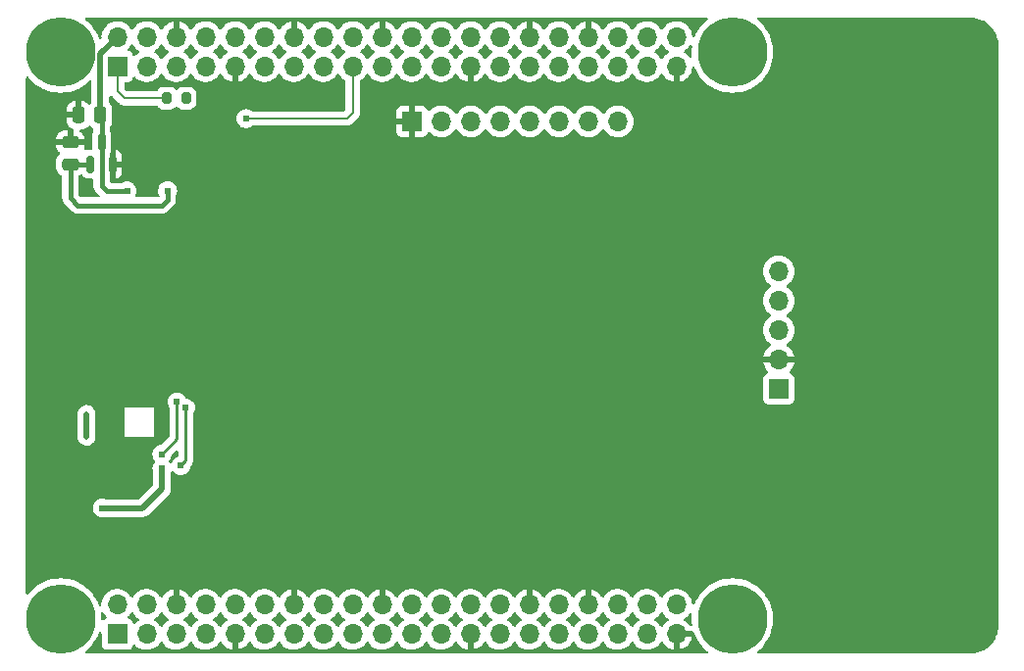
<source format=gbr>
%TF.GenerationSoftware,KiCad,Pcbnew,(6.0.1)*%
%TF.CreationDate,2022-01-17T17:26:23+08:00*%
%TF.ProjectId,ART-PI-HAT,4152542d-5049-42d4-9841-542e6b696361,rev?*%
%TF.SameCoordinates,Original*%
%TF.FileFunction,Copper,L2,Bot*%
%TF.FilePolarity,Positive*%
%FSLAX46Y46*%
G04 Gerber Fmt 4.6, Leading zero omitted, Abs format (unit mm)*
G04 Created by KiCad (PCBNEW (6.0.1)) date 2022-01-17 17:26:23*
%MOMM*%
%LPD*%
G01*
G04 APERTURE LIST*
G04 Aperture macros list*
%AMRoundRect*
0 Rectangle with rounded corners*
0 $1 Rounding radius*
0 $2 $3 $4 $5 $6 $7 $8 $9 X,Y pos of 4 corners*
0 Add a 4 corners polygon primitive as box body*
4,1,4,$2,$3,$4,$5,$6,$7,$8,$9,$2,$3,0*
0 Add four circle primitives for the rounded corners*
1,1,$1+$1,$2,$3*
1,1,$1+$1,$4,$5*
1,1,$1+$1,$6,$7*
1,1,$1+$1,$8,$9*
0 Add four rect primitives between the rounded corners*
20,1,$1+$1,$2,$3,$4,$5,0*
20,1,$1+$1,$4,$5,$6,$7,0*
20,1,$1+$1,$6,$7,$8,$9,0*
20,1,$1+$1,$8,$9,$2,$3,0*%
G04 Aperture macros list end*
%TA.AperFunction,ComponentPad*%
%ADD10C,6.000000*%
%TD*%
%TA.AperFunction,ComponentPad*%
%ADD11R,1.700000X1.700000*%
%TD*%
%TA.AperFunction,ComponentPad*%
%ADD12O,1.700000X1.700000*%
%TD*%
%TA.AperFunction,SMDPad,CuDef*%
%ADD13RoundRect,0.200000X-0.200000X-0.275000X0.200000X-0.275000X0.200000X0.275000X-0.200000X0.275000X0*%
%TD*%
%TA.AperFunction,SMDPad,CuDef*%
%ADD14RoundRect,0.250000X0.250000X0.475000X-0.250000X0.475000X-0.250000X-0.475000X0.250000X-0.475000X0*%
%TD*%
%TA.AperFunction,SMDPad,CuDef*%
%ADD15RoundRect,0.250000X0.475000X-0.250000X0.475000X0.250000X-0.475000X0.250000X-0.475000X-0.250000X0*%
%TD*%
%TA.AperFunction,SMDPad,CuDef*%
%ADD16RoundRect,0.150000X0.150000X-0.587500X0.150000X0.587500X-0.150000X0.587500X-0.150000X-0.587500X0*%
%TD*%
%TA.AperFunction,ViaPad*%
%ADD17C,0.609600*%
%TD*%
%TA.AperFunction,ViaPad*%
%ADD18C,0.400000*%
%TD*%
%TA.AperFunction,Conductor*%
%ADD19C,0.381000*%
%TD*%
%TA.AperFunction,Conductor*%
%ADD20C,0.508000*%
%TD*%
%TA.AperFunction,Conductor*%
%ADD21C,0.200000*%
%TD*%
%TA.AperFunction,Conductor*%
%ADD22C,0.250000*%
%TD*%
%ADD23C,0.304800*%
%ADD24C,0.250000*%
%ADD25C,0.350000*%
G04 APERTURE END LIST*
D10*
%TO.P,H1,1*%
%TO.N,N/C*%
X79000000Y-108000000D03*
%TD*%
D11*
%TO.P,J1,1,Pin_1*%
%TO.N,+3V3*%
X83900000Y-60230000D03*
D12*
%TO.P,J1,2,Pin_2*%
%TO.N,+5V*%
X83900000Y-57690000D03*
%TO.P,J1,3,Pin_3*%
%TO.N,MAX30102_SDA*%
X86440000Y-60230000D03*
%TO.P,J1,4,Pin_4*%
%TO.N,+5V*%
X86440000Y-57690000D03*
%TO.P,J1,5,Pin_5*%
%TO.N,MAX30102_SCL*%
X88980000Y-60230000D03*
%TO.P,J1,6,Pin_6*%
%TO.N,GND*%
X88980000Y-57690000D03*
%TO.P,J1,7,Pin_7*%
%TO.N,MAX30102_INT*%
X91520000Y-60230000D03*
%TO.P,J1,8,Pin_8*%
%TO.N,GPS_RX*%
X91520000Y-57690000D03*
%TO.P,J1,9,Pin_9*%
%TO.N,GND*%
X94060000Y-60230000D03*
%TO.P,J1,10,Pin_10*%
%TO.N,GPS_TX*%
X94060000Y-57690000D03*
%TO.P,J1,11,Pin_11*%
%TO.N,unconnected-(J1-Pad11)*%
X96600000Y-60230000D03*
%TO.P,J1,12,Pin_12*%
%TO.N,unconnected-(J1-Pad12)*%
X96600000Y-57690000D03*
%TO.P,J1,13,Pin_13*%
%TO.N,unconnected-(J1-Pad13)*%
X99140000Y-60230000D03*
%TO.P,J1,14,Pin_14*%
%TO.N,GND*%
X99140000Y-57690000D03*
%TO.P,J1,15,Pin_15*%
%TO.N,unconnected-(J1-Pad15)*%
X101680000Y-60230000D03*
%TO.P,J1,16,Pin_16*%
%TO.N,unconnected-(J1-Pad16)*%
X101680000Y-57690000D03*
%TO.P,J1,17,Pin_17*%
%TO.N,+3V3*%
X104220000Y-60230000D03*
%TO.P,J1,18,Pin_18*%
%TO.N,unconnected-(J1-Pad18)*%
X104220000Y-57690000D03*
%TO.P,J1,19,Pin_19*%
%TO.N,LCD_SDA*%
X106760000Y-60230000D03*
%TO.P,J1,20,Pin_20*%
%TO.N,GND*%
X106760000Y-57690000D03*
%TO.P,J1,21,Pin_21*%
%TO.N,unconnected-(J1-Pad21)*%
X109300000Y-60230000D03*
%TO.P,J1,22,Pin_22*%
%TO.N,unconnected-(J1-Pad22)*%
X109300000Y-57690000D03*
%TO.P,J1,23,Pin_23*%
%TO.N,LCD_SCL*%
X111840000Y-60230000D03*
%TO.P,J1,24,Pin_24*%
%TO.N,unconnected-(J1-Pad24)*%
X111840000Y-57690000D03*
%TO.P,J1,25,Pin_25*%
%TO.N,GND*%
X114380000Y-60230000D03*
%TO.P,J1,26,Pin_26*%
%TO.N,unconnected-(J1-Pad26)*%
X114380000Y-57690000D03*
%TO.P,J1,27,Pin_27*%
%TO.N,unconnected-(J1-Pad27)*%
X116920000Y-60230000D03*
%TO.P,J1,28,Pin_28*%
%TO.N,unconnected-(J1-Pad28)*%
X116920000Y-57690000D03*
%TO.P,J1,29,Pin_29*%
%TO.N,LCD_RES*%
X119460000Y-60230000D03*
%TO.P,J1,30,Pin_30*%
%TO.N,GND*%
X119460000Y-57690000D03*
%TO.P,J1,31,Pin_31*%
%TO.N,LCD_DC*%
X122000000Y-60230000D03*
%TO.P,J1,32,Pin_32*%
%TO.N,unconnected-(J1-Pad32)*%
X122000000Y-57690000D03*
%TO.P,J1,33,Pin_33*%
%TO.N,LCD_CS*%
X124540000Y-60230000D03*
%TO.P,J1,34,Pin_34*%
%TO.N,GND*%
X124540000Y-57690000D03*
%TO.P,J1,35,Pin_35*%
%TO.N,LCD_BLK*%
X127080000Y-60230000D03*
%TO.P,J1,36,Pin_36*%
%TO.N,unconnected-(J1-Pad36)*%
X127080000Y-57690000D03*
%TO.P,J1,37,Pin_37*%
%TO.N,unconnected-(J1-Pad37)*%
X129620000Y-60230000D03*
%TO.P,J1,38,Pin_38*%
%TO.N,unconnected-(J1-Pad38)*%
X129620000Y-57690000D03*
%TO.P,J1,39,Pin_39*%
%TO.N,GND*%
X132160000Y-60230000D03*
%TO.P,J1,40,Pin_40*%
%TO.N,unconnected-(J1-Pad40)*%
X132160000Y-57690000D03*
%TD*%
D10*
%TO.P,H4,1*%
%TO.N,N/C*%
X137000000Y-59000000D03*
%TD*%
%TO.P,H2,1*%
%TO.N,N/C*%
X79000000Y-59000000D03*
%TD*%
%TO.P,H3,1*%
%TO.N,N/C*%
X137000000Y-108000000D03*
%TD*%
D11*
%TO.P,J3,1,Pin_1*%
%TO.N,GND*%
X109340000Y-65000000D03*
D12*
%TO.P,J3,2,Pin_2*%
%TO.N,+3V3*%
X111880000Y-65000000D03*
%TO.P,J3,3,Pin_3*%
%TO.N,LCD_SCL*%
X114420000Y-65000000D03*
%TO.P,J3,4,Pin_4*%
%TO.N,LCD_SDA*%
X116960000Y-65000000D03*
%TO.P,J3,5,Pin_5*%
%TO.N,LCD_RES*%
X119500000Y-65000000D03*
%TO.P,J3,6,Pin_6*%
%TO.N,LCD_DC*%
X122040000Y-65000000D03*
%TO.P,J3,7,Pin_7*%
%TO.N,LCD_CS*%
X124580000Y-65000000D03*
%TO.P,J3,8,Pin_8*%
%TO.N,LCD_BLK*%
X127120000Y-65000000D03*
%TD*%
D11*
%TO.P,J4,1,Pin_1*%
%TO.N,+3V3*%
X141000000Y-88120000D03*
D12*
%TO.P,J4,2,Pin_2*%
%TO.N,GND*%
X141000000Y-85580000D03*
%TO.P,J4,3,Pin_3*%
%TO.N,GPS_RX*%
X141000000Y-83040000D03*
%TO.P,J4,4,Pin_4*%
%TO.N,GPS_TX*%
X141000000Y-80500000D03*
%TO.P,J4,5,Pin_5*%
%TO.N,unconnected-(J4-Pad5)*%
X141000000Y-77960000D03*
%TD*%
D11*
%TO.P,J2,1,Pin_1*%
%TO.N,+3V3*%
X83900000Y-109310000D03*
D12*
%TO.P,J2,2,Pin_2*%
%TO.N,+BATT*%
X83900000Y-106770000D03*
%TO.P,J2,3,Pin_3*%
%TO.N,unconnected-(J2-Pad3)*%
X86440000Y-109310000D03*
%TO.P,J2,4,Pin_4*%
%TO.N,unconnected-(J2-Pad4)*%
X86440000Y-106770000D03*
%TO.P,J2,5,Pin_5*%
%TO.N,unconnected-(J2-Pad5)*%
X88980000Y-109310000D03*
%TO.P,J2,6,Pin_6*%
%TO.N,GND*%
X88980000Y-106770000D03*
%TO.P,J2,7,Pin_7*%
%TO.N,MPU6050_SDA*%
X91520000Y-109310000D03*
%TO.P,J2,8,Pin_8*%
%TO.N,MPU6050_INT*%
X91520000Y-106770000D03*
%TO.P,J2,9,Pin_9*%
%TO.N,GND*%
X94060000Y-109310000D03*
%TO.P,J2,10,Pin_10*%
%TO.N,MPU6050_SCL*%
X94060000Y-106770000D03*
%TO.P,J2,11,Pin_11*%
%TO.N,unconnected-(J2-Pad11)*%
X96600000Y-109310000D03*
%TO.P,J2,12,Pin_12*%
%TO.N,unconnected-(J2-Pad12)*%
X96600000Y-106770000D03*
%TO.P,J2,13,Pin_13*%
%TO.N,unconnected-(J2-Pad13)*%
X99140000Y-109310000D03*
%TO.P,J2,14,Pin_14*%
%TO.N,GND*%
X99140000Y-106770000D03*
%TO.P,J2,15,Pin_15*%
%TO.N,unconnected-(J2-Pad15)*%
X101680000Y-109310000D03*
%TO.P,J2,16,Pin_16*%
%TO.N,unconnected-(J2-Pad16)*%
X101680000Y-106770000D03*
%TO.P,J2,17,Pin_17*%
%TO.N,+3V3*%
X104220000Y-109310000D03*
%TO.P,J2,18,Pin_18*%
%TO.N,unconnected-(J2-Pad18)*%
X104220000Y-106770000D03*
%TO.P,J2,19,Pin_19*%
%TO.N,unconnected-(J2-Pad19)*%
X106760000Y-109310000D03*
%TO.P,J2,20,Pin_20*%
%TO.N,GND*%
X106760000Y-106770000D03*
%TO.P,J2,21,Pin_21*%
%TO.N,unconnected-(J2-Pad21)*%
X109300000Y-109310000D03*
%TO.P,J2,22,Pin_22*%
%TO.N,unconnected-(J2-Pad22)*%
X109300000Y-106770000D03*
%TO.P,J2,23,Pin_23*%
%TO.N,unconnected-(J2-Pad23)*%
X111840000Y-109310000D03*
%TO.P,J2,24,Pin_24*%
%TO.N,unconnected-(J2-Pad24)*%
X111840000Y-106770000D03*
%TO.P,J2,25,Pin_25*%
%TO.N,GND*%
X114380000Y-109310000D03*
%TO.P,J2,26,Pin_26*%
%TO.N,unconnected-(J2-Pad26)*%
X114380000Y-106770000D03*
%TO.P,J2,27,Pin_27*%
%TO.N,unconnected-(J2-Pad27)*%
X116920000Y-109310000D03*
%TO.P,J2,28,Pin_28*%
%TO.N,unconnected-(J2-Pad28)*%
X116920000Y-106770000D03*
%TO.P,J2,29,Pin_29*%
%TO.N,unconnected-(J2-Pad29)*%
X119460000Y-109310000D03*
%TO.P,J2,30,Pin_30*%
%TO.N,GND*%
X119460000Y-106770000D03*
%TO.P,J2,31,Pin_31*%
%TO.N,unconnected-(J2-Pad31)*%
X122000000Y-109310000D03*
%TO.P,J2,32,Pin_32*%
%TO.N,unconnected-(J2-Pad32)*%
X122000000Y-106770000D03*
%TO.P,J2,33,Pin_33*%
%TO.N,unconnected-(J2-Pad33)*%
X124540000Y-109310000D03*
%TO.P,J2,34,Pin_34*%
%TO.N,GND*%
X124540000Y-106770000D03*
%TO.P,J2,35,Pin_35*%
%TO.N,unconnected-(J2-Pad35)*%
X127080000Y-109310000D03*
%TO.P,J2,36,Pin_36*%
%TO.N,unconnected-(J2-Pad36)*%
X127080000Y-106770000D03*
%TO.P,J2,37,Pin_37*%
%TO.N,unconnected-(J2-Pad37)*%
X129620000Y-109310000D03*
%TO.P,J2,38,Pin_38*%
%TO.N,unconnected-(J2-Pad38)*%
X129620000Y-106770000D03*
%TO.P,J2,39,Pin_39*%
%TO.N,GND*%
X132160000Y-109310000D03*
%TO.P,J2,40,Pin_40*%
%TO.N,unconnected-(J2-Pad40)*%
X132160000Y-106770000D03*
%TD*%
D13*
%TO.P,R2,1*%
%TO.N,+3V3*%
X88175000Y-63000000D03*
%TO.P,R2,2*%
%TO.N,MAX30102_SCL*%
X89825000Y-63000000D03*
%TD*%
D14*
%TO.P,C1,1*%
%TO.N,+5V*%
X82450000Y-64437500D03*
%TO.P,C1,2*%
%TO.N,GND*%
X80550000Y-64437500D03*
%TD*%
D15*
%TO.P,C3,1*%
%TO.N,+1V8*%
X79850000Y-68700000D03*
%TO.P,C3,2*%
%TO.N,GND*%
X79850000Y-66800000D03*
%TD*%
D16*
%TO.P,U1,1,GND*%
%TO.N,GND*%
X83500000Y-68687500D03*
%TO.P,U1,2,VO*%
%TO.N,+1V8*%
X81600000Y-68687500D03*
%TO.P,U1,3,VI*%
%TO.N,+5V*%
X82550000Y-66812500D03*
%TD*%
D17*
%TO.N,+5V*%
X84750000Y-71000000D03*
D18*
%TO.N,GND*%
X82250000Y-90774500D03*
D17*
%TO.N,+1V8*%
X88250000Y-70975000D03*
D18*
%TO.N,+3V3*%
X81250000Y-90275000D03*
D17*
X82596489Y-98405495D03*
X87750000Y-95000000D03*
X95000000Y-64750000D03*
D18*
X81250000Y-92250000D03*
D17*
%TO.N,MAX30102_SCL*%
X89850000Y-62900000D03*
%TO.N,MPU6050_SDA*%
X87750000Y-93750000D03*
X89050000Y-89250000D03*
%TO.N,MPU6050_SCL*%
X89800000Y-89750000D03*
X89375000Y-94750000D03*
%TD*%
D19*
%TO.N,+5V*%
X82550000Y-66812500D02*
X82550000Y-64537500D01*
X83000000Y-71000000D02*
X84750000Y-71000000D01*
D20*
X82453511Y-59136489D02*
X82453511Y-64433989D01*
D19*
X82550000Y-70550000D02*
X83000000Y-71000000D01*
X82550000Y-64537500D02*
X82450000Y-64437500D01*
D20*
X82453511Y-64433989D02*
X82450000Y-64437500D01*
D19*
X82550000Y-66812500D02*
X82550000Y-70550000D01*
D20*
X83900000Y-57690000D02*
X82453511Y-59136489D01*
D19*
%TO.N,+1V8*%
X87750000Y-72250000D02*
X88250000Y-71750000D01*
X79850000Y-71600000D02*
X80500000Y-72250000D01*
X88250000Y-71750000D02*
X88250000Y-70975000D01*
X79862500Y-68687500D02*
X79850000Y-68700000D01*
X79850000Y-68700000D02*
X79850000Y-71600000D01*
X80500000Y-72250000D02*
X87750000Y-72250000D01*
X81600000Y-68687500D02*
X79862500Y-68687500D01*
D21*
%TO.N,+3V3*%
X104220000Y-64280000D02*
X103750000Y-64750000D01*
D20*
X87750000Y-96750000D02*
X86094505Y-98405495D01*
D21*
X83900000Y-60230000D02*
X83900000Y-62400000D01*
X104220000Y-60230000D02*
X104220000Y-64280000D01*
D20*
X81250000Y-92250000D02*
X81250000Y-90275000D01*
X87750000Y-95000000D02*
X87750000Y-96750000D01*
D21*
X83900000Y-62400000D02*
X84500000Y-63000000D01*
D20*
X86094505Y-98405495D02*
X82596489Y-98405495D01*
D21*
X103750000Y-64750000D02*
X95000000Y-64750000D01*
X84500000Y-63000000D02*
X88175000Y-63000000D01*
D22*
%TO.N,MPU6050_SDA*%
X89050000Y-92450000D02*
X89050000Y-89250000D01*
X87750000Y-93750000D02*
X89050000Y-92450000D01*
%TO.N,MPU6050_SCL*%
X89800000Y-89750000D02*
X89800000Y-94325000D01*
X89800000Y-94325000D02*
X89375000Y-94750000D01*
%TD*%
%TA.AperFunction,Conductor*%
%TO.N,GND*%
G36*
X157470057Y-56009500D02*
G01*
X157484858Y-56011805D01*
X157484861Y-56011805D01*
X157493730Y-56013186D01*
X157510899Y-56010941D01*
X157534839Y-56010108D01*
X157792770Y-56025710D01*
X157807874Y-56027544D01*
X157878648Y-56040514D01*
X158088879Y-56079040D01*
X158103641Y-56082678D01*
X158376408Y-56167675D01*
X158390627Y-56173069D01*
X158651140Y-56290316D01*
X158664609Y-56297385D01*
X158909095Y-56445182D01*
X158921617Y-56453825D01*
X159146507Y-56630016D01*
X159157895Y-56640106D01*
X159359894Y-56842105D01*
X159369984Y-56853493D01*
X159546175Y-57078383D01*
X159554818Y-57090905D01*
X159702615Y-57335391D01*
X159709684Y-57348860D01*
X159809664Y-57571006D01*
X159826930Y-57609370D01*
X159832325Y-57623592D01*
X159914133Y-57886121D01*
X159917321Y-57896353D01*
X159920960Y-57911121D01*
X159926986Y-57944000D01*
X159972456Y-58192126D01*
X159974290Y-58207230D01*
X159989455Y-58457929D01*
X159988198Y-58484639D01*
X159988195Y-58484859D01*
X159986814Y-58493730D01*
X159987978Y-58502632D01*
X159987978Y-58502635D01*
X159990936Y-58525251D01*
X159992000Y-58541589D01*
X159992000Y-108450672D01*
X159990500Y-108470056D01*
X159986814Y-108493730D01*
X159989014Y-108510554D01*
X159989059Y-108510897D01*
X159989892Y-108534839D01*
X159974290Y-108792770D01*
X159972456Y-108807874D01*
X159923321Y-109076002D01*
X159920962Y-109088873D01*
X159917322Y-109103641D01*
X159853018Y-109310000D01*
X159832326Y-109376404D01*
X159826931Y-109390627D01*
X159731391Y-109602910D01*
X159709686Y-109651136D01*
X159702615Y-109664609D01*
X159554818Y-109909095D01*
X159546175Y-109921617D01*
X159369984Y-110146507D01*
X159359894Y-110157895D01*
X159157895Y-110359894D01*
X159146507Y-110369984D01*
X158921617Y-110546175D01*
X158909095Y-110554818D01*
X158664609Y-110702615D01*
X158651140Y-110709684D01*
X158390630Y-110826930D01*
X158376408Y-110832325D01*
X158103641Y-110917322D01*
X158088879Y-110920960D01*
X157884451Y-110958423D01*
X157807874Y-110972456D01*
X157792770Y-110974290D01*
X157542071Y-110989455D01*
X157515361Y-110988198D01*
X157515141Y-110988195D01*
X157506270Y-110986814D01*
X157497368Y-110987978D01*
X157497365Y-110987978D01*
X157474749Y-110990936D01*
X157458411Y-110992000D01*
X139236063Y-110992000D01*
X139167942Y-110971998D01*
X139121449Y-110918342D01*
X139111345Y-110848068D01*
X139140839Y-110783488D01*
X139156765Y-110768083D01*
X139350867Y-110610902D01*
X139610902Y-110350867D01*
X139842332Y-110065075D01*
X140010140Y-109806672D01*
X140040822Y-109759426D01*
X140040824Y-109759423D01*
X140042620Y-109756657D01*
X140137796Y-109569865D01*
X140208075Y-109431934D01*
X140209573Y-109428994D01*
X140341361Y-109085674D01*
X140436541Y-108730459D01*
X140469120Y-108524763D01*
X140493555Y-108370489D01*
X140493556Y-108370481D01*
X140494069Y-108367241D01*
X140513315Y-108000000D01*
X140494069Y-107632759D01*
X140484191Y-107570388D01*
X140463066Y-107437013D01*
X140436541Y-107269541D01*
X140341361Y-106914326D01*
X140209573Y-106571006D01*
X140087132Y-106330702D01*
X140044119Y-106246284D01*
X140044115Y-106246277D01*
X140042620Y-106243343D01*
X139963490Y-106121492D01*
X139844134Y-105937700D01*
X139842332Y-105934925D01*
X139610902Y-105649133D01*
X139350867Y-105389098D01*
X139065075Y-105157668D01*
X138756658Y-104957380D01*
X138753724Y-104955885D01*
X138753717Y-104955881D01*
X138431934Y-104791925D01*
X138428994Y-104790427D01*
X138085674Y-104658639D01*
X137730459Y-104563459D01*
X137537442Y-104532888D01*
X137370489Y-104506445D01*
X137370481Y-104506444D01*
X137367241Y-104505931D01*
X137000000Y-104486685D01*
X136632759Y-104505931D01*
X136629519Y-104506444D01*
X136629511Y-104506445D01*
X136462558Y-104532888D01*
X136269541Y-104563459D01*
X135914326Y-104658639D01*
X135571006Y-104790427D01*
X135568066Y-104791925D01*
X135246284Y-104955881D01*
X135246277Y-104955885D01*
X135243343Y-104957380D01*
X134934925Y-105157668D01*
X134649133Y-105389098D01*
X134389098Y-105649133D01*
X134157668Y-105934925D01*
X134155866Y-105937700D01*
X134036511Y-106121492D01*
X133957380Y-106243343D01*
X133955885Y-106246277D01*
X133955881Y-106246284D01*
X133912868Y-106330702D01*
X133790427Y-106571006D01*
X133754775Y-106663883D01*
X133711689Y-106720311D01*
X133644936Y-106744487D01*
X133575708Y-106728736D01*
X133525986Y-106678058D01*
X133511568Y-106629052D01*
X133504852Y-106547361D01*
X133450431Y-106330702D01*
X133361354Y-106125840D01*
X133240014Y-105938277D01*
X133089670Y-105773051D01*
X133085619Y-105769852D01*
X133085615Y-105769848D01*
X132918414Y-105637800D01*
X132918410Y-105637798D01*
X132914359Y-105634598D01*
X132878028Y-105614542D01*
X132862136Y-105605769D01*
X132718789Y-105526638D01*
X132713920Y-105524914D01*
X132713916Y-105524912D01*
X132513087Y-105453795D01*
X132513083Y-105453794D01*
X132508212Y-105452069D01*
X132503119Y-105451162D01*
X132503116Y-105451161D01*
X132293373Y-105413800D01*
X132293367Y-105413799D01*
X132288284Y-105412894D01*
X132214452Y-105411992D01*
X132070081Y-105410228D01*
X132070079Y-105410228D01*
X132064911Y-105410165D01*
X131844091Y-105443955D01*
X131631756Y-105513357D01*
X131433607Y-105616507D01*
X131429474Y-105619610D01*
X131429471Y-105619612D01*
X131259100Y-105747530D01*
X131254965Y-105750635D01*
X131100629Y-105912138D01*
X130993201Y-106069621D01*
X130938293Y-106114621D01*
X130867768Y-106122792D01*
X130804021Y-106091538D01*
X130783324Y-106067054D01*
X130702822Y-105942617D01*
X130702820Y-105942614D01*
X130700014Y-105938277D01*
X130549670Y-105773051D01*
X130545619Y-105769852D01*
X130545615Y-105769848D01*
X130378414Y-105637800D01*
X130378410Y-105637798D01*
X130374359Y-105634598D01*
X130338028Y-105614542D01*
X130322136Y-105605769D01*
X130178789Y-105526638D01*
X130173920Y-105524914D01*
X130173916Y-105524912D01*
X129973087Y-105453795D01*
X129973083Y-105453794D01*
X129968212Y-105452069D01*
X129963119Y-105451162D01*
X129963116Y-105451161D01*
X129753373Y-105413800D01*
X129753367Y-105413799D01*
X129748284Y-105412894D01*
X129674452Y-105411992D01*
X129530081Y-105410228D01*
X129530079Y-105410228D01*
X129524911Y-105410165D01*
X129304091Y-105443955D01*
X129091756Y-105513357D01*
X128893607Y-105616507D01*
X128889474Y-105619610D01*
X128889471Y-105619612D01*
X128719100Y-105747530D01*
X128714965Y-105750635D01*
X128560629Y-105912138D01*
X128453201Y-106069621D01*
X128398293Y-106114621D01*
X128327768Y-106122792D01*
X128264021Y-106091538D01*
X128243324Y-106067054D01*
X128162822Y-105942617D01*
X128162820Y-105942614D01*
X128160014Y-105938277D01*
X128009670Y-105773051D01*
X128005619Y-105769852D01*
X128005615Y-105769848D01*
X127838414Y-105637800D01*
X127838410Y-105637798D01*
X127834359Y-105634598D01*
X127798028Y-105614542D01*
X127782136Y-105605769D01*
X127638789Y-105526638D01*
X127633920Y-105524914D01*
X127633916Y-105524912D01*
X127433087Y-105453795D01*
X127433083Y-105453794D01*
X127428212Y-105452069D01*
X127423119Y-105451162D01*
X127423116Y-105451161D01*
X127213373Y-105413800D01*
X127213367Y-105413799D01*
X127208284Y-105412894D01*
X127134452Y-105411992D01*
X126990081Y-105410228D01*
X126990079Y-105410228D01*
X126984911Y-105410165D01*
X126764091Y-105443955D01*
X126551756Y-105513357D01*
X126353607Y-105616507D01*
X126349474Y-105619610D01*
X126349471Y-105619612D01*
X126179100Y-105747530D01*
X126174965Y-105750635D01*
X126020629Y-105912138D01*
X125913204Y-106069618D01*
X125912898Y-106070066D01*
X125857987Y-106115069D01*
X125787462Y-106123240D01*
X125723715Y-106091986D01*
X125703018Y-106067502D01*
X125622426Y-105942926D01*
X125616136Y-105934757D01*
X125472806Y-105777240D01*
X125465273Y-105770215D01*
X125298139Y-105638222D01*
X125289552Y-105632517D01*
X125103117Y-105529599D01*
X125093705Y-105525369D01*
X124892959Y-105454280D01*
X124882988Y-105451646D01*
X124811837Y-105438972D01*
X124798540Y-105440432D01*
X124794000Y-105454989D01*
X124794000Y-106898000D01*
X124773998Y-106966121D01*
X124720342Y-107012614D01*
X124668000Y-107024000D01*
X124412000Y-107024000D01*
X124343879Y-107003998D01*
X124297386Y-106950342D01*
X124286000Y-106898000D01*
X124286000Y-105453102D01*
X124282082Y-105439758D01*
X124267806Y-105437771D01*
X124229324Y-105443660D01*
X124219288Y-105446051D01*
X124016868Y-105512212D01*
X124007359Y-105516209D01*
X123818463Y-105614542D01*
X123809738Y-105620036D01*
X123639433Y-105747905D01*
X123631726Y-105754748D01*
X123484590Y-105908717D01*
X123478109Y-105916722D01*
X123373498Y-106070074D01*
X123318587Y-106115076D01*
X123248062Y-106123247D01*
X123184315Y-106091993D01*
X123163618Y-106067509D01*
X123082822Y-105942617D01*
X123082820Y-105942614D01*
X123080014Y-105938277D01*
X122929670Y-105773051D01*
X122925619Y-105769852D01*
X122925615Y-105769848D01*
X122758414Y-105637800D01*
X122758410Y-105637798D01*
X122754359Y-105634598D01*
X122718028Y-105614542D01*
X122702136Y-105605769D01*
X122558789Y-105526638D01*
X122553920Y-105524914D01*
X122553916Y-105524912D01*
X122353087Y-105453795D01*
X122353083Y-105453794D01*
X122348212Y-105452069D01*
X122343119Y-105451162D01*
X122343116Y-105451161D01*
X122133373Y-105413800D01*
X122133367Y-105413799D01*
X122128284Y-105412894D01*
X122054452Y-105411992D01*
X121910081Y-105410228D01*
X121910079Y-105410228D01*
X121904911Y-105410165D01*
X121684091Y-105443955D01*
X121471756Y-105513357D01*
X121273607Y-105616507D01*
X121269474Y-105619610D01*
X121269471Y-105619612D01*
X121099100Y-105747530D01*
X121094965Y-105750635D01*
X120940629Y-105912138D01*
X120833204Y-106069618D01*
X120832898Y-106070066D01*
X120777987Y-106115069D01*
X120707462Y-106123240D01*
X120643715Y-106091986D01*
X120623018Y-106067502D01*
X120542426Y-105942926D01*
X120536136Y-105934757D01*
X120392806Y-105777240D01*
X120385273Y-105770215D01*
X120218139Y-105638222D01*
X120209552Y-105632517D01*
X120023117Y-105529599D01*
X120013705Y-105525369D01*
X119812959Y-105454280D01*
X119802988Y-105451646D01*
X119731837Y-105438972D01*
X119718540Y-105440432D01*
X119714000Y-105454989D01*
X119714000Y-106898000D01*
X119693998Y-106966121D01*
X119640342Y-107012614D01*
X119588000Y-107024000D01*
X119332000Y-107024000D01*
X119263879Y-107003998D01*
X119217386Y-106950342D01*
X119206000Y-106898000D01*
X119206000Y-105453102D01*
X119202082Y-105439758D01*
X119187806Y-105437771D01*
X119149324Y-105443660D01*
X119139288Y-105446051D01*
X118936868Y-105512212D01*
X118927359Y-105516209D01*
X118738463Y-105614542D01*
X118729738Y-105620036D01*
X118559433Y-105747905D01*
X118551726Y-105754748D01*
X118404590Y-105908717D01*
X118398109Y-105916722D01*
X118293498Y-106070074D01*
X118238587Y-106115076D01*
X118168062Y-106123247D01*
X118104315Y-106091993D01*
X118083618Y-106067509D01*
X118002822Y-105942617D01*
X118002820Y-105942614D01*
X118000014Y-105938277D01*
X117849670Y-105773051D01*
X117845619Y-105769852D01*
X117845615Y-105769848D01*
X117678414Y-105637800D01*
X117678410Y-105637798D01*
X117674359Y-105634598D01*
X117638028Y-105614542D01*
X117622136Y-105605769D01*
X117478789Y-105526638D01*
X117473920Y-105524914D01*
X117473916Y-105524912D01*
X117273087Y-105453795D01*
X117273083Y-105453794D01*
X117268212Y-105452069D01*
X117263119Y-105451162D01*
X117263116Y-105451161D01*
X117053373Y-105413800D01*
X117053367Y-105413799D01*
X117048284Y-105412894D01*
X116974452Y-105411992D01*
X116830081Y-105410228D01*
X116830079Y-105410228D01*
X116824911Y-105410165D01*
X116604091Y-105443955D01*
X116391756Y-105513357D01*
X116193607Y-105616507D01*
X116189474Y-105619610D01*
X116189471Y-105619612D01*
X116019100Y-105747530D01*
X116014965Y-105750635D01*
X115860629Y-105912138D01*
X115753201Y-106069621D01*
X115698293Y-106114621D01*
X115627768Y-106122792D01*
X115564021Y-106091538D01*
X115543324Y-106067054D01*
X115462822Y-105942617D01*
X115462820Y-105942614D01*
X115460014Y-105938277D01*
X115309670Y-105773051D01*
X115305619Y-105769852D01*
X115305615Y-105769848D01*
X115138414Y-105637800D01*
X115138410Y-105637798D01*
X115134359Y-105634598D01*
X115098028Y-105614542D01*
X115082136Y-105605769D01*
X114938789Y-105526638D01*
X114933920Y-105524914D01*
X114933916Y-105524912D01*
X114733087Y-105453795D01*
X114733083Y-105453794D01*
X114728212Y-105452069D01*
X114723119Y-105451162D01*
X114723116Y-105451161D01*
X114513373Y-105413800D01*
X114513367Y-105413799D01*
X114508284Y-105412894D01*
X114434452Y-105411992D01*
X114290081Y-105410228D01*
X114290079Y-105410228D01*
X114284911Y-105410165D01*
X114064091Y-105443955D01*
X113851756Y-105513357D01*
X113653607Y-105616507D01*
X113649474Y-105619610D01*
X113649471Y-105619612D01*
X113479100Y-105747530D01*
X113474965Y-105750635D01*
X113320629Y-105912138D01*
X113213201Y-106069621D01*
X113158293Y-106114621D01*
X113087768Y-106122792D01*
X113024021Y-106091538D01*
X113003324Y-106067054D01*
X112922822Y-105942617D01*
X112922820Y-105942614D01*
X112920014Y-105938277D01*
X112769670Y-105773051D01*
X112765619Y-105769852D01*
X112765615Y-105769848D01*
X112598414Y-105637800D01*
X112598410Y-105637798D01*
X112594359Y-105634598D01*
X112558028Y-105614542D01*
X112542136Y-105605769D01*
X112398789Y-105526638D01*
X112393920Y-105524914D01*
X112393916Y-105524912D01*
X112193087Y-105453795D01*
X112193083Y-105453794D01*
X112188212Y-105452069D01*
X112183119Y-105451162D01*
X112183116Y-105451161D01*
X111973373Y-105413800D01*
X111973367Y-105413799D01*
X111968284Y-105412894D01*
X111894452Y-105411992D01*
X111750081Y-105410228D01*
X111750079Y-105410228D01*
X111744911Y-105410165D01*
X111524091Y-105443955D01*
X111311756Y-105513357D01*
X111113607Y-105616507D01*
X111109474Y-105619610D01*
X111109471Y-105619612D01*
X110939100Y-105747530D01*
X110934965Y-105750635D01*
X110780629Y-105912138D01*
X110673201Y-106069621D01*
X110618293Y-106114621D01*
X110547768Y-106122792D01*
X110484021Y-106091538D01*
X110463324Y-106067054D01*
X110382822Y-105942617D01*
X110382820Y-105942614D01*
X110380014Y-105938277D01*
X110229670Y-105773051D01*
X110225619Y-105769852D01*
X110225615Y-105769848D01*
X110058414Y-105637800D01*
X110058410Y-105637798D01*
X110054359Y-105634598D01*
X110018028Y-105614542D01*
X110002136Y-105605769D01*
X109858789Y-105526638D01*
X109853920Y-105524914D01*
X109853916Y-105524912D01*
X109653087Y-105453795D01*
X109653083Y-105453794D01*
X109648212Y-105452069D01*
X109643119Y-105451162D01*
X109643116Y-105451161D01*
X109433373Y-105413800D01*
X109433367Y-105413799D01*
X109428284Y-105412894D01*
X109354452Y-105411992D01*
X109210081Y-105410228D01*
X109210079Y-105410228D01*
X109204911Y-105410165D01*
X108984091Y-105443955D01*
X108771756Y-105513357D01*
X108573607Y-105616507D01*
X108569474Y-105619610D01*
X108569471Y-105619612D01*
X108399100Y-105747530D01*
X108394965Y-105750635D01*
X108240629Y-105912138D01*
X108133204Y-106069618D01*
X108132898Y-106070066D01*
X108077987Y-106115069D01*
X108007462Y-106123240D01*
X107943715Y-106091986D01*
X107923018Y-106067502D01*
X107842426Y-105942926D01*
X107836136Y-105934757D01*
X107692806Y-105777240D01*
X107685273Y-105770215D01*
X107518139Y-105638222D01*
X107509552Y-105632517D01*
X107323117Y-105529599D01*
X107313705Y-105525369D01*
X107112959Y-105454280D01*
X107102988Y-105451646D01*
X107031837Y-105438972D01*
X107018540Y-105440432D01*
X107014000Y-105454989D01*
X107014000Y-106898000D01*
X106993998Y-106966121D01*
X106940342Y-107012614D01*
X106888000Y-107024000D01*
X106632000Y-107024000D01*
X106563879Y-107003998D01*
X106517386Y-106950342D01*
X106506000Y-106898000D01*
X106506000Y-105453102D01*
X106502082Y-105439758D01*
X106487806Y-105437771D01*
X106449324Y-105443660D01*
X106439288Y-105446051D01*
X106236868Y-105512212D01*
X106227359Y-105516209D01*
X106038463Y-105614542D01*
X106029738Y-105620036D01*
X105859433Y-105747905D01*
X105851726Y-105754748D01*
X105704590Y-105908717D01*
X105698109Y-105916722D01*
X105593498Y-106070074D01*
X105538587Y-106115076D01*
X105468062Y-106123247D01*
X105404315Y-106091993D01*
X105383618Y-106067509D01*
X105302822Y-105942617D01*
X105302820Y-105942614D01*
X105300014Y-105938277D01*
X105149670Y-105773051D01*
X105145619Y-105769852D01*
X105145615Y-105769848D01*
X104978414Y-105637800D01*
X104978410Y-105637798D01*
X104974359Y-105634598D01*
X104938028Y-105614542D01*
X104922136Y-105605769D01*
X104778789Y-105526638D01*
X104773920Y-105524914D01*
X104773916Y-105524912D01*
X104573087Y-105453795D01*
X104573083Y-105453794D01*
X104568212Y-105452069D01*
X104563119Y-105451162D01*
X104563116Y-105451161D01*
X104353373Y-105413800D01*
X104353367Y-105413799D01*
X104348284Y-105412894D01*
X104274452Y-105411992D01*
X104130081Y-105410228D01*
X104130079Y-105410228D01*
X104124911Y-105410165D01*
X103904091Y-105443955D01*
X103691756Y-105513357D01*
X103493607Y-105616507D01*
X103489474Y-105619610D01*
X103489471Y-105619612D01*
X103319100Y-105747530D01*
X103314965Y-105750635D01*
X103160629Y-105912138D01*
X103053201Y-106069621D01*
X102998293Y-106114621D01*
X102927768Y-106122792D01*
X102864021Y-106091538D01*
X102843324Y-106067054D01*
X102762822Y-105942617D01*
X102762820Y-105942614D01*
X102760014Y-105938277D01*
X102609670Y-105773051D01*
X102605619Y-105769852D01*
X102605615Y-105769848D01*
X102438414Y-105637800D01*
X102438410Y-105637798D01*
X102434359Y-105634598D01*
X102398028Y-105614542D01*
X102382136Y-105605769D01*
X102238789Y-105526638D01*
X102233920Y-105524914D01*
X102233916Y-105524912D01*
X102033087Y-105453795D01*
X102033083Y-105453794D01*
X102028212Y-105452069D01*
X102023119Y-105451162D01*
X102023116Y-105451161D01*
X101813373Y-105413800D01*
X101813367Y-105413799D01*
X101808284Y-105412894D01*
X101734452Y-105411992D01*
X101590081Y-105410228D01*
X101590079Y-105410228D01*
X101584911Y-105410165D01*
X101364091Y-105443955D01*
X101151756Y-105513357D01*
X100953607Y-105616507D01*
X100949474Y-105619610D01*
X100949471Y-105619612D01*
X100779100Y-105747530D01*
X100774965Y-105750635D01*
X100620629Y-105912138D01*
X100513204Y-106069618D01*
X100512898Y-106070066D01*
X100457987Y-106115069D01*
X100387462Y-106123240D01*
X100323715Y-106091986D01*
X100303018Y-106067502D01*
X100222426Y-105942926D01*
X100216136Y-105934757D01*
X100072806Y-105777240D01*
X100065273Y-105770215D01*
X99898139Y-105638222D01*
X99889552Y-105632517D01*
X99703117Y-105529599D01*
X99693705Y-105525369D01*
X99492959Y-105454280D01*
X99482988Y-105451646D01*
X99411837Y-105438972D01*
X99398540Y-105440432D01*
X99394000Y-105454989D01*
X99394000Y-106898000D01*
X99373998Y-106966121D01*
X99320342Y-107012614D01*
X99268000Y-107024000D01*
X99012000Y-107024000D01*
X98943879Y-107003998D01*
X98897386Y-106950342D01*
X98886000Y-106898000D01*
X98886000Y-105453102D01*
X98882082Y-105439758D01*
X98867806Y-105437771D01*
X98829324Y-105443660D01*
X98819288Y-105446051D01*
X98616868Y-105512212D01*
X98607359Y-105516209D01*
X98418463Y-105614542D01*
X98409738Y-105620036D01*
X98239433Y-105747905D01*
X98231726Y-105754748D01*
X98084590Y-105908717D01*
X98078109Y-105916722D01*
X97973498Y-106070074D01*
X97918587Y-106115076D01*
X97848062Y-106123247D01*
X97784315Y-106091993D01*
X97763618Y-106067509D01*
X97682822Y-105942617D01*
X97682820Y-105942614D01*
X97680014Y-105938277D01*
X97529670Y-105773051D01*
X97525619Y-105769852D01*
X97525615Y-105769848D01*
X97358414Y-105637800D01*
X97358410Y-105637798D01*
X97354359Y-105634598D01*
X97318028Y-105614542D01*
X97302136Y-105605769D01*
X97158789Y-105526638D01*
X97153920Y-105524914D01*
X97153916Y-105524912D01*
X96953087Y-105453795D01*
X96953083Y-105453794D01*
X96948212Y-105452069D01*
X96943119Y-105451162D01*
X96943116Y-105451161D01*
X96733373Y-105413800D01*
X96733367Y-105413799D01*
X96728284Y-105412894D01*
X96654452Y-105411992D01*
X96510081Y-105410228D01*
X96510079Y-105410228D01*
X96504911Y-105410165D01*
X96284091Y-105443955D01*
X96071756Y-105513357D01*
X95873607Y-105616507D01*
X95869474Y-105619610D01*
X95869471Y-105619612D01*
X95699100Y-105747530D01*
X95694965Y-105750635D01*
X95540629Y-105912138D01*
X95433201Y-106069621D01*
X95378293Y-106114621D01*
X95307768Y-106122792D01*
X95244021Y-106091538D01*
X95223324Y-106067054D01*
X95142822Y-105942617D01*
X95142820Y-105942614D01*
X95140014Y-105938277D01*
X94989670Y-105773051D01*
X94985619Y-105769852D01*
X94985615Y-105769848D01*
X94818414Y-105637800D01*
X94818410Y-105637798D01*
X94814359Y-105634598D01*
X94778028Y-105614542D01*
X94762136Y-105605769D01*
X94618789Y-105526638D01*
X94613920Y-105524914D01*
X94613916Y-105524912D01*
X94413087Y-105453795D01*
X94413083Y-105453794D01*
X94408212Y-105452069D01*
X94403119Y-105451162D01*
X94403116Y-105451161D01*
X94193373Y-105413800D01*
X94193367Y-105413799D01*
X94188284Y-105412894D01*
X94114452Y-105411992D01*
X93970081Y-105410228D01*
X93970079Y-105410228D01*
X93964911Y-105410165D01*
X93744091Y-105443955D01*
X93531756Y-105513357D01*
X93333607Y-105616507D01*
X93329474Y-105619610D01*
X93329471Y-105619612D01*
X93159100Y-105747530D01*
X93154965Y-105750635D01*
X93000629Y-105912138D01*
X92893201Y-106069621D01*
X92838293Y-106114621D01*
X92767768Y-106122792D01*
X92704021Y-106091538D01*
X92683324Y-106067054D01*
X92602822Y-105942617D01*
X92602820Y-105942614D01*
X92600014Y-105938277D01*
X92449670Y-105773051D01*
X92445619Y-105769852D01*
X92445615Y-105769848D01*
X92278414Y-105637800D01*
X92278410Y-105637798D01*
X92274359Y-105634598D01*
X92238028Y-105614542D01*
X92222136Y-105605769D01*
X92078789Y-105526638D01*
X92073920Y-105524914D01*
X92073916Y-105524912D01*
X91873087Y-105453795D01*
X91873083Y-105453794D01*
X91868212Y-105452069D01*
X91863119Y-105451162D01*
X91863116Y-105451161D01*
X91653373Y-105413800D01*
X91653367Y-105413799D01*
X91648284Y-105412894D01*
X91574452Y-105411992D01*
X91430081Y-105410228D01*
X91430079Y-105410228D01*
X91424911Y-105410165D01*
X91204091Y-105443955D01*
X90991756Y-105513357D01*
X90793607Y-105616507D01*
X90789474Y-105619610D01*
X90789471Y-105619612D01*
X90619100Y-105747530D01*
X90614965Y-105750635D01*
X90460629Y-105912138D01*
X90353204Y-106069618D01*
X90352898Y-106070066D01*
X90297987Y-106115069D01*
X90227462Y-106123240D01*
X90163715Y-106091986D01*
X90143018Y-106067502D01*
X90062426Y-105942926D01*
X90056136Y-105934757D01*
X89912806Y-105777240D01*
X89905273Y-105770215D01*
X89738139Y-105638222D01*
X89729552Y-105632517D01*
X89543117Y-105529599D01*
X89533705Y-105525369D01*
X89332959Y-105454280D01*
X89322988Y-105451646D01*
X89251837Y-105438972D01*
X89238540Y-105440432D01*
X89234000Y-105454989D01*
X89234000Y-106898000D01*
X89213998Y-106966121D01*
X89160342Y-107012614D01*
X89108000Y-107024000D01*
X88852000Y-107024000D01*
X88783879Y-107003998D01*
X88737386Y-106950342D01*
X88726000Y-106898000D01*
X88726000Y-105453102D01*
X88722082Y-105439758D01*
X88707806Y-105437771D01*
X88669324Y-105443660D01*
X88659288Y-105446051D01*
X88456868Y-105512212D01*
X88447359Y-105516209D01*
X88258463Y-105614542D01*
X88249738Y-105620036D01*
X88079433Y-105747905D01*
X88071726Y-105754748D01*
X87924590Y-105908717D01*
X87918109Y-105916722D01*
X87813498Y-106070074D01*
X87758587Y-106115076D01*
X87688062Y-106123247D01*
X87624315Y-106091993D01*
X87603618Y-106067509D01*
X87522822Y-105942617D01*
X87522820Y-105942614D01*
X87520014Y-105938277D01*
X87369670Y-105773051D01*
X87365619Y-105769852D01*
X87365615Y-105769848D01*
X87198414Y-105637800D01*
X87198410Y-105637798D01*
X87194359Y-105634598D01*
X87158028Y-105614542D01*
X87142136Y-105605769D01*
X86998789Y-105526638D01*
X86993920Y-105524914D01*
X86993916Y-105524912D01*
X86793087Y-105453795D01*
X86793083Y-105453794D01*
X86788212Y-105452069D01*
X86783119Y-105451162D01*
X86783116Y-105451161D01*
X86573373Y-105413800D01*
X86573367Y-105413799D01*
X86568284Y-105412894D01*
X86494452Y-105411992D01*
X86350081Y-105410228D01*
X86350079Y-105410228D01*
X86344911Y-105410165D01*
X86124091Y-105443955D01*
X85911756Y-105513357D01*
X85713607Y-105616507D01*
X85709474Y-105619610D01*
X85709471Y-105619612D01*
X85539100Y-105747530D01*
X85534965Y-105750635D01*
X85380629Y-105912138D01*
X85273201Y-106069621D01*
X85218293Y-106114621D01*
X85147768Y-106122792D01*
X85084021Y-106091538D01*
X85063324Y-106067054D01*
X84982822Y-105942617D01*
X84982820Y-105942614D01*
X84980014Y-105938277D01*
X84829670Y-105773051D01*
X84825619Y-105769852D01*
X84825615Y-105769848D01*
X84658414Y-105637800D01*
X84658410Y-105637798D01*
X84654359Y-105634598D01*
X84618028Y-105614542D01*
X84602136Y-105605769D01*
X84458789Y-105526638D01*
X84453920Y-105524914D01*
X84453916Y-105524912D01*
X84253087Y-105453795D01*
X84253083Y-105453794D01*
X84248212Y-105452069D01*
X84243119Y-105451162D01*
X84243116Y-105451161D01*
X84033373Y-105413800D01*
X84033367Y-105413799D01*
X84028284Y-105412894D01*
X83954452Y-105411992D01*
X83810081Y-105410228D01*
X83810079Y-105410228D01*
X83804911Y-105410165D01*
X83584091Y-105443955D01*
X83371756Y-105513357D01*
X83173607Y-105616507D01*
X83169474Y-105619610D01*
X83169471Y-105619612D01*
X82999100Y-105747530D01*
X82994965Y-105750635D01*
X82840629Y-105912138D01*
X82714743Y-106096680D01*
X82699003Y-106130590D01*
X82646665Y-106243343D01*
X82620688Y-106299305D01*
X82560989Y-106514570D01*
X82537251Y-106736695D01*
X82537548Y-106741853D01*
X82537422Y-106747024D01*
X82535342Y-106746973D01*
X82521302Y-106807494D01*
X82470414Y-106857001D01*
X82400839Y-106871138D01*
X82334666Y-106845415D01*
X82293924Y-106790748D01*
X82210757Y-106574091D01*
X82209573Y-106571006D01*
X82087132Y-106330702D01*
X82044119Y-106246284D01*
X82044115Y-106246277D01*
X82042620Y-106243343D01*
X81963490Y-106121492D01*
X81844134Y-105937700D01*
X81842332Y-105934925D01*
X81610902Y-105649133D01*
X81350867Y-105389098D01*
X81065075Y-105157668D01*
X80756658Y-104957380D01*
X80753724Y-104955885D01*
X80753717Y-104955881D01*
X80431934Y-104791925D01*
X80428994Y-104790427D01*
X80085674Y-104658639D01*
X79730459Y-104563459D01*
X79537442Y-104532888D01*
X79370489Y-104506445D01*
X79370481Y-104506444D01*
X79367241Y-104505931D01*
X79000000Y-104486685D01*
X78632759Y-104505931D01*
X78629519Y-104506444D01*
X78629511Y-104506445D01*
X78462558Y-104532888D01*
X78269541Y-104563459D01*
X77914326Y-104658639D01*
X77571006Y-104790427D01*
X77568066Y-104791925D01*
X77246284Y-104955881D01*
X77246277Y-104955885D01*
X77243343Y-104957380D01*
X76934925Y-105157668D01*
X76649133Y-105389098D01*
X76389098Y-105649133D01*
X76285659Y-105776870D01*
X76231920Y-105843232D01*
X76173506Y-105883583D01*
X76102549Y-105885949D01*
X76041577Y-105849576D01*
X76009949Y-105786013D01*
X76008000Y-105763937D01*
X76008000Y-98394068D01*
X81778123Y-98394068D01*
X81795928Y-98575659D01*
X81853522Y-98748794D01*
X81948043Y-98904866D01*
X82074792Y-99036118D01*
X82080684Y-99039973D01*
X82080688Y-99039977D01*
X82214514Y-99127550D01*
X82227470Y-99136028D01*
X82234074Y-99138484D01*
X82234076Y-99138485D01*
X82287368Y-99158304D01*
X82398489Y-99199630D01*
X82579349Y-99223762D01*
X82586360Y-99223124D01*
X82586364Y-99223124D01*
X82726069Y-99210409D01*
X82761060Y-99207224D01*
X82767762Y-99205046D01*
X82767764Y-99205046D01*
X82862815Y-99174162D01*
X82901751Y-99167995D01*
X86027129Y-99167995D01*
X86046079Y-99169428D01*
X86060478Y-99171619D01*
X86060484Y-99171619D01*
X86067713Y-99172719D01*
X86075005Y-99172126D01*
X86075008Y-99172126D01*
X86120688Y-99168410D01*
X86130903Y-99167995D01*
X86139030Y-99167995D01*
X86142666Y-99167571D01*
X86142668Y-99167571D01*
X86146120Y-99167168D01*
X86167429Y-99164684D01*
X86171749Y-99164257D01*
X86244931Y-99158304D01*
X86251893Y-99156048D01*
X86257881Y-99154852D01*
X86263838Y-99153444D01*
X86271112Y-99152596D01*
X86277994Y-99150098D01*
X86277998Y-99150097D01*
X86340112Y-99127550D01*
X86344216Y-99126140D01*
X86414080Y-99103508D01*
X86420343Y-99099708D01*
X86425885Y-99097170D01*
X86431361Y-99094428D01*
X86438246Y-99091929D01*
X86499637Y-99051680D01*
X86503305Y-99049365D01*
X86566086Y-99011268D01*
X86570291Y-99007554D01*
X86570294Y-99007552D01*
X86574510Y-99003828D01*
X86574536Y-99003857D01*
X86577467Y-99001257D01*
X86580821Y-98998453D01*
X86586940Y-98994441D01*
X86640494Y-98937908D01*
X86642871Y-98935467D01*
X88241528Y-97336810D01*
X88255941Y-97324423D01*
X88267665Y-97315795D01*
X88273564Y-97311454D01*
X88307979Y-97270945D01*
X88314909Y-97263429D01*
X88320653Y-97257685D01*
X88322924Y-97254815D01*
X88322929Y-97254809D01*
X88338397Y-97235259D01*
X88341185Y-97231859D01*
X88383943Y-97181530D01*
X88383945Y-97181528D01*
X88388684Y-97175949D01*
X88392014Y-97169428D01*
X88395405Y-97164343D01*
X88398616Y-97159144D01*
X88403160Y-97153401D01*
X88434235Y-97086911D01*
X88436167Y-97082959D01*
X88466213Y-97024117D01*
X88469543Y-97017596D01*
X88471284Y-97010483D01*
X88473412Y-97004760D01*
X88475344Y-96998951D01*
X88478443Y-96992321D01*
X88493390Y-96920462D01*
X88494360Y-96916177D01*
X88510469Y-96850343D01*
X88511804Y-96844888D01*
X88512500Y-96833670D01*
X88512538Y-96833672D01*
X88512773Y-96829757D01*
X88513161Y-96825406D01*
X88514651Y-96818244D01*
X88512546Y-96740444D01*
X88512500Y-96737036D01*
X88512500Y-95339573D01*
X88532502Y-95271452D01*
X88586158Y-95224959D01*
X88656432Y-95214855D01*
X88721012Y-95244349D01*
X88729137Y-95252046D01*
X88853303Y-95380623D01*
X88859195Y-95384478D01*
X88859199Y-95384482D01*
X89000085Y-95476675D01*
X89005981Y-95480533D01*
X89012585Y-95482989D01*
X89012587Y-95482990D01*
X89091490Y-95512334D01*
X89177000Y-95544135D01*
X89357860Y-95568267D01*
X89364871Y-95567629D01*
X89364875Y-95567629D01*
X89504580Y-95554914D01*
X89539571Y-95551729D01*
X89546273Y-95549551D01*
X89546275Y-95549551D01*
X89706405Y-95497522D01*
X89706408Y-95497521D01*
X89713104Y-95495345D01*
X89737952Y-95480533D01*
X89863777Y-95405527D01*
X89863780Y-95405525D01*
X89869832Y-95401917D01*
X89993048Y-95284580D01*
X89996862Y-95280948D01*
X89996864Y-95280945D01*
X90001966Y-95276087D01*
X90102939Y-95124110D01*
X90167733Y-94953539D01*
X90177822Y-94881747D01*
X90210745Y-94813031D01*
X90253627Y-94767365D01*
X90256385Y-94764519D01*
X90273334Y-94747571D01*
X90276135Y-94744770D01*
X90278615Y-94741573D01*
X90286320Y-94732551D01*
X90311159Y-94706100D01*
X90316586Y-94700321D01*
X90320405Y-94693375D01*
X90320407Y-94693372D01*
X90326348Y-94682566D01*
X90337199Y-94666047D01*
X90344758Y-94656301D01*
X90349614Y-94650041D01*
X90352759Y-94642772D01*
X90352762Y-94642768D01*
X90367174Y-94609463D01*
X90372391Y-94598813D01*
X90393695Y-94560060D01*
X90398733Y-94540437D01*
X90405137Y-94521734D01*
X90410033Y-94510420D01*
X90410033Y-94510419D01*
X90413181Y-94503145D01*
X90414420Y-94495322D01*
X90414423Y-94495312D01*
X90420099Y-94459476D01*
X90422505Y-94447856D01*
X90431528Y-94412711D01*
X90431528Y-94412710D01*
X90433500Y-94405030D01*
X90433500Y-94384776D01*
X90435051Y-94365065D01*
X90436980Y-94352886D01*
X90438220Y-94345057D01*
X90434059Y-94301038D01*
X90433500Y-94289181D01*
X90433500Y-90304294D01*
X90454552Y-90234567D01*
X90487008Y-90185717D01*
X90527939Y-90124110D01*
X90572272Y-90007404D01*
X90590233Y-89960122D01*
X90590234Y-89960117D01*
X90592733Y-89953539D01*
X90593713Y-89946567D01*
X90617576Y-89776775D01*
X90617576Y-89776770D01*
X90618127Y-89772852D01*
X90618446Y-89750000D01*
X90598107Y-89568675D01*
X90538101Y-89396361D01*
X90441411Y-89241624D01*
X90376847Y-89176608D01*
X90317804Y-89117151D01*
X90317800Y-89117148D01*
X90312841Y-89112154D01*
X90164689Y-89018134D01*
X139641500Y-89018134D01*
X139648255Y-89080316D01*
X139699385Y-89216705D01*
X139786739Y-89333261D01*
X139903295Y-89420615D01*
X140039684Y-89471745D01*
X140101866Y-89478500D01*
X141898134Y-89478500D01*
X141960316Y-89471745D01*
X142096705Y-89420615D01*
X142213261Y-89333261D01*
X142300615Y-89216705D01*
X142351745Y-89080316D01*
X142358500Y-89018134D01*
X142358500Y-87221866D01*
X142351745Y-87159684D01*
X142300615Y-87023295D01*
X142213261Y-86906739D01*
X142096705Y-86819385D01*
X141977687Y-86774767D01*
X141920923Y-86732125D01*
X141896223Y-86665564D01*
X141911430Y-86596215D01*
X141932977Y-86567535D01*
X142034052Y-86466812D01*
X142040730Y-86458965D01*
X142165003Y-86286020D01*
X142170313Y-86277183D01*
X142264670Y-86086267D01*
X142268469Y-86076672D01*
X142330377Y-85872910D01*
X142332555Y-85862837D01*
X142333986Y-85851962D01*
X142331775Y-85837778D01*
X142318617Y-85834000D01*
X139683225Y-85834000D01*
X139669694Y-85837973D01*
X139668257Y-85847966D01*
X139698565Y-85982446D01*
X139701645Y-85992275D01*
X139781770Y-86189603D01*
X139786413Y-86198794D01*
X139897694Y-86380388D01*
X139903777Y-86388699D01*
X140043213Y-86549667D01*
X140050577Y-86556879D01*
X140055522Y-86560985D01*
X140095156Y-86619889D01*
X140096653Y-86690870D01*
X140059537Y-86751392D01*
X140019264Y-86775910D01*
X139911705Y-86816232D01*
X139911704Y-86816233D01*
X139903295Y-86819385D01*
X139786739Y-86906739D01*
X139699385Y-87023295D01*
X139648255Y-87159684D01*
X139641500Y-87221866D01*
X139641500Y-89018134D01*
X90164689Y-89018134D01*
X90158783Y-89014386D01*
X90052090Y-88976394D01*
X89993527Y-88955540D01*
X89993525Y-88955539D01*
X89986893Y-88953178D01*
X89979905Y-88952345D01*
X89979902Y-88952344D01*
X89870402Y-88939287D01*
X89805129Y-88911359D01*
X89778467Y-88880943D01*
X89695144Y-88747598D01*
X89691411Y-88741624D01*
X89626847Y-88676608D01*
X89567804Y-88617151D01*
X89567800Y-88617148D01*
X89562841Y-88612154D01*
X89551657Y-88605056D01*
X89503451Y-88574464D01*
X89408783Y-88514386D01*
X89302090Y-88476394D01*
X89243527Y-88455540D01*
X89243525Y-88455539D01*
X89236893Y-88453178D01*
X89229907Y-88452345D01*
X89229903Y-88452344D01*
X89100326Y-88436894D01*
X89055714Y-88431574D01*
X89048711Y-88432310D01*
X89048710Y-88432310D01*
X89002475Y-88437170D01*
X88874251Y-88450646D01*
X88867583Y-88452916D01*
X88708190Y-88507178D01*
X88708187Y-88507179D01*
X88701523Y-88509448D01*
X88546114Y-88605056D01*
X88415750Y-88732718D01*
X88316908Y-88886090D01*
X88314499Y-88892710D01*
X88314497Y-88892713D01*
X88267611Y-89021531D01*
X88254502Y-89057549D01*
X88231634Y-89238573D01*
X88249439Y-89420164D01*
X88307033Y-89593299D01*
X88377229Y-89709205D01*
X88398276Y-89743958D01*
X88416500Y-89809230D01*
X88416500Y-92135406D01*
X88396498Y-92203527D01*
X88379595Y-92224501D01*
X87694303Y-92909793D01*
X87631991Y-92943819D01*
X87618379Y-92946008D01*
X87595390Y-92948424D01*
X87574251Y-92950646D01*
X87567583Y-92952916D01*
X87408190Y-93007178D01*
X87408187Y-93007179D01*
X87401523Y-93009448D01*
X87246114Y-93105056D01*
X87115750Y-93232718D01*
X87016908Y-93386090D01*
X87014499Y-93392710D01*
X87014497Y-93392713D01*
X86963221Y-93533594D01*
X86954502Y-93557549D01*
X86931634Y-93738573D01*
X86949439Y-93920164D01*
X87007033Y-94093299D01*
X87021704Y-94117523D01*
X87095056Y-94238641D01*
X87101554Y-94249371D01*
X87106445Y-94254436D01*
X87106446Y-94254437D01*
X87137352Y-94286441D01*
X87170284Y-94349338D01*
X87163984Y-94420054D01*
X87134873Y-94463991D01*
X87115750Y-94482718D01*
X87016908Y-94636090D01*
X87014499Y-94642710D01*
X87014497Y-94642713D01*
X86956910Y-94800932D01*
X86954502Y-94807549D01*
X86931634Y-94988573D01*
X86949439Y-95170164D01*
X86951662Y-95176845D01*
X86951663Y-95176852D01*
X86981058Y-95265216D01*
X86987500Y-95304987D01*
X86987500Y-96381972D01*
X86967498Y-96450093D01*
X86950595Y-96471067D01*
X85815572Y-97606090D01*
X85753260Y-97640116D01*
X85726477Y-97642995D01*
X82901532Y-97642995D01*
X82859265Y-97635694D01*
X82790016Y-97611035D01*
X82790014Y-97611034D01*
X82783382Y-97608673D01*
X82776396Y-97607840D01*
X82776392Y-97607839D01*
X82646815Y-97592389D01*
X82602203Y-97587069D01*
X82595200Y-97587805D01*
X82595199Y-97587805D01*
X82548964Y-97592665D01*
X82420740Y-97606141D01*
X82414072Y-97608411D01*
X82254679Y-97662673D01*
X82254676Y-97662674D01*
X82248012Y-97664943D01*
X82092603Y-97760551D01*
X81962239Y-97888213D01*
X81863397Y-98041585D01*
X81800991Y-98213044D01*
X81778123Y-98394068D01*
X76008000Y-98394068D01*
X76008000Y-92294525D01*
X80487500Y-92294525D01*
X80502899Y-92426607D01*
X80505395Y-92433484D01*
X80505396Y-92433487D01*
X80538292Y-92524113D01*
X80563566Y-92593741D01*
X80661054Y-92742435D01*
X80790135Y-92864714D01*
X80943884Y-92954019D01*
X81114054Y-93005558D01*
X81291516Y-93016568D01*
X81298732Y-93015328D01*
X81298734Y-93015328D01*
X81459535Y-92987697D01*
X81466751Y-92986457D01*
X81630359Y-92916841D01*
X81773564Y-92811454D01*
X81832200Y-92742435D01*
X81883945Y-92681528D01*
X81883948Y-92681524D01*
X81888684Y-92675949D01*
X81969543Y-92517596D01*
X82011804Y-92344888D01*
X82012500Y-92333670D01*
X82012500Y-92250000D01*
X84550000Y-92250000D01*
X87050000Y-92250000D01*
X87050000Y-89750000D01*
X84550000Y-89750000D01*
X84550000Y-92250000D01*
X82012500Y-92250000D01*
X82012500Y-90230475D01*
X81997101Y-90098393D01*
X81964074Y-90007404D01*
X81938931Y-89938138D01*
X81936434Y-89931259D01*
X81838946Y-89782565D01*
X81709865Y-89660286D01*
X81556116Y-89570981D01*
X81385946Y-89519442D01*
X81208484Y-89508432D01*
X81201268Y-89509672D01*
X81201266Y-89509672D01*
X81040465Y-89537303D01*
X81033249Y-89538543D01*
X80869641Y-89608159D01*
X80726436Y-89713546D01*
X80721692Y-89719129D01*
X80721693Y-89719129D01*
X80616055Y-89843472D01*
X80616052Y-89843476D01*
X80611316Y-89849051D01*
X80530457Y-90007404D01*
X80488196Y-90180112D01*
X80487500Y-90191330D01*
X80487500Y-92294525D01*
X76008000Y-92294525D01*
X76008000Y-83006695D01*
X139637251Y-83006695D01*
X139637548Y-83011848D01*
X139637548Y-83011851D01*
X139643011Y-83106590D01*
X139650110Y-83229715D01*
X139651247Y-83234761D01*
X139651248Y-83234767D01*
X139671119Y-83322939D01*
X139699222Y-83447639D01*
X139783266Y-83654616D01*
X139899987Y-83845088D01*
X140046250Y-84013938D01*
X140218126Y-84156632D01*
X140291955Y-84199774D01*
X140340679Y-84251412D01*
X140353750Y-84321195D01*
X140327019Y-84386967D01*
X140286562Y-84420327D01*
X140278457Y-84424546D01*
X140269738Y-84430036D01*
X140099433Y-84557905D01*
X140091726Y-84564748D01*
X139944590Y-84718717D01*
X139938104Y-84726727D01*
X139818098Y-84902649D01*
X139813000Y-84911623D01*
X139723338Y-85104783D01*
X139719775Y-85114470D01*
X139664389Y-85314183D01*
X139665912Y-85322607D01*
X139678292Y-85326000D01*
X142318344Y-85326000D01*
X142331875Y-85322027D01*
X142333180Y-85312947D01*
X142291214Y-85145875D01*
X142287894Y-85136124D01*
X142202972Y-84940814D01*
X142198105Y-84931739D01*
X142082426Y-84752926D01*
X142076136Y-84744757D01*
X141932806Y-84587240D01*
X141925273Y-84580215D01*
X141758139Y-84448222D01*
X141749556Y-84442520D01*
X141712602Y-84422120D01*
X141662631Y-84371687D01*
X141647859Y-84302245D01*
X141672975Y-84235839D01*
X141700327Y-84209232D01*
X141723797Y-84192491D01*
X141879860Y-84081173D01*
X142038096Y-83923489D01*
X142097594Y-83840689D01*
X142165435Y-83746277D01*
X142168453Y-83742077D01*
X142267430Y-83541811D01*
X142332370Y-83328069D01*
X142361529Y-83106590D01*
X142363156Y-83040000D01*
X142344852Y-82817361D01*
X142290431Y-82600702D01*
X142201354Y-82395840D01*
X142080014Y-82208277D01*
X141929670Y-82043051D01*
X141925619Y-82039852D01*
X141925615Y-82039848D01*
X141758414Y-81907800D01*
X141758410Y-81907798D01*
X141754359Y-81904598D01*
X141713053Y-81881796D01*
X141663084Y-81831364D01*
X141648312Y-81761921D01*
X141673428Y-81695516D01*
X141700780Y-81668909D01*
X141744603Y-81637650D01*
X141879860Y-81541173D01*
X142038096Y-81383489D01*
X142097594Y-81300689D01*
X142165435Y-81206277D01*
X142168453Y-81202077D01*
X142267430Y-81001811D01*
X142332370Y-80788069D01*
X142361529Y-80566590D01*
X142363156Y-80500000D01*
X142344852Y-80277361D01*
X142290431Y-80060702D01*
X142201354Y-79855840D01*
X142080014Y-79668277D01*
X141929670Y-79503051D01*
X141925619Y-79499852D01*
X141925615Y-79499848D01*
X141758414Y-79367800D01*
X141758410Y-79367798D01*
X141754359Y-79364598D01*
X141713053Y-79341796D01*
X141663084Y-79291364D01*
X141648312Y-79221921D01*
X141673428Y-79155516D01*
X141700780Y-79128909D01*
X141744603Y-79097650D01*
X141879860Y-79001173D01*
X142038096Y-78843489D01*
X142097594Y-78760689D01*
X142165435Y-78666277D01*
X142168453Y-78662077D01*
X142267430Y-78461811D01*
X142332370Y-78248069D01*
X142361529Y-78026590D01*
X142363156Y-77960000D01*
X142344852Y-77737361D01*
X142290431Y-77520702D01*
X142201354Y-77315840D01*
X142080014Y-77128277D01*
X141929670Y-76963051D01*
X141925619Y-76959852D01*
X141925615Y-76959848D01*
X141758414Y-76827800D01*
X141758410Y-76827798D01*
X141754359Y-76824598D01*
X141558789Y-76716638D01*
X141553920Y-76714914D01*
X141553916Y-76714912D01*
X141353087Y-76643795D01*
X141353083Y-76643794D01*
X141348212Y-76642069D01*
X141343119Y-76641162D01*
X141343116Y-76641161D01*
X141133373Y-76603800D01*
X141133367Y-76603799D01*
X141128284Y-76602894D01*
X141054452Y-76601992D01*
X140910081Y-76600228D01*
X140910079Y-76600228D01*
X140904911Y-76600165D01*
X140684091Y-76633955D01*
X140471756Y-76703357D01*
X140273607Y-76806507D01*
X140269474Y-76809610D01*
X140269471Y-76809612D01*
X140245247Y-76827800D01*
X140094965Y-76940635D01*
X139940629Y-77102138D01*
X139814743Y-77286680D01*
X139720688Y-77489305D01*
X139660989Y-77704570D01*
X139637251Y-77926695D01*
X139637548Y-77931848D01*
X139637548Y-77931851D01*
X139643011Y-78026590D01*
X139650110Y-78149715D01*
X139651247Y-78154761D01*
X139651248Y-78154767D01*
X139671119Y-78242939D01*
X139699222Y-78367639D01*
X139783266Y-78574616D01*
X139899987Y-78765088D01*
X140046250Y-78933938D01*
X140218126Y-79076632D01*
X140288595Y-79117811D01*
X140291445Y-79119476D01*
X140340169Y-79171114D01*
X140353240Y-79240897D01*
X140326509Y-79306669D01*
X140286055Y-79340027D01*
X140273607Y-79346507D01*
X140269474Y-79349610D01*
X140269471Y-79349612D01*
X140245247Y-79367800D01*
X140094965Y-79480635D01*
X139940629Y-79642138D01*
X139814743Y-79826680D01*
X139720688Y-80029305D01*
X139660989Y-80244570D01*
X139637251Y-80466695D01*
X139637548Y-80471848D01*
X139637548Y-80471851D01*
X139643011Y-80566590D01*
X139650110Y-80689715D01*
X139651247Y-80694761D01*
X139651248Y-80694767D01*
X139671119Y-80782939D01*
X139699222Y-80907639D01*
X139783266Y-81114616D01*
X139899987Y-81305088D01*
X140046250Y-81473938D01*
X140218126Y-81616632D01*
X140288595Y-81657811D01*
X140291445Y-81659476D01*
X140340169Y-81711114D01*
X140353240Y-81780897D01*
X140326509Y-81846669D01*
X140286055Y-81880027D01*
X140273607Y-81886507D01*
X140269474Y-81889610D01*
X140269471Y-81889612D01*
X140245247Y-81907800D01*
X140094965Y-82020635D01*
X139940629Y-82182138D01*
X139814743Y-82366680D01*
X139720688Y-82569305D01*
X139660989Y-82784570D01*
X139637251Y-83006695D01*
X76008000Y-83006695D01*
X76008000Y-66527885D01*
X78617000Y-66527885D01*
X78621475Y-66543124D01*
X78622865Y-66544329D01*
X78630548Y-66546000D01*
X79577885Y-66546000D01*
X79593124Y-66541525D01*
X79594329Y-66540135D01*
X79596000Y-66532452D01*
X79596000Y-65810116D01*
X79591525Y-65794877D01*
X79590135Y-65793672D01*
X79582452Y-65792001D01*
X79327905Y-65792001D01*
X79321386Y-65792338D01*
X79225794Y-65802257D01*
X79212400Y-65805149D01*
X79058216Y-65856588D01*
X79045038Y-65862761D01*
X78907193Y-65948063D01*
X78895792Y-65957099D01*
X78781261Y-66071829D01*
X78772249Y-66083240D01*
X78687184Y-66221243D01*
X78681037Y-66234424D01*
X78629862Y-66388710D01*
X78626995Y-66402086D01*
X78617328Y-66496438D01*
X78617000Y-66502855D01*
X78617000Y-66527885D01*
X76008000Y-66527885D01*
X76008000Y-64165385D01*
X79542000Y-64165385D01*
X79546475Y-64180624D01*
X79547865Y-64181829D01*
X79555548Y-64183500D01*
X80277885Y-64183500D01*
X80293124Y-64179025D01*
X80294329Y-64177635D01*
X80296000Y-64169952D01*
X80296000Y-63222616D01*
X80291525Y-63207377D01*
X80290135Y-63206172D01*
X80282452Y-63204501D01*
X80252905Y-63204501D01*
X80246386Y-63204838D01*
X80150794Y-63214757D01*
X80137400Y-63217649D01*
X79983216Y-63269088D01*
X79970038Y-63275261D01*
X79832193Y-63360563D01*
X79820792Y-63369599D01*
X79706261Y-63484329D01*
X79697249Y-63495740D01*
X79612184Y-63633743D01*
X79606037Y-63646924D01*
X79554862Y-63801210D01*
X79551995Y-63814586D01*
X79542328Y-63908938D01*
X79542000Y-63915355D01*
X79542000Y-64165385D01*
X76008000Y-64165385D01*
X76008000Y-61236063D01*
X76028002Y-61167942D01*
X76081658Y-61121449D01*
X76151932Y-61111345D01*
X76216512Y-61140839D01*
X76231917Y-61156765D01*
X76389098Y-61350867D01*
X76649133Y-61610902D01*
X76934925Y-61842332D01*
X76937700Y-61844134D01*
X77212568Y-62022635D01*
X77243342Y-62042620D01*
X77246276Y-62044115D01*
X77246283Y-62044119D01*
X77490861Y-62168737D01*
X77571006Y-62209573D01*
X77914326Y-62341361D01*
X78269541Y-62436541D01*
X78462558Y-62467112D01*
X78629511Y-62493555D01*
X78629519Y-62493556D01*
X78632759Y-62494069D01*
X79000000Y-62513315D01*
X79367241Y-62494069D01*
X79370481Y-62493556D01*
X79370489Y-62493555D01*
X79537442Y-62467112D01*
X79730459Y-62436541D01*
X80085674Y-62341361D01*
X80428994Y-62209573D01*
X80509139Y-62168737D01*
X80753717Y-62044119D01*
X80753724Y-62044115D01*
X80756658Y-62042620D01*
X80787433Y-62022635D01*
X81062300Y-61844134D01*
X81065075Y-61842332D01*
X81350867Y-61610902D01*
X81475916Y-61485853D01*
X81538228Y-61451827D01*
X81609043Y-61456892D01*
X81665879Y-61499439D01*
X81690690Y-61565959D01*
X81691011Y-61574948D01*
X81691011Y-63346596D01*
X81671009Y-63414717D01*
X81654185Y-63435613D01*
X81600695Y-63489197D01*
X81597898Y-63493735D01*
X81540647Y-63534324D01*
X81469724Y-63537554D01*
X81408313Y-63501928D01*
X81400938Y-63493432D01*
X81392902Y-63483293D01*
X81278171Y-63368761D01*
X81266760Y-63359749D01*
X81128757Y-63274684D01*
X81115576Y-63268537D01*
X80961290Y-63217362D01*
X80947914Y-63214495D01*
X80853562Y-63204828D01*
X80847145Y-63204500D01*
X80822115Y-63204500D01*
X80806876Y-63208975D01*
X80805671Y-63210365D01*
X80804000Y-63218048D01*
X80804000Y-64565500D01*
X80783998Y-64633621D01*
X80730342Y-64680114D01*
X80678000Y-64691500D01*
X79560116Y-64691500D01*
X79544877Y-64695975D01*
X79543672Y-64697365D01*
X79542001Y-64705048D01*
X79542001Y-64959595D01*
X79542338Y-64966114D01*
X79552257Y-65061706D01*
X79555149Y-65075100D01*
X79606588Y-65229284D01*
X79612761Y-65242462D01*
X79698063Y-65380307D01*
X79707099Y-65391708D01*
X79821829Y-65506239D01*
X79833240Y-65515251D01*
X79971243Y-65600316D01*
X79984426Y-65606464D01*
X80028809Y-65621185D01*
X80087169Y-65661616D01*
X80114406Y-65727180D01*
X80112263Y-65767560D01*
X80104000Y-65805547D01*
X80104000Y-66527885D01*
X80108475Y-66543124D01*
X80109865Y-66544329D01*
X80117548Y-66546000D01*
X81064884Y-66546000D01*
X81080123Y-66541525D01*
X81081328Y-66540135D01*
X81082999Y-66532452D01*
X81082999Y-66502905D01*
X81082662Y-66496386D01*
X81072743Y-66400794D01*
X81069851Y-66387400D01*
X81018412Y-66233216D01*
X81012239Y-66220038D01*
X80926937Y-66082193D01*
X80917901Y-66070792D01*
X80803171Y-65956261D01*
X80791760Y-65947249D01*
X80721206Y-65903759D01*
X80673713Y-65850987D01*
X80662289Y-65780915D01*
X80690563Y-65715791D01*
X80749557Y-65676292D01*
X80787322Y-65670499D01*
X80847095Y-65670499D01*
X80853614Y-65670162D01*
X80949206Y-65660243D01*
X80962600Y-65657351D01*
X81116784Y-65605912D01*
X81129962Y-65599739D01*
X81267807Y-65514437D01*
X81279208Y-65505401D01*
X81393738Y-65390672D01*
X81400794Y-65381738D01*
X81458712Y-65340677D01*
X81529635Y-65337447D01*
X81591046Y-65373074D01*
X81597846Y-65380907D01*
X81601522Y-65386848D01*
X81726697Y-65511805D01*
X81732925Y-65515644D01*
X81732930Y-65515648D01*
X81791117Y-65551515D01*
X81838610Y-65604287D01*
X81851000Y-65658774D01*
X81851000Y-65825230D01*
X81833453Y-65889369D01*
X81826285Y-65901490D01*
X81790855Y-65961399D01*
X81744438Y-66121169D01*
X81741500Y-66158498D01*
X81741500Y-67315500D01*
X81721498Y-67383621D01*
X81667842Y-67430114D01*
X81615500Y-67441500D01*
X81383498Y-67441500D01*
X81381050Y-67441693D01*
X81381042Y-67441693D01*
X81352579Y-67443933D01*
X81352574Y-67443934D01*
X81346169Y-67444438D01*
X81186399Y-67490855D01*
X81185506Y-67487782D01*
X81129746Y-67494680D01*
X81065759Y-67463919D01*
X81028560Y-67403448D01*
X81030540Y-67330672D01*
X81070138Y-67211290D01*
X81073005Y-67197914D01*
X81082672Y-67103562D01*
X81083000Y-67097146D01*
X81083000Y-67072115D01*
X81078525Y-67056876D01*
X81077135Y-67055671D01*
X81069452Y-67054000D01*
X78635116Y-67054000D01*
X78619877Y-67058475D01*
X78618672Y-67059865D01*
X78617001Y-67067548D01*
X78617001Y-67097095D01*
X78617338Y-67103614D01*
X78627257Y-67199206D01*
X78630149Y-67212600D01*
X78681588Y-67366784D01*
X78687761Y-67379962D01*
X78773063Y-67517807D01*
X78782099Y-67529208D01*
X78896828Y-67643738D01*
X78905762Y-67650794D01*
X78946823Y-67708712D01*
X78950053Y-67779635D01*
X78914426Y-67841046D01*
X78906593Y-67847846D01*
X78900652Y-67851522D01*
X78775695Y-67976697D01*
X78771855Y-67982927D01*
X78771854Y-67982928D01*
X78759689Y-68002664D01*
X78682885Y-68127262D01*
X78627203Y-68295139D01*
X78616500Y-68399600D01*
X78616500Y-69000400D01*
X78627474Y-69106166D01*
X78683450Y-69273946D01*
X78776522Y-69424348D01*
X78901697Y-69549305D01*
X78907927Y-69553145D01*
X78907928Y-69553146D01*
X79045100Y-69637700D01*
X79052262Y-69642115D01*
X79062860Y-69645630D01*
X79064671Y-69646231D01*
X79123030Y-69686664D01*
X79150265Y-69752229D01*
X79151000Y-69765823D01*
X79151000Y-71571401D01*
X79150708Y-71579971D01*
X79146830Y-71636852D01*
X79148135Y-71644328D01*
X79148135Y-71644332D01*
X79157663Y-71698924D01*
X79158626Y-71705449D01*
X79161947Y-71732888D01*
X79166191Y-71767960D01*
X79168875Y-71775062D01*
X79169719Y-71778500D01*
X79173583Y-71792623D01*
X79174613Y-71796034D01*
X79175919Y-71803517D01*
X79178972Y-71810472D01*
X79201239Y-71861198D01*
X79203730Y-71867304D01*
X79225994Y-71926222D01*
X79230293Y-71932477D01*
X79231935Y-71935618D01*
X79239033Y-71948372D01*
X79240870Y-71951478D01*
X79243923Y-71958433D01*
X79248548Y-71964460D01*
X79248550Y-71964464D01*
X79282265Y-72008402D01*
X79286129Y-72013720D01*
X79321821Y-72065652D01*
X79327491Y-72070704D01*
X79327492Y-72070705D01*
X79367688Y-72106518D01*
X79372964Y-72111499D01*
X79985503Y-72724038D01*
X79991356Y-72730303D01*
X80028842Y-72773274D01*
X80080378Y-72809494D01*
X80085674Y-72813427D01*
X80129263Y-72847606D01*
X80129266Y-72847608D01*
X80135240Y-72852292D01*
X80142164Y-72855418D01*
X80145199Y-72857256D01*
X80157898Y-72864500D01*
X80161046Y-72866188D01*
X80167261Y-72870556D01*
X80225950Y-72893438D01*
X80231995Y-72895978D01*
X80289435Y-72921913D01*
X80296908Y-72923298D01*
X80300326Y-72924369D01*
X80314315Y-72928354D01*
X80317807Y-72929251D01*
X80324889Y-72932012D01*
X80332422Y-72933004D01*
X80332423Y-72933004D01*
X80387330Y-72940233D01*
X80393843Y-72941265D01*
X80448318Y-72951361D01*
X80448320Y-72951361D01*
X80455787Y-72952745D01*
X80463367Y-72952308D01*
X80463368Y-72952308D01*
X80517112Y-72949209D01*
X80524365Y-72949000D01*
X87721401Y-72949000D01*
X87729971Y-72949292D01*
X87779277Y-72952654D01*
X87779281Y-72952654D01*
X87786852Y-72953170D01*
X87794328Y-72951865D01*
X87794332Y-72951865D01*
X87848924Y-72942337D01*
X87855449Y-72941374D01*
X87910418Y-72934722D01*
X87910420Y-72934721D01*
X87917960Y-72933809D01*
X87925062Y-72931125D01*
X87928500Y-72930281D01*
X87942623Y-72926417D01*
X87946034Y-72925387D01*
X87953517Y-72924081D01*
X88011197Y-72898761D01*
X88017304Y-72896270D01*
X88069117Y-72876691D01*
X88069118Y-72876690D01*
X88076222Y-72874006D01*
X88082477Y-72869707D01*
X88085618Y-72868065D01*
X88098372Y-72860967D01*
X88101478Y-72859130D01*
X88108433Y-72856077D01*
X88114460Y-72851452D01*
X88114464Y-72851450D01*
X88158402Y-72817735D01*
X88163720Y-72813871D01*
X88215652Y-72778179D01*
X88256526Y-72732303D01*
X88261490Y-72727045D01*
X88724053Y-72264483D01*
X88730319Y-72258630D01*
X88767547Y-72226154D01*
X88773274Y-72221158D01*
X88809498Y-72169617D01*
X88813423Y-72164332D01*
X88847607Y-72120735D01*
X88852292Y-72114760D01*
X88855416Y-72107842D01*
X88857245Y-72104821D01*
X88864500Y-72092102D01*
X88866188Y-72088954D01*
X88870556Y-72082739D01*
X88893438Y-72024050D01*
X88895978Y-72018005D01*
X88921913Y-71960565D01*
X88923298Y-71953092D01*
X88924369Y-71949674D01*
X88928354Y-71935685D01*
X88929251Y-71932193D01*
X88932012Y-71925111D01*
X88940233Y-71862670D01*
X88941265Y-71856157D01*
X88951361Y-71801682D01*
X88951361Y-71801680D01*
X88952745Y-71794213D01*
X88949209Y-71732887D01*
X88949000Y-71725635D01*
X88949000Y-71430708D01*
X88970052Y-71360981D01*
X88974038Y-71354981D01*
X88977939Y-71349110D01*
X89030736Y-71210122D01*
X89040233Y-71185122D01*
X89040234Y-71185117D01*
X89042733Y-71178539D01*
X89064062Y-71026775D01*
X89067576Y-71001775D01*
X89067576Y-71001770D01*
X89068127Y-70997852D01*
X89068446Y-70975000D01*
X89048107Y-70793675D01*
X88988101Y-70621361D01*
X88891411Y-70466624D01*
X88826847Y-70401608D01*
X88767804Y-70342151D01*
X88767800Y-70342148D01*
X88762841Y-70337154D01*
X88751657Y-70330056D01*
X88674353Y-70280998D01*
X88608783Y-70239386D01*
X88497923Y-70199910D01*
X88443527Y-70180540D01*
X88443525Y-70180539D01*
X88436893Y-70178178D01*
X88429907Y-70177345D01*
X88429903Y-70177344D01*
X88300326Y-70161894D01*
X88255714Y-70156574D01*
X88248711Y-70157310D01*
X88248710Y-70157310D01*
X88202475Y-70162170D01*
X88074251Y-70175646D01*
X88067583Y-70177916D01*
X87908190Y-70232178D01*
X87908187Y-70232179D01*
X87901523Y-70234448D01*
X87746114Y-70330056D01*
X87615750Y-70457718D01*
X87516908Y-70611090D01*
X87514499Y-70617710D01*
X87514497Y-70617713D01*
X87462537Y-70760472D01*
X87454502Y-70782549D01*
X87431634Y-70963573D01*
X87432321Y-70970580D01*
X87432321Y-70970583D01*
X87435594Y-71003963D01*
X87449439Y-71145164D01*
X87507033Y-71318299D01*
X87510680Y-71324321D01*
X87526062Y-71349720D01*
X87544240Y-71418350D01*
X87522429Y-71485913D01*
X87507380Y-71504085D01*
X87497370Y-71514095D01*
X87435058Y-71548121D01*
X87408275Y-71551000D01*
X85592568Y-71551000D01*
X85524447Y-71530998D01*
X85477954Y-71477342D01*
X85467850Y-71407068D01*
X85478318Y-71374254D01*
X85477939Y-71374110D01*
X85540233Y-71210122D01*
X85540234Y-71210117D01*
X85542733Y-71203539D01*
X85543713Y-71196567D01*
X85567576Y-71026775D01*
X85567576Y-71026770D01*
X85568127Y-71022852D01*
X85568446Y-71000000D01*
X85548107Y-70818675D01*
X85541839Y-70800674D01*
X85490419Y-70653018D01*
X85488101Y-70646361D01*
X85391411Y-70491624D01*
X85326847Y-70426608D01*
X85267804Y-70367151D01*
X85267800Y-70367148D01*
X85262841Y-70362154D01*
X85220030Y-70334985D01*
X85203451Y-70324464D01*
X85108783Y-70264386D01*
X85002090Y-70226394D01*
X84943527Y-70205540D01*
X84943525Y-70205539D01*
X84936893Y-70203178D01*
X84929907Y-70202345D01*
X84929903Y-70202344D01*
X84800326Y-70186894D01*
X84755714Y-70181574D01*
X84748711Y-70182310D01*
X84748710Y-70182310D01*
X84702475Y-70187170D01*
X84574251Y-70200646D01*
X84567583Y-70202916D01*
X84408190Y-70257178D01*
X84408187Y-70257179D01*
X84401523Y-70259448D01*
X84387354Y-70268165D01*
X84364348Y-70282318D01*
X84298326Y-70301000D01*
X83375000Y-70301000D01*
X83306879Y-70280998D01*
X83260386Y-70227342D01*
X83249000Y-70175000D01*
X83249000Y-69911878D01*
X83754000Y-69911878D01*
X83757973Y-69925409D01*
X83765871Y-69926544D01*
X83905790Y-69885893D01*
X83920221Y-69879648D01*
X84049678Y-69803089D01*
X84062104Y-69793449D01*
X84168449Y-69687104D01*
X84178089Y-69674678D01*
X84254648Y-69545221D01*
X84260893Y-69530790D01*
X84303269Y-69384935D01*
X84305570Y-69372333D01*
X84307807Y-69343916D01*
X84308000Y-69338986D01*
X84308000Y-68959615D01*
X84303525Y-68944376D01*
X84302135Y-68943171D01*
X84294452Y-68941500D01*
X83772115Y-68941500D01*
X83756876Y-68945975D01*
X83755671Y-68947365D01*
X83754000Y-68955048D01*
X83754000Y-69911878D01*
X83249000Y-69911878D01*
X83249000Y-68415385D01*
X83754000Y-68415385D01*
X83758475Y-68430624D01*
X83759865Y-68431829D01*
X83767548Y-68433500D01*
X84289884Y-68433500D01*
X84305123Y-68429025D01*
X84306328Y-68427635D01*
X84307999Y-68419952D01*
X84307999Y-68036017D01*
X84307805Y-68031080D01*
X84305570Y-68002664D01*
X84303270Y-67990069D01*
X84260893Y-67844210D01*
X84254648Y-67829779D01*
X84178089Y-67700322D01*
X84168449Y-67687896D01*
X84062104Y-67581551D01*
X84049678Y-67571911D01*
X83920221Y-67495352D01*
X83905790Y-67489107D01*
X83771395Y-67450061D01*
X83757294Y-67450101D01*
X83754000Y-67457370D01*
X83754000Y-68415385D01*
X83249000Y-68415385D01*
X83249000Y-67799770D01*
X83266547Y-67735631D01*
X83305107Y-67670429D01*
X83305107Y-67670428D01*
X83309145Y-67663601D01*
X83355562Y-67503831D01*
X83356230Y-67495352D01*
X83358307Y-67468958D01*
X83358307Y-67468950D01*
X83358500Y-67466502D01*
X83358500Y-66158498D01*
X83355562Y-66121169D01*
X83309145Y-65961399D01*
X83273715Y-65901490D01*
X83269681Y-65894669D01*
X107982001Y-65894669D01*
X107982371Y-65901490D01*
X107987895Y-65952352D01*
X107991521Y-65967604D01*
X108036676Y-66088054D01*
X108045214Y-66103649D01*
X108121715Y-66205724D01*
X108134276Y-66218285D01*
X108236351Y-66294786D01*
X108251946Y-66303324D01*
X108372394Y-66348478D01*
X108387649Y-66352105D01*
X108438514Y-66357631D01*
X108445328Y-66358000D01*
X109067885Y-66358000D01*
X109083124Y-66353525D01*
X109084329Y-66352135D01*
X109086000Y-66344452D01*
X109086000Y-66339884D01*
X109594000Y-66339884D01*
X109598475Y-66355123D01*
X109599865Y-66356328D01*
X109607548Y-66357999D01*
X110234669Y-66357999D01*
X110241490Y-66357629D01*
X110292352Y-66352105D01*
X110307604Y-66348479D01*
X110428054Y-66303324D01*
X110443649Y-66294786D01*
X110545724Y-66218285D01*
X110558285Y-66205724D01*
X110634786Y-66103649D01*
X110643324Y-66088054D01*
X110684225Y-65978952D01*
X110726867Y-65922188D01*
X110793428Y-65897488D01*
X110862777Y-65912696D01*
X110897444Y-65940684D01*
X110922865Y-65970031D01*
X110922869Y-65970035D01*
X110926250Y-65973938D01*
X111098126Y-66116632D01*
X111291000Y-66229338D01*
X111499692Y-66309030D01*
X111504760Y-66310061D01*
X111504763Y-66310062D01*
X111612017Y-66331883D01*
X111718597Y-66353567D01*
X111723772Y-66353757D01*
X111723774Y-66353757D01*
X111936673Y-66361564D01*
X111936677Y-66361564D01*
X111941837Y-66361753D01*
X111946957Y-66361097D01*
X111946959Y-66361097D01*
X112158288Y-66334025D01*
X112158289Y-66334025D01*
X112163416Y-66333368D01*
X112168366Y-66331883D01*
X112372429Y-66270661D01*
X112372434Y-66270659D01*
X112377384Y-66269174D01*
X112577994Y-66170896D01*
X112759860Y-66041173D01*
X112918096Y-65883489D01*
X112932991Y-65862761D01*
X113048453Y-65702077D01*
X113049776Y-65703028D01*
X113096645Y-65659857D01*
X113166580Y-65647625D01*
X113232026Y-65675144D01*
X113259875Y-65706994D01*
X113319987Y-65805088D01*
X113466250Y-65973938D01*
X113638126Y-66116632D01*
X113831000Y-66229338D01*
X114039692Y-66309030D01*
X114044760Y-66310061D01*
X114044763Y-66310062D01*
X114152017Y-66331883D01*
X114258597Y-66353567D01*
X114263772Y-66353757D01*
X114263774Y-66353757D01*
X114476673Y-66361564D01*
X114476677Y-66361564D01*
X114481837Y-66361753D01*
X114486957Y-66361097D01*
X114486959Y-66361097D01*
X114698288Y-66334025D01*
X114698289Y-66334025D01*
X114703416Y-66333368D01*
X114708366Y-66331883D01*
X114912429Y-66270661D01*
X114912434Y-66270659D01*
X114917384Y-66269174D01*
X115117994Y-66170896D01*
X115299860Y-66041173D01*
X115458096Y-65883489D01*
X115472991Y-65862761D01*
X115588453Y-65702077D01*
X115589776Y-65703028D01*
X115636645Y-65659857D01*
X115706580Y-65647625D01*
X115772026Y-65675144D01*
X115799875Y-65706994D01*
X115859987Y-65805088D01*
X116006250Y-65973938D01*
X116178126Y-66116632D01*
X116371000Y-66229338D01*
X116579692Y-66309030D01*
X116584760Y-66310061D01*
X116584763Y-66310062D01*
X116692017Y-66331883D01*
X116798597Y-66353567D01*
X116803772Y-66353757D01*
X116803774Y-66353757D01*
X117016673Y-66361564D01*
X117016677Y-66361564D01*
X117021837Y-66361753D01*
X117026957Y-66361097D01*
X117026959Y-66361097D01*
X117238288Y-66334025D01*
X117238289Y-66334025D01*
X117243416Y-66333368D01*
X117248366Y-66331883D01*
X117452429Y-66270661D01*
X117452434Y-66270659D01*
X117457384Y-66269174D01*
X117657994Y-66170896D01*
X117839860Y-66041173D01*
X117998096Y-65883489D01*
X118012991Y-65862761D01*
X118128453Y-65702077D01*
X118129776Y-65703028D01*
X118176645Y-65659857D01*
X118246580Y-65647625D01*
X118312026Y-65675144D01*
X118339875Y-65706994D01*
X118399987Y-65805088D01*
X118546250Y-65973938D01*
X118718126Y-66116632D01*
X118911000Y-66229338D01*
X119119692Y-66309030D01*
X119124760Y-66310061D01*
X119124763Y-66310062D01*
X119232017Y-66331883D01*
X119338597Y-66353567D01*
X119343772Y-66353757D01*
X119343774Y-66353757D01*
X119556673Y-66361564D01*
X119556677Y-66361564D01*
X119561837Y-66361753D01*
X119566957Y-66361097D01*
X119566959Y-66361097D01*
X119778288Y-66334025D01*
X119778289Y-66334025D01*
X119783416Y-66333368D01*
X119788366Y-66331883D01*
X119992429Y-66270661D01*
X119992434Y-66270659D01*
X119997384Y-66269174D01*
X120197994Y-66170896D01*
X120379860Y-66041173D01*
X120538096Y-65883489D01*
X120552991Y-65862761D01*
X120668453Y-65702077D01*
X120669776Y-65703028D01*
X120716645Y-65659857D01*
X120786580Y-65647625D01*
X120852026Y-65675144D01*
X120879875Y-65706994D01*
X120939987Y-65805088D01*
X121086250Y-65973938D01*
X121258126Y-66116632D01*
X121451000Y-66229338D01*
X121659692Y-66309030D01*
X121664760Y-66310061D01*
X121664763Y-66310062D01*
X121772017Y-66331883D01*
X121878597Y-66353567D01*
X121883772Y-66353757D01*
X121883774Y-66353757D01*
X122096673Y-66361564D01*
X122096677Y-66361564D01*
X122101837Y-66361753D01*
X122106957Y-66361097D01*
X122106959Y-66361097D01*
X122318288Y-66334025D01*
X122318289Y-66334025D01*
X122323416Y-66333368D01*
X122328366Y-66331883D01*
X122532429Y-66270661D01*
X122532434Y-66270659D01*
X122537384Y-66269174D01*
X122737994Y-66170896D01*
X122919860Y-66041173D01*
X123078096Y-65883489D01*
X123092991Y-65862761D01*
X123208453Y-65702077D01*
X123209776Y-65703028D01*
X123256645Y-65659857D01*
X123326580Y-65647625D01*
X123392026Y-65675144D01*
X123419875Y-65706994D01*
X123479987Y-65805088D01*
X123626250Y-65973938D01*
X123798126Y-66116632D01*
X123991000Y-66229338D01*
X124199692Y-66309030D01*
X124204760Y-66310061D01*
X124204763Y-66310062D01*
X124312017Y-66331883D01*
X124418597Y-66353567D01*
X124423772Y-66353757D01*
X124423774Y-66353757D01*
X124636673Y-66361564D01*
X124636677Y-66361564D01*
X124641837Y-66361753D01*
X124646957Y-66361097D01*
X124646959Y-66361097D01*
X124858288Y-66334025D01*
X124858289Y-66334025D01*
X124863416Y-66333368D01*
X124868366Y-66331883D01*
X125072429Y-66270661D01*
X125072434Y-66270659D01*
X125077384Y-66269174D01*
X125277994Y-66170896D01*
X125459860Y-66041173D01*
X125618096Y-65883489D01*
X125632991Y-65862761D01*
X125748453Y-65702077D01*
X125749776Y-65703028D01*
X125796645Y-65659857D01*
X125866580Y-65647625D01*
X125932026Y-65675144D01*
X125959875Y-65706994D01*
X126019987Y-65805088D01*
X126166250Y-65973938D01*
X126338126Y-66116632D01*
X126531000Y-66229338D01*
X126739692Y-66309030D01*
X126744760Y-66310061D01*
X126744763Y-66310062D01*
X126852017Y-66331883D01*
X126958597Y-66353567D01*
X126963772Y-66353757D01*
X126963774Y-66353757D01*
X127176673Y-66361564D01*
X127176677Y-66361564D01*
X127181837Y-66361753D01*
X127186957Y-66361097D01*
X127186959Y-66361097D01*
X127398288Y-66334025D01*
X127398289Y-66334025D01*
X127403416Y-66333368D01*
X127408366Y-66331883D01*
X127612429Y-66270661D01*
X127612434Y-66270659D01*
X127617384Y-66269174D01*
X127817994Y-66170896D01*
X127999860Y-66041173D01*
X128158096Y-65883489D01*
X128172991Y-65862761D01*
X128285435Y-65706277D01*
X128288453Y-65702077D01*
X128304227Y-65670162D01*
X128385136Y-65506453D01*
X128385137Y-65506451D01*
X128387430Y-65501811D01*
X128452370Y-65288069D01*
X128481529Y-65066590D01*
X128483156Y-65000000D01*
X128464852Y-64777361D01*
X128410431Y-64560702D01*
X128321354Y-64355840D01*
X128241150Y-64231864D01*
X128202822Y-64172617D01*
X128202820Y-64172614D01*
X128200014Y-64168277D01*
X128049670Y-64003051D01*
X128045619Y-63999852D01*
X128045615Y-63999848D01*
X127878414Y-63867800D01*
X127878410Y-63867798D01*
X127874359Y-63864598D01*
X127678789Y-63756638D01*
X127673920Y-63754914D01*
X127673916Y-63754912D01*
X127473087Y-63683795D01*
X127473083Y-63683794D01*
X127468212Y-63682069D01*
X127463119Y-63681162D01*
X127463116Y-63681161D01*
X127253373Y-63643800D01*
X127253367Y-63643799D01*
X127248284Y-63642894D01*
X127174452Y-63641992D01*
X127030081Y-63640228D01*
X127030079Y-63640228D01*
X127024911Y-63640165D01*
X126804091Y-63673955D01*
X126591756Y-63743357D01*
X126561443Y-63759137D01*
X126454927Y-63814586D01*
X126393607Y-63846507D01*
X126389474Y-63849610D01*
X126389471Y-63849612D01*
X126219320Y-63977365D01*
X126214965Y-63980635D01*
X126174820Y-64022644D01*
X126099594Y-64101364D01*
X126060629Y-64142138D01*
X125953201Y-64299621D01*
X125898293Y-64344621D01*
X125827768Y-64352792D01*
X125764021Y-64321538D01*
X125743324Y-64297054D01*
X125662822Y-64172617D01*
X125662820Y-64172614D01*
X125660014Y-64168277D01*
X125509670Y-64003051D01*
X125505619Y-63999852D01*
X125505615Y-63999848D01*
X125338414Y-63867800D01*
X125338410Y-63867798D01*
X125334359Y-63864598D01*
X125138789Y-63756638D01*
X125133920Y-63754914D01*
X125133916Y-63754912D01*
X124933087Y-63683795D01*
X124933083Y-63683794D01*
X124928212Y-63682069D01*
X124923119Y-63681162D01*
X124923116Y-63681161D01*
X124713373Y-63643800D01*
X124713367Y-63643799D01*
X124708284Y-63642894D01*
X124634452Y-63641992D01*
X124490081Y-63640228D01*
X124490079Y-63640228D01*
X124484911Y-63640165D01*
X124264091Y-63673955D01*
X124051756Y-63743357D01*
X124021443Y-63759137D01*
X123914927Y-63814586D01*
X123853607Y-63846507D01*
X123849474Y-63849610D01*
X123849471Y-63849612D01*
X123679320Y-63977365D01*
X123674965Y-63980635D01*
X123634820Y-64022644D01*
X123559594Y-64101364D01*
X123520629Y-64142138D01*
X123413201Y-64299621D01*
X123358293Y-64344621D01*
X123287768Y-64352792D01*
X123224021Y-64321538D01*
X123203324Y-64297054D01*
X123122822Y-64172617D01*
X123122820Y-64172614D01*
X123120014Y-64168277D01*
X122969670Y-64003051D01*
X122965619Y-63999852D01*
X122965615Y-63999848D01*
X122798414Y-63867800D01*
X122798410Y-63867798D01*
X122794359Y-63864598D01*
X122598789Y-63756638D01*
X122593920Y-63754914D01*
X122593916Y-63754912D01*
X122393087Y-63683795D01*
X122393083Y-63683794D01*
X122388212Y-63682069D01*
X122383119Y-63681162D01*
X122383116Y-63681161D01*
X122173373Y-63643800D01*
X122173367Y-63643799D01*
X122168284Y-63642894D01*
X122094452Y-63641992D01*
X121950081Y-63640228D01*
X121950079Y-63640228D01*
X121944911Y-63640165D01*
X121724091Y-63673955D01*
X121511756Y-63743357D01*
X121481443Y-63759137D01*
X121374927Y-63814586D01*
X121313607Y-63846507D01*
X121309474Y-63849610D01*
X121309471Y-63849612D01*
X121139320Y-63977365D01*
X121134965Y-63980635D01*
X121094820Y-64022644D01*
X121019594Y-64101364D01*
X120980629Y-64142138D01*
X120873201Y-64299621D01*
X120818293Y-64344621D01*
X120747768Y-64352792D01*
X120684021Y-64321538D01*
X120663324Y-64297054D01*
X120582822Y-64172617D01*
X120582820Y-64172614D01*
X120580014Y-64168277D01*
X120429670Y-64003051D01*
X120425619Y-63999852D01*
X120425615Y-63999848D01*
X120258414Y-63867800D01*
X120258410Y-63867798D01*
X120254359Y-63864598D01*
X120058789Y-63756638D01*
X120053920Y-63754914D01*
X120053916Y-63754912D01*
X119853087Y-63683795D01*
X119853083Y-63683794D01*
X119848212Y-63682069D01*
X119843119Y-63681162D01*
X119843116Y-63681161D01*
X119633373Y-63643800D01*
X119633367Y-63643799D01*
X119628284Y-63642894D01*
X119554452Y-63641992D01*
X119410081Y-63640228D01*
X119410079Y-63640228D01*
X119404911Y-63640165D01*
X119184091Y-63673955D01*
X118971756Y-63743357D01*
X118941443Y-63759137D01*
X118834927Y-63814586D01*
X118773607Y-63846507D01*
X118769474Y-63849610D01*
X118769471Y-63849612D01*
X118599320Y-63977365D01*
X118594965Y-63980635D01*
X118554820Y-64022644D01*
X118479594Y-64101364D01*
X118440629Y-64142138D01*
X118333201Y-64299621D01*
X118278293Y-64344621D01*
X118207768Y-64352792D01*
X118144021Y-64321538D01*
X118123324Y-64297054D01*
X118042822Y-64172617D01*
X118042820Y-64172614D01*
X118040014Y-64168277D01*
X117889670Y-64003051D01*
X117885619Y-63999852D01*
X117885615Y-63999848D01*
X117718414Y-63867800D01*
X117718410Y-63867798D01*
X117714359Y-63864598D01*
X117518789Y-63756638D01*
X117513920Y-63754914D01*
X117513916Y-63754912D01*
X117313087Y-63683795D01*
X117313083Y-63683794D01*
X117308212Y-63682069D01*
X117303119Y-63681162D01*
X117303116Y-63681161D01*
X117093373Y-63643800D01*
X117093367Y-63643799D01*
X117088284Y-63642894D01*
X117014452Y-63641992D01*
X116870081Y-63640228D01*
X116870079Y-63640228D01*
X116864911Y-63640165D01*
X116644091Y-63673955D01*
X116431756Y-63743357D01*
X116401443Y-63759137D01*
X116294927Y-63814586D01*
X116233607Y-63846507D01*
X116229474Y-63849610D01*
X116229471Y-63849612D01*
X116059320Y-63977365D01*
X116054965Y-63980635D01*
X116014820Y-64022644D01*
X115939594Y-64101364D01*
X115900629Y-64142138D01*
X115793201Y-64299621D01*
X115738293Y-64344621D01*
X115667768Y-64352792D01*
X115604021Y-64321538D01*
X115583324Y-64297054D01*
X115502822Y-64172617D01*
X115502820Y-64172614D01*
X115500014Y-64168277D01*
X115349670Y-64003051D01*
X115345619Y-63999852D01*
X115345615Y-63999848D01*
X115178414Y-63867800D01*
X115178410Y-63867798D01*
X115174359Y-63864598D01*
X114978789Y-63756638D01*
X114973920Y-63754914D01*
X114973916Y-63754912D01*
X114773087Y-63683795D01*
X114773083Y-63683794D01*
X114768212Y-63682069D01*
X114763119Y-63681162D01*
X114763116Y-63681161D01*
X114553373Y-63643800D01*
X114553367Y-63643799D01*
X114548284Y-63642894D01*
X114474452Y-63641992D01*
X114330081Y-63640228D01*
X114330079Y-63640228D01*
X114324911Y-63640165D01*
X114104091Y-63673955D01*
X113891756Y-63743357D01*
X113861443Y-63759137D01*
X113754927Y-63814586D01*
X113693607Y-63846507D01*
X113689474Y-63849610D01*
X113689471Y-63849612D01*
X113519320Y-63977365D01*
X113514965Y-63980635D01*
X113474820Y-64022644D01*
X113399594Y-64101364D01*
X113360629Y-64142138D01*
X113253201Y-64299621D01*
X113198293Y-64344621D01*
X113127768Y-64352792D01*
X113064021Y-64321538D01*
X113043324Y-64297054D01*
X112962822Y-64172617D01*
X112962820Y-64172614D01*
X112960014Y-64168277D01*
X112809670Y-64003051D01*
X112805619Y-63999852D01*
X112805615Y-63999848D01*
X112638414Y-63867800D01*
X112638410Y-63867798D01*
X112634359Y-63864598D01*
X112438789Y-63756638D01*
X112433920Y-63754914D01*
X112433916Y-63754912D01*
X112233087Y-63683795D01*
X112233083Y-63683794D01*
X112228212Y-63682069D01*
X112223119Y-63681162D01*
X112223116Y-63681161D01*
X112013373Y-63643800D01*
X112013367Y-63643799D01*
X112008284Y-63642894D01*
X111934452Y-63641992D01*
X111790081Y-63640228D01*
X111790079Y-63640228D01*
X111784911Y-63640165D01*
X111564091Y-63673955D01*
X111351756Y-63743357D01*
X111321443Y-63759137D01*
X111214927Y-63814586D01*
X111153607Y-63846507D01*
X111149474Y-63849610D01*
X111149471Y-63849612D01*
X110979320Y-63977365D01*
X110974965Y-63980635D01*
X110971393Y-63984373D01*
X110893898Y-64065466D01*
X110832374Y-64100895D01*
X110761462Y-64097438D01*
X110703676Y-64056192D01*
X110684823Y-64022644D01*
X110643324Y-63911946D01*
X110634786Y-63896351D01*
X110558285Y-63794276D01*
X110545724Y-63781715D01*
X110443649Y-63705214D01*
X110428054Y-63696676D01*
X110307606Y-63651522D01*
X110292351Y-63647895D01*
X110241486Y-63642369D01*
X110234672Y-63642000D01*
X109612115Y-63642000D01*
X109596876Y-63646475D01*
X109595671Y-63647865D01*
X109594000Y-63655548D01*
X109594000Y-66339884D01*
X109086000Y-66339884D01*
X109086000Y-65272115D01*
X109081525Y-65256876D01*
X109080135Y-65255671D01*
X109072452Y-65254000D01*
X108000116Y-65254000D01*
X107984877Y-65258475D01*
X107983672Y-65259865D01*
X107982001Y-65267548D01*
X107982001Y-65894669D01*
X83269681Y-65894669D01*
X83266547Y-65889369D01*
X83249000Y-65825230D01*
X83249000Y-65488323D01*
X83269002Y-65420202D01*
X83285825Y-65399307D01*
X83294133Y-65390984D01*
X83299305Y-65385803D01*
X83314741Y-65360762D01*
X83388275Y-65241468D01*
X83388276Y-65241466D01*
X83392115Y-65235238D01*
X83421637Y-65146230D01*
X83445632Y-65073889D01*
X83445632Y-65073887D01*
X83447797Y-65067361D01*
X83458500Y-64962900D01*
X83458500Y-63912100D01*
X83453904Y-63867800D01*
X83448238Y-63813192D01*
X83448237Y-63813188D01*
X83447526Y-63806334D01*
X83439313Y-63781715D01*
X83393868Y-63645502D01*
X83391550Y-63638554D01*
X83298478Y-63488152D01*
X83252993Y-63442746D01*
X83218914Y-63380463D01*
X83216011Y-63353573D01*
X83216011Y-62879362D01*
X83236013Y-62811241D01*
X83289669Y-62764748D01*
X83359943Y-62754644D01*
X83424523Y-62784138D01*
X83441971Y-62802655D01*
X83466013Y-62833987D01*
X83472568Y-62839017D01*
X83491379Y-62853452D01*
X83503770Y-62864319D01*
X84035685Y-63396234D01*
X84046552Y-63408625D01*
X84066013Y-63433987D01*
X84072563Y-63439013D01*
X84097925Y-63458474D01*
X84097928Y-63458477D01*
X84146490Y-63495740D01*
X84193124Y-63531524D01*
X84341149Y-63592838D01*
X84349336Y-63593916D01*
X84349337Y-63593916D01*
X84360542Y-63595391D01*
X84391738Y-63599498D01*
X84460115Y-63608500D01*
X84460118Y-63608500D01*
X84460126Y-63608501D01*
X84491811Y-63612672D01*
X84500000Y-63613750D01*
X84531693Y-63609578D01*
X84548136Y-63608500D01*
X87277635Y-63608500D01*
X87345756Y-63628502D01*
X87385410Y-63669228D01*
X87413361Y-63715381D01*
X87534619Y-63836639D01*
X87681301Y-63925472D01*
X87688548Y-63927743D01*
X87688550Y-63927744D01*
X87754836Y-63948517D01*
X87844938Y-63976753D01*
X87918365Y-63983500D01*
X87921263Y-63983500D01*
X88175665Y-63983499D01*
X88431634Y-63983499D01*
X88434492Y-63983236D01*
X88434501Y-63983236D01*
X88470004Y-63979974D01*
X88505062Y-63976753D01*
X88511447Y-63974752D01*
X88661450Y-63927744D01*
X88661452Y-63927743D01*
X88668699Y-63925472D01*
X88815381Y-63836639D01*
X88910905Y-63741115D01*
X88973217Y-63707089D01*
X89044032Y-63712154D01*
X89089095Y-63741115D01*
X89184619Y-63836639D01*
X89331301Y-63925472D01*
X89338548Y-63927743D01*
X89338550Y-63927744D01*
X89404836Y-63948517D01*
X89494938Y-63976753D01*
X89568365Y-63983500D01*
X89571263Y-63983500D01*
X89825665Y-63983499D01*
X90081634Y-63983499D01*
X90084492Y-63983236D01*
X90084501Y-63983236D01*
X90120004Y-63979974D01*
X90155062Y-63976753D01*
X90161447Y-63974752D01*
X90311450Y-63927744D01*
X90311452Y-63927743D01*
X90318699Y-63925472D01*
X90465381Y-63836639D01*
X90586639Y-63715381D01*
X90675472Y-63568699D01*
X90726753Y-63405062D01*
X90733500Y-63331635D01*
X90733499Y-62668366D01*
X90726753Y-62594938D01*
X90701120Y-62513142D01*
X90677744Y-62438550D01*
X90677743Y-62438548D01*
X90675472Y-62431301D01*
X90586639Y-62284619D01*
X90465381Y-62163361D01*
X90318699Y-62074528D01*
X90311452Y-62072257D01*
X90311450Y-62072256D01*
X90216881Y-62042620D01*
X90155062Y-62023247D01*
X90081635Y-62016500D01*
X90078737Y-62016500D01*
X89824335Y-62016501D01*
X89568366Y-62016501D01*
X89565508Y-62016764D01*
X89565499Y-62016764D01*
X89529996Y-62020026D01*
X89494938Y-62023247D01*
X89488560Y-62025246D01*
X89488559Y-62025246D01*
X89338550Y-62072256D01*
X89338548Y-62072257D01*
X89331301Y-62074528D01*
X89184619Y-62163361D01*
X89089095Y-62258885D01*
X89026783Y-62292911D01*
X88955968Y-62287846D01*
X88910905Y-62258885D01*
X88815381Y-62163361D01*
X88668699Y-62074528D01*
X88661452Y-62072257D01*
X88661450Y-62072256D01*
X88566881Y-62042620D01*
X88505062Y-62023247D01*
X88431635Y-62016500D01*
X88428737Y-62016500D01*
X88174335Y-62016501D01*
X87918366Y-62016501D01*
X87915508Y-62016764D01*
X87915499Y-62016764D01*
X87879996Y-62020026D01*
X87844938Y-62023247D01*
X87838560Y-62025246D01*
X87838559Y-62025246D01*
X87688550Y-62072256D01*
X87688548Y-62072257D01*
X87681301Y-62074528D01*
X87534619Y-62163361D01*
X87413361Y-62284619D01*
X87385410Y-62330772D01*
X87333015Y-62378677D01*
X87277635Y-62391500D01*
X84804239Y-62391500D01*
X84736118Y-62371498D01*
X84715144Y-62354595D01*
X84545405Y-62184856D01*
X84511379Y-62122544D01*
X84508500Y-62095761D01*
X84508500Y-61714500D01*
X84528502Y-61646379D01*
X84582158Y-61599886D01*
X84634500Y-61588500D01*
X84798134Y-61588500D01*
X84860316Y-61581745D01*
X84996705Y-61530615D01*
X85113261Y-61443261D01*
X85200615Y-61326705D01*
X85222799Y-61267529D01*
X85244598Y-61209382D01*
X85287240Y-61152618D01*
X85353802Y-61127918D01*
X85423150Y-61143126D01*
X85457817Y-61171114D01*
X85486250Y-61203938D01*
X85658126Y-61346632D01*
X85851000Y-61459338D01*
X85855825Y-61461180D01*
X85855826Y-61461181D01*
X85920436Y-61485853D01*
X86059692Y-61539030D01*
X86064760Y-61540061D01*
X86064763Y-61540062D01*
X86159862Y-61559410D01*
X86278597Y-61583567D01*
X86283772Y-61583757D01*
X86283774Y-61583757D01*
X86496673Y-61591564D01*
X86496677Y-61591564D01*
X86501837Y-61591753D01*
X86506957Y-61591097D01*
X86506959Y-61591097D01*
X86718288Y-61564025D01*
X86718289Y-61564025D01*
X86723416Y-61563368D01*
X86728366Y-61561883D01*
X86932429Y-61500661D01*
X86932434Y-61500659D01*
X86937384Y-61499174D01*
X87137994Y-61400896D01*
X87319860Y-61271173D01*
X87339160Y-61251941D01*
X87474435Y-61117137D01*
X87478096Y-61113489D01*
X87608453Y-60932077D01*
X87609776Y-60933028D01*
X87656645Y-60889857D01*
X87726580Y-60877625D01*
X87792026Y-60905144D01*
X87819875Y-60936994D01*
X87879987Y-61035088D01*
X88026250Y-61203938D01*
X88198126Y-61346632D01*
X88391000Y-61459338D01*
X88395825Y-61461180D01*
X88395826Y-61461181D01*
X88460436Y-61485853D01*
X88599692Y-61539030D01*
X88604760Y-61540061D01*
X88604763Y-61540062D01*
X88699862Y-61559410D01*
X88818597Y-61583567D01*
X88823772Y-61583757D01*
X88823774Y-61583757D01*
X89036673Y-61591564D01*
X89036677Y-61591564D01*
X89041837Y-61591753D01*
X89046957Y-61591097D01*
X89046959Y-61591097D01*
X89258288Y-61564025D01*
X89258289Y-61564025D01*
X89263416Y-61563368D01*
X89268366Y-61561883D01*
X89472429Y-61500661D01*
X89472434Y-61500659D01*
X89477384Y-61499174D01*
X89677994Y-61400896D01*
X89859860Y-61271173D01*
X89879160Y-61251941D01*
X90014435Y-61117137D01*
X90018096Y-61113489D01*
X90148453Y-60932077D01*
X90149776Y-60933028D01*
X90196645Y-60889857D01*
X90266580Y-60877625D01*
X90332026Y-60905144D01*
X90359875Y-60936994D01*
X90419987Y-61035088D01*
X90566250Y-61203938D01*
X90738126Y-61346632D01*
X90931000Y-61459338D01*
X90935825Y-61461180D01*
X90935826Y-61461181D01*
X91000436Y-61485853D01*
X91139692Y-61539030D01*
X91144760Y-61540061D01*
X91144763Y-61540062D01*
X91239862Y-61559410D01*
X91358597Y-61583567D01*
X91363772Y-61583757D01*
X91363774Y-61583757D01*
X91576673Y-61591564D01*
X91576677Y-61591564D01*
X91581837Y-61591753D01*
X91586957Y-61591097D01*
X91586959Y-61591097D01*
X91798288Y-61564025D01*
X91798289Y-61564025D01*
X91803416Y-61563368D01*
X91808366Y-61561883D01*
X92012429Y-61500661D01*
X92012434Y-61500659D01*
X92017384Y-61499174D01*
X92217994Y-61400896D01*
X92399860Y-61271173D01*
X92419160Y-61251941D01*
X92554435Y-61117137D01*
X92558096Y-61113489D01*
X92688453Y-60932077D01*
X92689640Y-60932930D01*
X92736960Y-60889362D01*
X92806897Y-60877145D01*
X92872338Y-60904678D01*
X92900166Y-60936511D01*
X92957694Y-61030388D01*
X92963777Y-61038699D01*
X93103213Y-61199667D01*
X93110580Y-61206883D01*
X93274434Y-61342916D01*
X93282881Y-61348831D01*
X93466756Y-61456279D01*
X93476042Y-61460729D01*
X93675001Y-61536703D01*
X93684899Y-61539579D01*
X93788250Y-61560606D01*
X93802299Y-61559410D01*
X93806000Y-61549065D01*
X93806000Y-60102000D01*
X93826002Y-60033879D01*
X93879658Y-59987386D01*
X93932000Y-59976000D01*
X94188000Y-59976000D01*
X94256121Y-59996002D01*
X94302614Y-60049658D01*
X94314000Y-60102000D01*
X94314000Y-61548517D01*
X94318064Y-61562359D01*
X94331478Y-61564393D01*
X94338184Y-61563534D01*
X94348262Y-61561392D01*
X94552255Y-61500191D01*
X94561842Y-61496433D01*
X94753095Y-61402739D01*
X94761945Y-61397464D01*
X94935328Y-61273792D01*
X94943200Y-61267139D01*
X95094052Y-61116812D01*
X95100730Y-61108965D01*
X95228022Y-60931819D01*
X95229279Y-60932722D01*
X95276373Y-60889362D01*
X95346311Y-60877145D01*
X95411751Y-60904678D01*
X95439579Y-60936511D01*
X95499987Y-61035088D01*
X95646250Y-61203938D01*
X95818126Y-61346632D01*
X96011000Y-61459338D01*
X96015825Y-61461180D01*
X96015826Y-61461181D01*
X96080436Y-61485853D01*
X96219692Y-61539030D01*
X96224760Y-61540061D01*
X96224763Y-61540062D01*
X96319862Y-61559410D01*
X96438597Y-61583567D01*
X96443772Y-61583757D01*
X96443774Y-61583757D01*
X96656673Y-61591564D01*
X96656677Y-61591564D01*
X96661837Y-61591753D01*
X96666957Y-61591097D01*
X96666959Y-61591097D01*
X96878288Y-61564025D01*
X96878289Y-61564025D01*
X96883416Y-61563368D01*
X96888366Y-61561883D01*
X97092429Y-61500661D01*
X97092434Y-61500659D01*
X97097384Y-61499174D01*
X97297994Y-61400896D01*
X97479860Y-61271173D01*
X97499160Y-61251941D01*
X97634435Y-61117137D01*
X97638096Y-61113489D01*
X97768453Y-60932077D01*
X97769776Y-60933028D01*
X97816645Y-60889857D01*
X97886580Y-60877625D01*
X97952026Y-60905144D01*
X97979875Y-60936994D01*
X98039987Y-61035088D01*
X98186250Y-61203938D01*
X98358126Y-61346632D01*
X98551000Y-61459338D01*
X98555825Y-61461180D01*
X98555826Y-61461181D01*
X98620436Y-61485853D01*
X98759692Y-61539030D01*
X98764760Y-61540061D01*
X98764763Y-61540062D01*
X98859862Y-61559410D01*
X98978597Y-61583567D01*
X98983772Y-61583757D01*
X98983774Y-61583757D01*
X99196673Y-61591564D01*
X99196677Y-61591564D01*
X99201837Y-61591753D01*
X99206957Y-61591097D01*
X99206959Y-61591097D01*
X99418288Y-61564025D01*
X99418289Y-61564025D01*
X99423416Y-61563368D01*
X99428366Y-61561883D01*
X99632429Y-61500661D01*
X99632434Y-61500659D01*
X99637384Y-61499174D01*
X99837994Y-61400896D01*
X100019860Y-61271173D01*
X100039160Y-61251941D01*
X100174435Y-61117137D01*
X100178096Y-61113489D01*
X100308453Y-60932077D01*
X100309776Y-60933028D01*
X100356645Y-60889857D01*
X100426580Y-60877625D01*
X100492026Y-60905144D01*
X100519875Y-60936994D01*
X100579987Y-61035088D01*
X100726250Y-61203938D01*
X100898126Y-61346632D01*
X101091000Y-61459338D01*
X101095825Y-61461180D01*
X101095826Y-61461181D01*
X101160436Y-61485853D01*
X101299692Y-61539030D01*
X101304760Y-61540061D01*
X101304763Y-61540062D01*
X101399862Y-61559410D01*
X101518597Y-61583567D01*
X101523772Y-61583757D01*
X101523774Y-61583757D01*
X101736673Y-61591564D01*
X101736677Y-61591564D01*
X101741837Y-61591753D01*
X101746957Y-61591097D01*
X101746959Y-61591097D01*
X101958288Y-61564025D01*
X101958289Y-61564025D01*
X101963416Y-61563368D01*
X101968366Y-61561883D01*
X102172429Y-61500661D01*
X102172434Y-61500659D01*
X102177384Y-61499174D01*
X102377994Y-61400896D01*
X102559860Y-61271173D01*
X102579160Y-61251941D01*
X102714435Y-61117137D01*
X102718096Y-61113489D01*
X102848453Y-60932077D01*
X102849776Y-60933028D01*
X102896645Y-60889857D01*
X102966580Y-60877625D01*
X103032026Y-60905144D01*
X103059875Y-60936994D01*
X103119987Y-61035088D01*
X103266250Y-61203938D01*
X103438126Y-61346632D01*
X103525853Y-61397895D01*
X103549070Y-61411462D01*
X103597794Y-61463100D01*
X103611500Y-61520250D01*
X103611500Y-63975761D01*
X103591498Y-64043882D01*
X103574595Y-64064856D01*
X103534856Y-64104595D01*
X103472544Y-64138621D01*
X103445761Y-64141500D01*
X95592458Y-64141500D01*
X95524337Y-64121498D01*
X95516552Y-64115891D01*
X95512841Y-64112154D01*
X95506893Y-64108380D01*
X95506889Y-64108376D01*
X95380158Y-64027951D01*
X95358783Y-64014386D01*
X95247479Y-63974752D01*
X95193527Y-63955540D01*
X95193525Y-63955539D01*
X95186893Y-63953178D01*
X95179907Y-63952345D01*
X95179903Y-63952344D01*
X95050326Y-63936894D01*
X95005714Y-63931574D01*
X94998711Y-63932310D01*
X94998710Y-63932310D01*
X94952475Y-63937170D01*
X94824251Y-63950646D01*
X94817583Y-63952916D01*
X94658190Y-64007178D01*
X94658187Y-64007179D01*
X94651523Y-64009448D01*
X94589428Y-64047649D01*
X94502878Y-64100895D01*
X94496114Y-64105056D01*
X94365750Y-64232718D01*
X94266908Y-64386090D01*
X94264499Y-64392710D01*
X94264497Y-64392713D01*
X94214782Y-64529305D01*
X94204502Y-64557549D01*
X94181634Y-64738573D01*
X94199439Y-64920164D01*
X94257033Y-65093299D01*
X94260682Y-65099324D01*
X94347370Y-65242462D01*
X94351554Y-65249371D01*
X94356445Y-65254436D01*
X94356446Y-65254437D01*
X94361688Y-65259865D01*
X94478303Y-65380623D01*
X94484195Y-65384478D01*
X94484199Y-65384482D01*
X94625085Y-65476675D01*
X94630981Y-65480533D01*
X94637585Y-65482989D01*
X94637587Y-65482990D01*
X94688195Y-65501811D01*
X94802000Y-65544135D01*
X94982860Y-65568267D01*
X94989871Y-65567629D01*
X94989875Y-65567629D01*
X95129580Y-65554914D01*
X95164571Y-65551729D01*
X95171273Y-65549551D01*
X95171275Y-65549551D01*
X95331405Y-65497522D01*
X95331408Y-65497521D01*
X95338104Y-65495345D01*
X95362952Y-65480533D01*
X95488777Y-65405527D01*
X95488780Y-65405525D01*
X95494832Y-65401917D01*
X95503930Y-65393253D01*
X95567053Y-65360762D01*
X95590820Y-65358500D01*
X103701864Y-65358500D01*
X103718307Y-65359578D01*
X103750000Y-65363750D01*
X103758189Y-65362672D01*
X103789874Y-65358501D01*
X103789884Y-65358500D01*
X103789885Y-65358500D01*
X103889457Y-65345391D01*
X103900664Y-65343916D01*
X103900666Y-65343915D01*
X103908851Y-65342838D01*
X104056876Y-65281524D01*
X104085103Y-65259865D01*
X104152072Y-65208477D01*
X104152075Y-65208474D01*
X104177434Y-65189015D01*
X104183987Y-65183987D01*
X104189017Y-65177432D01*
X104203452Y-65158621D01*
X104214319Y-65146230D01*
X104616234Y-64744315D01*
X104628625Y-64733448D01*
X104635875Y-64727885D01*
X107982000Y-64727885D01*
X107986475Y-64743124D01*
X107987865Y-64744329D01*
X107995548Y-64746000D01*
X109067885Y-64746000D01*
X109083124Y-64741525D01*
X109084329Y-64740135D01*
X109086000Y-64732452D01*
X109086000Y-63660116D01*
X109081525Y-63644877D01*
X109080135Y-63643672D01*
X109072452Y-63642001D01*
X108445331Y-63642001D01*
X108438510Y-63642371D01*
X108387648Y-63647895D01*
X108372396Y-63651521D01*
X108251946Y-63696676D01*
X108236351Y-63705214D01*
X108134276Y-63781715D01*
X108121715Y-63794276D01*
X108045214Y-63896351D01*
X108036676Y-63911946D01*
X107991522Y-64032394D01*
X107987895Y-64047649D01*
X107982369Y-64098514D01*
X107982000Y-64105328D01*
X107982000Y-64727885D01*
X104635875Y-64727885D01*
X104647437Y-64719013D01*
X104653987Y-64713987D01*
X104678474Y-64682075D01*
X104678477Y-64682072D01*
X104678481Y-64682066D01*
X104678491Y-64682055D01*
X104733321Y-64610598D01*
X104733322Y-64610596D01*
X104746498Y-64593425D01*
X104751524Y-64586875D01*
X104762366Y-64560702D01*
X104809678Y-64446479D01*
X104812838Y-64438850D01*
X104828500Y-64319885D01*
X104828500Y-64319878D01*
X104833750Y-64280000D01*
X104829578Y-64248307D01*
X104828500Y-64231864D01*
X104828500Y-61523319D01*
X104848502Y-61455198D01*
X104899068Y-61410168D01*
X104905754Y-61406893D01*
X104913353Y-61403170D01*
X104913357Y-61403168D01*
X104917994Y-61400896D01*
X104922198Y-61397898D01*
X104922202Y-61397895D01*
X105011932Y-61333891D01*
X105099860Y-61271173D01*
X105119160Y-61251941D01*
X105254435Y-61117137D01*
X105258096Y-61113489D01*
X105388453Y-60932077D01*
X105389776Y-60933028D01*
X105436645Y-60889857D01*
X105506580Y-60877625D01*
X105572026Y-60905144D01*
X105599875Y-60936994D01*
X105659987Y-61035088D01*
X105806250Y-61203938D01*
X105978126Y-61346632D01*
X106171000Y-61459338D01*
X106175825Y-61461180D01*
X106175826Y-61461181D01*
X106240436Y-61485853D01*
X106379692Y-61539030D01*
X106384760Y-61540061D01*
X106384763Y-61540062D01*
X106479862Y-61559410D01*
X106598597Y-61583567D01*
X106603772Y-61583757D01*
X106603774Y-61583757D01*
X106816673Y-61591564D01*
X106816677Y-61591564D01*
X106821837Y-61591753D01*
X106826957Y-61591097D01*
X106826959Y-61591097D01*
X107038288Y-61564025D01*
X107038289Y-61564025D01*
X107043416Y-61563368D01*
X107048366Y-61561883D01*
X107252429Y-61500661D01*
X107252434Y-61500659D01*
X107257384Y-61499174D01*
X107457994Y-61400896D01*
X107639860Y-61271173D01*
X107659160Y-61251941D01*
X107794435Y-61117137D01*
X107798096Y-61113489D01*
X107928453Y-60932077D01*
X107929776Y-60933028D01*
X107976645Y-60889857D01*
X108046580Y-60877625D01*
X108112026Y-60905144D01*
X108139875Y-60936994D01*
X108199987Y-61035088D01*
X108346250Y-61203938D01*
X108518126Y-61346632D01*
X108711000Y-61459338D01*
X108715825Y-61461180D01*
X108715826Y-61461181D01*
X108780436Y-61485853D01*
X108919692Y-61539030D01*
X108924760Y-61540061D01*
X108924763Y-61540062D01*
X109019862Y-61559410D01*
X109138597Y-61583567D01*
X109143772Y-61583757D01*
X109143774Y-61583757D01*
X109356673Y-61591564D01*
X109356677Y-61591564D01*
X109361837Y-61591753D01*
X109366957Y-61591097D01*
X109366959Y-61591097D01*
X109578288Y-61564025D01*
X109578289Y-61564025D01*
X109583416Y-61563368D01*
X109588366Y-61561883D01*
X109792429Y-61500661D01*
X109792434Y-61500659D01*
X109797384Y-61499174D01*
X109997994Y-61400896D01*
X110179860Y-61271173D01*
X110199160Y-61251941D01*
X110334435Y-61117137D01*
X110338096Y-61113489D01*
X110468453Y-60932077D01*
X110469776Y-60933028D01*
X110516645Y-60889857D01*
X110586580Y-60877625D01*
X110652026Y-60905144D01*
X110679875Y-60936994D01*
X110739987Y-61035088D01*
X110886250Y-61203938D01*
X111058126Y-61346632D01*
X111251000Y-61459338D01*
X111255825Y-61461180D01*
X111255826Y-61461181D01*
X111320436Y-61485853D01*
X111459692Y-61539030D01*
X111464760Y-61540061D01*
X111464763Y-61540062D01*
X111559862Y-61559410D01*
X111678597Y-61583567D01*
X111683772Y-61583757D01*
X111683774Y-61583757D01*
X111896673Y-61591564D01*
X111896677Y-61591564D01*
X111901837Y-61591753D01*
X111906957Y-61591097D01*
X111906959Y-61591097D01*
X112118288Y-61564025D01*
X112118289Y-61564025D01*
X112123416Y-61563368D01*
X112128366Y-61561883D01*
X112332429Y-61500661D01*
X112332434Y-61500659D01*
X112337384Y-61499174D01*
X112537994Y-61400896D01*
X112719860Y-61271173D01*
X112739160Y-61251941D01*
X112874435Y-61117137D01*
X112878096Y-61113489D01*
X113008453Y-60932077D01*
X113009640Y-60932930D01*
X113056960Y-60889362D01*
X113126897Y-60877145D01*
X113192338Y-60904678D01*
X113220166Y-60936511D01*
X113277694Y-61030388D01*
X113283777Y-61038699D01*
X113423213Y-61199667D01*
X113430580Y-61206883D01*
X113594434Y-61342916D01*
X113602881Y-61348831D01*
X113786756Y-61456279D01*
X113796042Y-61460729D01*
X113995001Y-61536703D01*
X114004899Y-61539579D01*
X114108250Y-61560606D01*
X114122299Y-61559410D01*
X114126000Y-61549065D01*
X114126000Y-60102000D01*
X114146002Y-60033879D01*
X114199658Y-59987386D01*
X114252000Y-59976000D01*
X114508000Y-59976000D01*
X114576121Y-59996002D01*
X114622614Y-60049658D01*
X114634000Y-60102000D01*
X114634000Y-61548517D01*
X114638064Y-61562359D01*
X114651478Y-61564393D01*
X114658184Y-61563534D01*
X114668262Y-61561392D01*
X114872255Y-61500191D01*
X114881842Y-61496433D01*
X115073095Y-61402739D01*
X115081945Y-61397464D01*
X115255328Y-61273792D01*
X115263200Y-61267139D01*
X115414052Y-61116812D01*
X115420730Y-61108965D01*
X115548022Y-60931819D01*
X115549279Y-60932722D01*
X115596373Y-60889362D01*
X115666311Y-60877145D01*
X115731751Y-60904678D01*
X115759579Y-60936511D01*
X115819987Y-61035088D01*
X115966250Y-61203938D01*
X116138126Y-61346632D01*
X116331000Y-61459338D01*
X116335825Y-61461180D01*
X116335826Y-61461181D01*
X116400436Y-61485853D01*
X116539692Y-61539030D01*
X116544760Y-61540061D01*
X116544763Y-61540062D01*
X116639862Y-61559410D01*
X116758597Y-61583567D01*
X116763772Y-61583757D01*
X116763774Y-61583757D01*
X116976673Y-61591564D01*
X116976677Y-61591564D01*
X116981837Y-61591753D01*
X116986957Y-61591097D01*
X116986959Y-61591097D01*
X117198288Y-61564025D01*
X117198289Y-61564025D01*
X117203416Y-61563368D01*
X117208366Y-61561883D01*
X117412429Y-61500661D01*
X117412434Y-61500659D01*
X117417384Y-61499174D01*
X117617994Y-61400896D01*
X117799860Y-61271173D01*
X117819160Y-61251941D01*
X117954435Y-61117137D01*
X117958096Y-61113489D01*
X118088453Y-60932077D01*
X118089776Y-60933028D01*
X118136645Y-60889857D01*
X118206580Y-60877625D01*
X118272026Y-60905144D01*
X118299875Y-60936994D01*
X118359987Y-61035088D01*
X118506250Y-61203938D01*
X118678126Y-61346632D01*
X118871000Y-61459338D01*
X118875825Y-61461180D01*
X118875826Y-61461181D01*
X118940436Y-61485853D01*
X119079692Y-61539030D01*
X119084760Y-61540061D01*
X119084763Y-61540062D01*
X119179862Y-61559410D01*
X119298597Y-61583567D01*
X119303772Y-61583757D01*
X119303774Y-61583757D01*
X119516673Y-61591564D01*
X119516677Y-61591564D01*
X119521837Y-61591753D01*
X119526957Y-61591097D01*
X119526959Y-61591097D01*
X119738288Y-61564025D01*
X119738289Y-61564025D01*
X119743416Y-61563368D01*
X119748366Y-61561883D01*
X119952429Y-61500661D01*
X119952434Y-61500659D01*
X119957384Y-61499174D01*
X120157994Y-61400896D01*
X120339860Y-61271173D01*
X120359160Y-61251941D01*
X120494435Y-61117137D01*
X120498096Y-61113489D01*
X120628453Y-60932077D01*
X120629776Y-60933028D01*
X120676645Y-60889857D01*
X120746580Y-60877625D01*
X120812026Y-60905144D01*
X120839875Y-60936994D01*
X120899987Y-61035088D01*
X121046250Y-61203938D01*
X121218126Y-61346632D01*
X121411000Y-61459338D01*
X121415825Y-61461180D01*
X121415826Y-61461181D01*
X121480436Y-61485853D01*
X121619692Y-61539030D01*
X121624760Y-61540061D01*
X121624763Y-61540062D01*
X121719862Y-61559410D01*
X121838597Y-61583567D01*
X121843772Y-61583757D01*
X121843774Y-61583757D01*
X122056673Y-61591564D01*
X122056677Y-61591564D01*
X122061837Y-61591753D01*
X122066957Y-61591097D01*
X122066959Y-61591097D01*
X122278288Y-61564025D01*
X122278289Y-61564025D01*
X122283416Y-61563368D01*
X122288366Y-61561883D01*
X122492429Y-61500661D01*
X122492434Y-61500659D01*
X122497384Y-61499174D01*
X122697994Y-61400896D01*
X122879860Y-61271173D01*
X122899160Y-61251941D01*
X123034435Y-61117137D01*
X123038096Y-61113489D01*
X123168453Y-60932077D01*
X123169776Y-60933028D01*
X123216645Y-60889857D01*
X123286580Y-60877625D01*
X123352026Y-60905144D01*
X123379875Y-60936994D01*
X123439987Y-61035088D01*
X123586250Y-61203938D01*
X123758126Y-61346632D01*
X123951000Y-61459338D01*
X123955825Y-61461180D01*
X123955826Y-61461181D01*
X124020436Y-61485853D01*
X124159692Y-61539030D01*
X124164760Y-61540061D01*
X124164763Y-61540062D01*
X124259862Y-61559410D01*
X124378597Y-61583567D01*
X124383772Y-61583757D01*
X124383774Y-61583757D01*
X124596673Y-61591564D01*
X124596677Y-61591564D01*
X124601837Y-61591753D01*
X124606957Y-61591097D01*
X124606959Y-61591097D01*
X124818288Y-61564025D01*
X124818289Y-61564025D01*
X124823416Y-61563368D01*
X124828366Y-61561883D01*
X125032429Y-61500661D01*
X125032434Y-61500659D01*
X125037384Y-61499174D01*
X125237994Y-61400896D01*
X125419860Y-61271173D01*
X125439160Y-61251941D01*
X125574435Y-61117137D01*
X125578096Y-61113489D01*
X125708453Y-60932077D01*
X125709776Y-60933028D01*
X125756645Y-60889857D01*
X125826580Y-60877625D01*
X125892026Y-60905144D01*
X125919875Y-60936994D01*
X125979987Y-61035088D01*
X126126250Y-61203938D01*
X126298126Y-61346632D01*
X126491000Y-61459338D01*
X126495825Y-61461180D01*
X126495826Y-61461181D01*
X126560436Y-61485853D01*
X126699692Y-61539030D01*
X126704760Y-61540061D01*
X126704763Y-61540062D01*
X126799862Y-61559410D01*
X126918597Y-61583567D01*
X126923772Y-61583757D01*
X126923774Y-61583757D01*
X127136673Y-61591564D01*
X127136677Y-61591564D01*
X127141837Y-61591753D01*
X127146957Y-61591097D01*
X127146959Y-61591097D01*
X127358288Y-61564025D01*
X127358289Y-61564025D01*
X127363416Y-61563368D01*
X127368366Y-61561883D01*
X127572429Y-61500661D01*
X127572434Y-61500659D01*
X127577384Y-61499174D01*
X127777994Y-61400896D01*
X127959860Y-61271173D01*
X127979160Y-61251941D01*
X128114435Y-61117137D01*
X128118096Y-61113489D01*
X128248453Y-60932077D01*
X128249776Y-60933028D01*
X128296645Y-60889857D01*
X128366580Y-60877625D01*
X128432026Y-60905144D01*
X128459875Y-60936994D01*
X128519987Y-61035088D01*
X128666250Y-61203938D01*
X128838126Y-61346632D01*
X129031000Y-61459338D01*
X129035825Y-61461180D01*
X129035826Y-61461181D01*
X129100436Y-61485853D01*
X129239692Y-61539030D01*
X129244760Y-61540061D01*
X129244763Y-61540062D01*
X129339862Y-61559410D01*
X129458597Y-61583567D01*
X129463772Y-61583757D01*
X129463774Y-61583757D01*
X129676673Y-61591564D01*
X129676677Y-61591564D01*
X129681837Y-61591753D01*
X129686957Y-61591097D01*
X129686959Y-61591097D01*
X129898288Y-61564025D01*
X129898289Y-61564025D01*
X129903416Y-61563368D01*
X129908366Y-61561883D01*
X130112429Y-61500661D01*
X130112434Y-61500659D01*
X130117384Y-61499174D01*
X130317994Y-61400896D01*
X130499860Y-61271173D01*
X130519160Y-61251941D01*
X130654435Y-61117137D01*
X130658096Y-61113489D01*
X130788453Y-60932077D01*
X130789640Y-60932930D01*
X130836960Y-60889362D01*
X130906897Y-60877145D01*
X130972338Y-60904678D01*
X131000166Y-60936511D01*
X131057694Y-61030388D01*
X131063777Y-61038699D01*
X131203213Y-61199667D01*
X131210580Y-61206883D01*
X131374434Y-61342916D01*
X131382881Y-61348831D01*
X131566756Y-61456279D01*
X131576042Y-61460729D01*
X131775001Y-61536703D01*
X131784899Y-61539579D01*
X131888250Y-61560606D01*
X131902299Y-61559410D01*
X131906000Y-61549065D01*
X131906000Y-60102000D01*
X131926002Y-60033879D01*
X131979658Y-59987386D01*
X132032000Y-59976000D01*
X132288000Y-59976000D01*
X132356121Y-59996002D01*
X132402614Y-60049658D01*
X132414000Y-60102000D01*
X132414000Y-61548517D01*
X132418064Y-61562359D01*
X132431478Y-61564393D01*
X132438184Y-61563534D01*
X132448262Y-61561392D01*
X132652255Y-61500191D01*
X132661842Y-61496433D01*
X132853095Y-61402739D01*
X132861945Y-61397464D01*
X133035328Y-61273792D01*
X133043200Y-61267139D01*
X133194052Y-61116812D01*
X133200730Y-61108965D01*
X133325003Y-60936020D01*
X133330313Y-60927183D01*
X133424670Y-60736267D01*
X133428469Y-60726672D01*
X133490376Y-60522915D01*
X133492555Y-60512834D01*
X133512087Y-60364473D01*
X133540809Y-60299546D01*
X133600074Y-60260454D01*
X133671066Y-60259609D01*
X133731245Y-60297279D01*
X133754639Y-60335764D01*
X133790427Y-60428994D01*
X133791925Y-60431934D01*
X133946991Y-60736267D01*
X133957380Y-60756657D01*
X133959176Y-60759423D01*
X133959178Y-60759426D01*
X134071717Y-60932722D01*
X134157668Y-61065075D01*
X134389098Y-61350867D01*
X134649133Y-61610902D01*
X134934925Y-61842332D01*
X134937700Y-61844134D01*
X135212568Y-62022635D01*
X135243342Y-62042620D01*
X135246276Y-62044115D01*
X135246283Y-62044119D01*
X135490861Y-62168737D01*
X135571006Y-62209573D01*
X135914326Y-62341361D01*
X136269541Y-62436541D01*
X136462558Y-62467112D01*
X136629511Y-62493555D01*
X136629519Y-62493556D01*
X136632759Y-62494069D01*
X137000000Y-62513315D01*
X137367241Y-62494069D01*
X137370481Y-62493556D01*
X137370489Y-62493555D01*
X137537442Y-62467112D01*
X137730459Y-62436541D01*
X138085674Y-62341361D01*
X138428994Y-62209573D01*
X138509139Y-62168737D01*
X138753717Y-62044119D01*
X138753724Y-62044115D01*
X138756658Y-62042620D01*
X138787433Y-62022635D01*
X139062300Y-61844134D01*
X139065075Y-61842332D01*
X139350867Y-61610902D01*
X139610902Y-61350867D01*
X139842332Y-61065075D01*
X139928283Y-60932722D01*
X140040822Y-60759426D01*
X140040824Y-60759423D01*
X140042620Y-60756657D01*
X140053010Y-60736267D01*
X140208075Y-60431934D01*
X140209573Y-60428994D01*
X140341361Y-60085674D01*
X140436541Y-59730459D01*
X140480306Y-59454139D01*
X140493555Y-59370489D01*
X140493556Y-59370481D01*
X140494069Y-59367241D01*
X140513315Y-59000000D01*
X140494069Y-58632759D01*
X140485260Y-58577137D01*
X140463283Y-58438385D01*
X140436541Y-58269541D01*
X140341361Y-57914326D01*
X140320335Y-57859550D01*
X140242466Y-57656695D01*
X140209573Y-57571006D01*
X140089521Y-57335391D01*
X140044119Y-57246284D01*
X140044115Y-57246277D01*
X140042620Y-57243343D01*
X140030252Y-57224297D01*
X139844134Y-56937700D01*
X139842332Y-56934925D01*
X139610902Y-56649133D01*
X139350867Y-56389098D01*
X139156767Y-56231919D01*
X139116417Y-56173506D01*
X139114051Y-56102549D01*
X139150424Y-56041577D01*
X139213987Y-56009949D01*
X139236063Y-56008000D01*
X157450672Y-56008000D01*
X157470057Y-56009500D01*
G37*
%TD.AperFunction*%
%TA.AperFunction,Conductor*%
G36*
X133649374Y-109082549D02*
G01*
X133671779Y-109119906D01*
X133790427Y-109428994D01*
X133791925Y-109431934D01*
X133862205Y-109569865D01*
X133957380Y-109756657D01*
X133959176Y-109759423D01*
X133959178Y-109759426D01*
X133989860Y-109806672D01*
X134157668Y-110065075D01*
X134389098Y-110350867D01*
X134649133Y-110610902D01*
X134843233Y-110768081D01*
X134883583Y-110826494D01*
X134885949Y-110897451D01*
X134849576Y-110958423D01*
X134786013Y-110990051D01*
X134763937Y-110992000D01*
X81236063Y-110992000D01*
X81167942Y-110971998D01*
X81121449Y-110918342D01*
X81111345Y-110848068D01*
X81140839Y-110783488D01*
X81156765Y-110768083D01*
X81350867Y-110610902D01*
X81610902Y-110350867D01*
X81842332Y-110065075D01*
X82010140Y-109806672D01*
X82040822Y-109759426D01*
X82040824Y-109759423D01*
X82042620Y-109756657D01*
X82137796Y-109569865D01*
X82208075Y-109431934D01*
X82209573Y-109428994D01*
X82297869Y-109198975D01*
X82340955Y-109142547D01*
X82407708Y-109118370D01*
X82476935Y-109134121D01*
X82526657Y-109184799D01*
X82541500Y-109244129D01*
X82541500Y-110208134D01*
X82548255Y-110270316D01*
X82599385Y-110406705D01*
X82686739Y-110523261D01*
X82803295Y-110610615D01*
X82939684Y-110661745D01*
X83001866Y-110668500D01*
X84798134Y-110668500D01*
X84860316Y-110661745D01*
X84996705Y-110610615D01*
X85113261Y-110523261D01*
X85200615Y-110406705D01*
X85222799Y-110347529D01*
X85244598Y-110289382D01*
X85287240Y-110232618D01*
X85353802Y-110207918D01*
X85423150Y-110223126D01*
X85457817Y-110251114D01*
X85486250Y-110283938D01*
X85658126Y-110426632D01*
X85851000Y-110539338D01*
X86059692Y-110619030D01*
X86064760Y-110620061D01*
X86064763Y-110620062D01*
X86159862Y-110639410D01*
X86278597Y-110663567D01*
X86283772Y-110663757D01*
X86283774Y-110663757D01*
X86496673Y-110671564D01*
X86496677Y-110671564D01*
X86501837Y-110671753D01*
X86506957Y-110671097D01*
X86506959Y-110671097D01*
X86718288Y-110644025D01*
X86718289Y-110644025D01*
X86723416Y-110643368D01*
X86728366Y-110641883D01*
X86932429Y-110580661D01*
X86932434Y-110580659D01*
X86937384Y-110579174D01*
X87137994Y-110480896D01*
X87319860Y-110351173D01*
X87478096Y-110193489D01*
X87608453Y-110012077D01*
X87609776Y-110013028D01*
X87656645Y-109969857D01*
X87726580Y-109957625D01*
X87792026Y-109985144D01*
X87819875Y-110016994D01*
X87879987Y-110115088D01*
X88026250Y-110283938D01*
X88198126Y-110426632D01*
X88391000Y-110539338D01*
X88599692Y-110619030D01*
X88604760Y-110620061D01*
X88604763Y-110620062D01*
X88699862Y-110639410D01*
X88818597Y-110663567D01*
X88823772Y-110663757D01*
X88823774Y-110663757D01*
X89036673Y-110671564D01*
X89036677Y-110671564D01*
X89041837Y-110671753D01*
X89046957Y-110671097D01*
X89046959Y-110671097D01*
X89258288Y-110644025D01*
X89258289Y-110644025D01*
X89263416Y-110643368D01*
X89268366Y-110641883D01*
X89472429Y-110580661D01*
X89472434Y-110580659D01*
X89477384Y-110579174D01*
X89677994Y-110480896D01*
X89859860Y-110351173D01*
X90018096Y-110193489D01*
X90148453Y-110012077D01*
X90149776Y-110013028D01*
X90196645Y-109969857D01*
X90266580Y-109957625D01*
X90332026Y-109985144D01*
X90359875Y-110016994D01*
X90419987Y-110115088D01*
X90566250Y-110283938D01*
X90738126Y-110426632D01*
X90931000Y-110539338D01*
X91139692Y-110619030D01*
X91144760Y-110620061D01*
X91144763Y-110620062D01*
X91239862Y-110639410D01*
X91358597Y-110663567D01*
X91363772Y-110663757D01*
X91363774Y-110663757D01*
X91576673Y-110671564D01*
X91576677Y-110671564D01*
X91581837Y-110671753D01*
X91586957Y-110671097D01*
X91586959Y-110671097D01*
X91798288Y-110644025D01*
X91798289Y-110644025D01*
X91803416Y-110643368D01*
X91808366Y-110641883D01*
X92012429Y-110580661D01*
X92012434Y-110580659D01*
X92017384Y-110579174D01*
X92217994Y-110480896D01*
X92399860Y-110351173D01*
X92558096Y-110193489D01*
X92688453Y-110012077D01*
X92689640Y-110012930D01*
X92736960Y-109969362D01*
X92806897Y-109957145D01*
X92872338Y-109984678D01*
X92900166Y-110016511D01*
X92957694Y-110110388D01*
X92963777Y-110118699D01*
X93103213Y-110279667D01*
X93110580Y-110286883D01*
X93274434Y-110422916D01*
X93282881Y-110428831D01*
X93466756Y-110536279D01*
X93476042Y-110540729D01*
X93675001Y-110616703D01*
X93684899Y-110619579D01*
X93788250Y-110640606D01*
X93802299Y-110639410D01*
X93806000Y-110629065D01*
X93806000Y-109182000D01*
X93826002Y-109113879D01*
X93879658Y-109067386D01*
X93932000Y-109056000D01*
X94188000Y-109056000D01*
X94256121Y-109076002D01*
X94302614Y-109129658D01*
X94314000Y-109182000D01*
X94314000Y-110628517D01*
X94318064Y-110642359D01*
X94331478Y-110644393D01*
X94338184Y-110643534D01*
X94348262Y-110641392D01*
X94552255Y-110580191D01*
X94561842Y-110576433D01*
X94753095Y-110482739D01*
X94761945Y-110477464D01*
X94935328Y-110353792D01*
X94943200Y-110347139D01*
X95094052Y-110196812D01*
X95100730Y-110188965D01*
X95228022Y-110011819D01*
X95229279Y-110012722D01*
X95276373Y-109969362D01*
X95346311Y-109957145D01*
X95411751Y-109984678D01*
X95439579Y-110016511D01*
X95499987Y-110115088D01*
X95646250Y-110283938D01*
X95818126Y-110426632D01*
X96011000Y-110539338D01*
X96219692Y-110619030D01*
X96224760Y-110620061D01*
X96224763Y-110620062D01*
X96319862Y-110639410D01*
X96438597Y-110663567D01*
X96443772Y-110663757D01*
X96443774Y-110663757D01*
X96656673Y-110671564D01*
X96656677Y-110671564D01*
X96661837Y-110671753D01*
X96666957Y-110671097D01*
X96666959Y-110671097D01*
X96878288Y-110644025D01*
X96878289Y-110644025D01*
X96883416Y-110643368D01*
X96888366Y-110641883D01*
X97092429Y-110580661D01*
X97092434Y-110580659D01*
X97097384Y-110579174D01*
X97297994Y-110480896D01*
X97479860Y-110351173D01*
X97638096Y-110193489D01*
X97768453Y-110012077D01*
X97769776Y-110013028D01*
X97816645Y-109969857D01*
X97886580Y-109957625D01*
X97952026Y-109985144D01*
X97979875Y-110016994D01*
X98039987Y-110115088D01*
X98186250Y-110283938D01*
X98358126Y-110426632D01*
X98551000Y-110539338D01*
X98759692Y-110619030D01*
X98764760Y-110620061D01*
X98764763Y-110620062D01*
X98859862Y-110639410D01*
X98978597Y-110663567D01*
X98983772Y-110663757D01*
X98983774Y-110663757D01*
X99196673Y-110671564D01*
X99196677Y-110671564D01*
X99201837Y-110671753D01*
X99206957Y-110671097D01*
X99206959Y-110671097D01*
X99418288Y-110644025D01*
X99418289Y-110644025D01*
X99423416Y-110643368D01*
X99428366Y-110641883D01*
X99632429Y-110580661D01*
X99632434Y-110580659D01*
X99637384Y-110579174D01*
X99837994Y-110480896D01*
X100019860Y-110351173D01*
X100178096Y-110193489D01*
X100308453Y-110012077D01*
X100309776Y-110013028D01*
X100356645Y-109969857D01*
X100426580Y-109957625D01*
X100492026Y-109985144D01*
X100519875Y-110016994D01*
X100579987Y-110115088D01*
X100726250Y-110283938D01*
X100898126Y-110426632D01*
X101091000Y-110539338D01*
X101299692Y-110619030D01*
X101304760Y-110620061D01*
X101304763Y-110620062D01*
X101399862Y-110639410D01*
X101518597Y-110663567D01*
X101523772Y-110663757D01*
X101523774Y-110663757D01*
X101736673Y-110671564D01*
X101736677Y-110671564D01*
X101741837Y-110671753D01*
X101746957Y-110671097D01*
X101746959Y-110671097D01*
X101958288Y-110644025D01*
X101958289Y-110644025D01*
X101963416Y-110643368D01*
X101968366Y-110641883D01*
X102172429Y-110580661D01*
X102172434Y-110580659D01*
X102177384Y-110579174D01*
X102377994Y-110480896D01*
X102559860Y-110351173D01*
X102718096Y-110193489D01*
X102848453Y-110012077D01*
X102849776Y-110013028D01*
X102896645Y-109969857D01*
X102966580Y-109957625D01*
X103032026Y-109985144D01*
X103059875Y-110016994D01*
X103119987Y-110115088D01*
X103266250Y-110283938D01*
X103438126Y-110426632D01*
X103631000Y-110539338D01*
X103839692Y-110619030D01*
X103844760Y-110620061D01*
X103844763Y-110620062D01*
X103939862Y-110639410D01*
X104058597Y-110663567D01*
X104063772Y-110663757D01*
X104063774Y-110663757D01*
X104276673Y-110671564D01*
X104276677Y-110671564D01*
X104281837Y-110671753D01*
X104286957Y-110671097D01*
X104286959Y-110671097D01*
X104498288Y-110644025D01*
X104498289Y-110644025D01*
X104503416Y-110643368D01*
X104508366Y-110641883D01*
X104712429Y-110580661D01*
X104712434Y-110580659D01*
X104717384Y-110579174D01*
X104917994Y-110480896D01*
X105099860Y-110351173D01*
X105258096Y-110193489D01*
X105388453Y-110012077D01*
X105389776Y-110013028D01*
X105436645Y-109969857D01*
X105506580Y-109957625D01*
X105572026Y-109985144D01*
X105599875Y-110016994D01*
X105659987Y-110115088D01*
X105806250Y-110283938D01*
X105978126Y-110426632D01*
X106171000Y-110539338D01*
X106379692Y-110619030D01*
X106384760Y-110620061D01*
X106384763Y-110620062D01*
X106479862Y-110639410D01*
X106598597Y-110663567D01*
X106603772Y-110663757D01*
X106603774Y-110663757D01*
X106816673Y-110671564D01*
X106816677Y-110671564D01*
X106821837Y-110671753D01*
X106826957Y-110671097D01*
X106826959Y-110671097D01*
X107038288Y-110644025D01*
X107038289Y-110644025D01*
X107043416Y-110643368D01*
X107048366Y-110641883D01*
X107252429Y-110580661D01*
X107252434Y-110580659D01*
X107257384Y-110579174D01*
X107457994Y-110480896D01*
X107639860Y-110351173D01*
X107798096Y-110193489D01*
X107928453Y-110012077D01*
X107929776Y-110013028D01*
X107976645Y-109969857D01*
X108046580Y-109957625D01*
X108112026Y-109985144D01*
X108139875Y-110016994D01*
X108199987Y-110115088D01*
X108346250Y-110283938D01*
X108518126Y-110426632D01*
X108711000Y-110539338D01*
X108919692Y-110619030D01*
X108924760Y-110620061D01*
X108924763Y-110620062D01*
X109019862Y-110639410D01*
X109138597Y-110663567D01*
X109143772Y-110663757D01*
X109143774Y-110663757D01*
X109356673Y-110671564D01*
X109356677Y-110671564D01*
X109361837Y-110671753D01*
X109366957Y-110671097D01*
X109366959Y-110671097D01*
X109578288Y-110644025D01*
X109578289Y-110644025D01*
X109583416Y-110643368D01*
X109588366Y-110641883D01*
X109792429Y-110580661D01*
X109792434Y-110580659D01*
X109797384Y-110579174D01*
X109997994Y-110480896D01*
X110179860Y-110351173D01*
X110338096Y-110193489D01*
X110468453Y-110012077D01*
X110469776Y-110013028D01*
X110516645Y-109969857D01*
X110586580Y-109957625D01*
X110652026Y-109985144D01*
X110679875Y-110016994D01*
X110739987Y-110115088D01*
X110886250Y-110283938D01*
X111058126Y-110426632D01*
X111251000Y-110539338D01*
X111459692Y-110619030D01*
X111464760Y-110620061D01*
X111464763Y-110620062D01*
X111559862Y-110639410D01*
X111678597Y-110663567D01*
X111683772Y-110663757D01*
X111683774Y-110663757D01*
X111896673Y-110671564D01*
X111896677Y-110671564D01*
X111901837Y-110671753D01*
X111906957Y-110671097D01*
X111906959Y-110671097D01*
X112118288Y-110644025D01*
X112118289Y-110644025D01*
X112123416Y-110643368D01*
X112128366Y-110641883D01*
X112332429Y-110580661D01*
X112332434Y-110580659D01*
X112337384Y-110579174D01*
X112537994Y-110480896D01*
X112719860Y-110351173D01*
X112878096Y-110193489D01*
X113008453Y-110012077D01*
X113009640Y-110012930D01*
X113056960Y-109969362D01*
X113126897Y-109957145D01*
X113192338Y-109984678D01*
X113220166Y-110016511D01*
X113277694Y-110110388D01*
X113283777Y-110118699D01*
X113423213Y-110279667D01*
X113430580Y-110286883D01*
X113594434Y-110422916D01*
X113602881Y-110428831D01*
X113786756Y-110536279D01*
X113796042Y-110540729D01*
X113995001Y-110616703D01*
X114004899Y-110619579D01*
X114108250Y-110640606D01*
X114122299Y-110639410D01*
X114126000Y-110629065D01*
X114126000Y-109182000D01*
X114146002Y-109113879D01*
X114199658Y-109067386D01*
X114252000Y-109056000D01*
X114508000Y-109056000D01*
X114576121Y-109076002D01*
X114622614Y-109129658D01*
X114634000Y-109182000D01*
X114634000Y-110628517D01*
X114638064Y-110642359D01*
X114651478Y-110644393D01*
X114658184Y-110643534D01*
X114668262Y-110641392D01*
X114872255Y-110580191D01*
X114881842Y-110576433D01*
X115073095Y-110482739D01*
X115081945Y-110477464D01*
X115255328Y-110353792D01*
X115263200Y-110347139D01*
X115414052Y-110196812D01*
X115420730Y-110188965D01*
X115548022Y-110011819D01*
X115549279Y-110012722D01*
X115596373Y-109969362D01*
X115666311Y-109957145D01*
X115731751Y-109984678D01*
X115759579Y-110016511D01*
X115819987Y-110115088D01*
X115966250Y-110283938D01*
X116138126Y-110426632D01*
X116331000Y-110539338D01*
X116539692Y-110619030D01*
X116544760Y-110620061D01*
X116544763Y-110620062D01*
X116639862Y-110639410D01*
X116758597Y-110663567D01*
X116763772Y-110663757D01*
X116763774Y-110663757D01*
X116976673Y-110671564D01*
X116976677Y-110671564D01*
X116981837Y-110671753D01*
X116986957Y-110671097D01*
X116986959Y-110671097D01*
X117198288Y-110644025D01*
X117198289Y-110644025D01*
X117203416Y-110643368D01*
X117208366Y-110641883D01*
X117412429Y-110580661D01*
X117412434Y-110580659D01*
X117417384Y-110579174D01*
X117617994Y-110480896D01*
X117799860Y-110351173D01*
X117958096Y-110193489D01*
X118088453Y-110012077D01*
X118089776Y-110013028D01*
X118136645Y-109969857D01*
X118206580Y-109957625D01*
X118272026Y-109985144D01*
X118299875Y-110016994D01*
X118359987Y-110115088D01*
X118506250Y-110283938D01*
X118678126Y-110426632D01*
X118871000Y-110539338D01*
X119079692Y-110619030D01*
X119084760Y-110620061D01*
X119084763Y-110620062D01*
X119179862Y-110639410D01*
X119298597Y-110663567D01*
X119303772Y-110663757D01*
X119303774Y-110663757D01*
X119516673Y-110671564D01*
X119516677Y-110671564D01*
X119521837Y-110671753D01*
X119526957Y-110671097D01*
X119526959Y-110671097D01*
X119738288Y-110644025D01*
X119738289Y-110644025D01*
X119743416Y-110643368D01*
X119748366Y-110641883D01*
X119952429Y-110580661D01*
X119952434Y-110580659D01*
X119957384Y-110579174D01*
X120157994Y-110480896D01*
X120339860Y-110351173D01*
X120498096Y-110193489D01*
X120628453Y-110012077D01*
X120629776Y-110013028D01*
X120676645Y-109969857D01*
X120746580Y-109957625D01*
X120812026Y-109985144D01*
X120839875Y-110016994D01*
X120899987Y-110115088D01*
X121046250Y-110283938D01*
X121218126Y-110426632D01*
X121411000Y-110539338D01*
X121619692Y-110619030D01*
X121624760Y-110620061D01*
X121624763Y-110620062D01*
X121719862Y-110639410D01*
X121838597Y-110663567D01*
X121843772Y-110663757D01*
X121843774Y-110663757D01*
X122056673Y-110671564D01*
X122056677Y-110671564D01*
X122061837Y-110671753D01*
X122066957Y-110671097D01*
X122066959Y-110671097D01*
X122278288Y-110644025D01*
X122278289Y-110644025D01*
X122283416Y-110643368D01*
X122288366Y-110641883D01*
X122492429Y-110580661D01*
X122492434Y-110580659D01*
X122497384Y-110579174D01*
X122697994Y-110480896D01*
X122879860Y-110351173D01*
X123038096Y-110193489D01*
X123168453Y-110012077D01*
X123169776Y-110013028D01*
X123216645Y-109969857D01*
X123286580Y-109957625D01*
X123352026Y-109985144D01*
X123379875Y-110016994D01*
X123439987Y-110115088D01*
X123586250Y-110283938D01*
X123758126Y-110426632D01*
X123951000Y-110539338D01*
X124159692Y-110619030D01*
X124164760Y-110620061D01*
X124164763Y-110620062D01*
X124259862Y-110639410D01*
X124378597Y-110663567D01*
X124383772Y-110663757D01*
X124383774Y-110663757D01*
X124596673Y-110671564D01*
X124596677Y-110671564D01*
X124601837Y-110671753D01*
X124606957Y-110671097D01*
X124606959Y-110671097D01*
X124818288Y-110644025D01*
X124818289Y-110644025D01*
X124823416Y-110643368D01*
X124828366Y-110641883D01*
X125032429Y-110580661D01*
X125032434Y-110580659D01*
X125037384Y-110579174D01*
X125237994Y-110480896D01*
X125419860Y-110351173D01*
X125578096Y-110193489D01*
X125708453Y-110012077D01*
X125709776Y-110013028D01*
X125756645Y-109969857D01*
X125826580Y-109957625D01*
X125892026Y-109985144D01*
X125919875Y-110016994D01*
X125979987Y-110115088D01*
X126126250Y-110283938D01*
X126298126Y-110426632D01*
X126491000Y-110539338D01*
X126699692Y-110619030D01*
X126704760Y-110620061D01*
X126704763Y-110620062D01*
X126799862Y-110639410D01*
X126918597Y-110663567D01*
X126923772Y-110663757D01*
X126923774Y-110663757D01*
X127136673Y-110671564D01*
X127136677Y-110671564D01*
X127141837Y-110671753D01*
X127146957Y-110671097D01*
X127146959Y-110671097D01*
X127358288Y-110644025D01*
X127358289Y-110644025D01*
X127363416Y-110643368D01*
X127368366Y-110641883D01*
X127572429Y-110580661D01*
X127572434Y-110580659D01*
X127577384Y-110579174D01*
X127777994Y-110480896D01*
X127959860Y-110351173D01*
X128118096Y-110193489D01*
X128248453Y-110012077D01*
X128249776Y-110013028D01*
X128296645Y-109969857D01*
X128366580Y-109957625D01*
X128432026Y-109985144D01*
X128459875Y-110016994D01*
X128519987Y-110115088D01*
X128666250Y-110283938D01*
X128838126Y-110426632D01*
X129031000Y-110539338D01*
X129239692Y-110619030D01*
X129244760Y-110620061D01*
X129244763Y-110620062D01*
X129339862Y-110639410D01*
X129458597Y-110663567D01*
X129463772Y-110663757D01*
X129463774Y-110663757D01*
X129676673Y-110671564D01*
X129676677Y-110671564D01*
X129681837Y-110671753D01*
X129686957Y-110671097D01*
X129686959Y-110671097D01*
X129898288Y-110644025D01*
X129898289Y-110644025D01*
X129903416Y-110643368D01*
X129908366Y-110641883D01*
X130112429Y-110580661D01*
X130112434Y-110580659D01*
X130117384Y-110579174D01*
X130317994Y-110480896D01*
X130499860Y-110351173D01*
X130658096Y-110193489D01*
X130788453Y-110012077D01*
X130789640Y-110012930D01*
X130836960Y-109969362D01*
X130906897Y-109957145D01*
X130972338Y-109984678D01*
X131000166Y-110016511D01*
X131057694Y-110110388D01*
X131063777Y-110118699D01*
X131203213Y-110279667D01*
X131210580Y-110286883D01*
X131374434Y-110422916D01*
X131382881Y-110428831D01*
X131566756Y-110536279D01*
X131576042Y-110540729D01*
X131775001Y-110616703D01*
X131784899Y-110619579D01*
X131888250Y-110640606D01*
X131902299Y-110639410D01*
X131906000Y-110629065D01*
X131906000Y-110628517D01*
X132414000Y-110628517D01*
X132418064Y-110642359D01*
X132431478Y-110644393D01*
X132438184Y-110643534D01*
X132448262Y-110641392D01*
X132652255Y-110580191D01*
X132661842Y-110576433D01*
X132853095Y-110482739D01*
X132861945Y-110477464D01*
X133035328Y-110353792D01*
X133043200Y-110347139D01*
X133194052Y-110196812D01*
X133200730Y-110188965D01*
X133325003Y-110016020D01*
X133330313Y-110007183D01*
X133424670Y-109816267D01*
X133428469Y-109806672D01*
X133490377Y-109602910D01*
X133492555Y-109592837D01*
X133493986Y-109581962D01*
X133491775Y-109567778D01*
X133478617Y-109564000D01*
X132432115Y-109564000D01*
X132416876Y-109568475D01*
X132415671Y-109569865D01*
X132414000Y-109577548D01*
X132414000Y-110628517D01*
X131906000Y-110628517D01*
X131906000Y-109182000D01*
X131926002Y-109113879D01*
X131979658Y-109067386D01*
X132032000Y-109056000D01*
X133478344Y-109056000D01*
X133518651Y-109044165D01*
X133589648Y-109044165D01*
X133649374Y-109082549D01*
G37*
%TD.AperFunction*%
%TA.AperFunction,Conductor*%
G36*
X134832058Y-56028002D02*
G01*
X134878551Y-56081658D01*
X134888655Y-56151932D01*
X134859161Y-56216512D01*
X134843235Y-56231917D01*
X134649133Y-56389098D01*
X134389098Y-56649133D01*
X134157668Y-56934925D01*
X134155866Y-56937700D01*
X133969749Y-57224297D01*
X133957380Y-57243343D01*
X133955885Y-57246277D01*
X133955881Y-57246284D01*
X133910479Y-57335391D01*
X133790427Y-57571006D01*
X133773562Y-57614941D01*
X133760192Y-57649771D01*
X133717106Y-57706199D01*
X133650353Y-57730376D01*
X133581126Y-57714625D01*
X133531404Y-57663947D01*
X133516985Y-57614941D01*
X133505276Y-57472522D01*
X133504852Y-57467361D01*
X133450431Y-57250702D01*
X133361354Y-57045840D01*
X133240014Y-56858277D01*
X133089670Y-56693051D01*
X133085619Y-56689852D01*
X133085615Y-56689848D01*
X132918414Y-56557800D01*
X132918410Y-56557798D01*
X132914359Y-56554598D01*
X132878028Y-56534542D01*
X132862136Y-56525769D01*
X132718789Y-56446638D01*
X132713920Y-56444914D01*
X132713916Y-56444912D01*
X132513087Y-56373795D01*
X132513083Y-56373794D01*
X132508212Y-56372069D01*
X132503119Y-56371162D01*
X132503116Y-56371161D01*
X132293373Y-56333800D01*
X132293367Y-56333799D01*
X132288284Y-56332894D01*
X132214452Y-56331992D01*
X132070081Y-56330228D01*
X132070079Y-56330228D01*
X132064911Y-56330165D01*
X131844091Y-56363955D01*
X131631756Y-56433357D01*
X131433607Y-56536507D01*
X131429474Y-56539610D01*
X131429471Y-56539612D01*
X131283603Y-56649133D01*
X131254965Y-56670635D01*
X131100629Y-56832138D01*
X130993201Y-56989621D01*
X130938293Y-57034621D01*
X130867768Y-57042792D01*
X130804021Y-57011538D01*
X130783324Y-56987054D01*
X130702822Y-56862617D01*
X130702820Y-56862614D01*
X130700014Y-56858277D01*
X130549670Y-56693051D01*
X130545619Y-56689852D01*
X130545615Y-56689848D01*
X130378414Y-56557800D01*
X130378410Y-56557798D01*
X130374359Y-56554598D01*
X130338028Y-56534542D01*
X130322136Y-56525769D01*
X130178789Y-56446638D01*
X130173920Y-56444914D01*
X130173916Y-56444912D01*
X129973087Y-56373795D01*
X129973083Y-56373794D01*
X129968212Y-56372069D01*
X129963119Y-56371162D01*
X129963116Y-56371161D01*
X129753373Y-56333800D01*
X129753367Y-56333799D01*
X129748284Y-56332894D01*
X129674452Y-56331992D01*
X129530081Y-56330228D01*
X129530079Y-56330228D01*
X129524911Y-56330165D01*
X129304091Y-56363955D01*
X129091756Y-56433357D01*
X128893607Y-56536507D01*
X128889474Y-56539610D01*
X128889471Y-56539612D01*
X128743603Y-56649133D01*
X128714965Y-56670635D01*
X128560629Y-56832138D01*
X128453201Y-56989621D01*
X128398293Y-57034621D01*
X128327768Y-57042792D01*
X128264021Y-57011538D01*
X128243324Y-56987054D01*
X128162822Y-56862617D01*
X128162820Y-56862614D01*
X128160014Y-56858277D01*
X128009670Y-56693051D01*
X128005619Y-56689852D01*
X128005615Y-56689848D01*
X127838414Y-56557800D01*
X127838410Y-56557798D01*
X127834359Y-56554598D01*
X127798028Y-56534542D01*
X127782136Y-56525769D01*
X127638789Y-56446638D01*
X127633920Y-56444914D01*
X127633916Y-56444912D01*
X127433087Y-56373795D01*
X127433083Y-56373794D01*
X127428212Y-56372069D01*
X127423119Y-56371162D01*
X127423116Y-56371161D01*
X127213373Y-56333800D01*
X127213367Y-56333799D01*
X127208284Y-56332894D01*
X127134452Y-56331992D01*
X126990081Y-56330228D01*
X126990079Y-56330228D01*
X126984911Y-56330165D01*
X126764091Y-56363955D01*
X126551756Y-56433357D01*
X126353607Y-56536507D01*
X126349474Y-56539610D01*
X126349471Y-56539612D01*
X126203603Y-56649133D01*
X126174965Y-56670635D01*
X126020629Y-56832138D01*
X126017720Y-56836403D01*
X126017714Y-56836411D01*
X126005404Y-56854457D01*
X125913204Y-56989618D01*
X125912898Y-56990066D01*
X125857987Y-57035069D01*
X125787462Y-57043240D01*
X125723715Y-57011986D01*
X125703018Y-56987502D01*
X125622426Y-56862926D01*
X125616136Y-56854757D01*
X125472806Y-56697240D01*
X125465273Y-56690215D01*
X125298139Y-56558222D01*
X125289552Y-56552517D01*
X125103117Y-56449599D01*
X125093705Y-56445369D01*
X124892959Y-56374280D01*
X124882988Y-56371646D01*
X124811837Y-56358972D01*
X124798540Y-56360432D01*
X124794000Y-56374989D01*
X124794000Y-57818000D01*
X124773998Y-57886121D01*
X124720342Y-57932614D01*
X124668000Y-57944000D01*
X124412000Y-57944000D01*
X124343879Y-57923998D01*
X124297386Y-57870342D01*
X124286000Y-57818000D01*
X124286000Y-56373102D01*
X124282082Y-56359758D01*
X124267806Y-56357771D01*
X124229324Y-56363660D01*
X124219288Y-56366051D01*
X124016868Y-56432212D01*
X124007359Y-56436209D01*
X123818463Y-56534542D01*
X123809738Y-56540036D01*
X123639433Y-56667905D01*
X123631726Y-56674748D01*
X123484590Y-56828717D01*
X123478109Y-56836722D01*
X123373498Y-56990074D01*
X123318587Y-57035076D01*
X123248062Y-57043247D01*
X123184315Y-57011993D01*
X123163618Y-56987509D01*
X123082822Y-56862617D01*
X123082820Y-56862614D01*
X123080014Y-56858277D01*
X122929670Y-56693051D01*
X122925619Y-56689852D01*
X122925615Y-56689848D01*
X122758414Y-56557800D01*
X122758410Y-56557798D01*
X122754359Y-56554598D01*
X122718028Y-56534542D01*
X122702136Y-56525769D01*
X122558789Y-56446638D01*
X122553920Y-56444914D01*
X122553916Y-56444912D01*
X122353087Y-56373795D01*
X122353083Y-56373794D01*
X122348212Y-56372069D01*
X122343119Y-56371162D01*
X122343116Y-56371161D01*
X122133373Y-56333800D01*
X122133367Y-56333799D01*
X122128284Y-56332894D01*
X122054452Y-56331992D01*
X121910081Y-56330228D01*
X121910079Y-56330228D01*
X121904911Y-56330165D01*
X121684091Y-56363955D01*
X121471756Y-56433357D01*
X121273607Y-56536507D01*
X121269474Y-56539610D01*
X121269471Y-56539612D01*
X121123603Y-56649133D01*
X121094965Y-56670635D01*
X120940629Y-56832138D01*
X120937720Y-56836403D01*
X120937714Y-56836411D01*
X120925404Y-56854457D01*
X120833204Y-56989618D01*
X120832898Y-56990066D01*
X120777987Y-57035069D01*
X120707462Y-57043240D01*
X120643715Y-57011986D01*
X120623018Y-56987502D01*
X120542426Y-56862926D01*
X120536136Y-56854757D01*
X120392806Y-56697240D01*
X120385273Y-56690215D01*
X120218139Y-56558222D01*
X120209552Y-56552517D01*
X120023117Y-56449599D01*
X120013705Y-56445369D01*
X119812959Y-56374280D01*
X119802988Y-56371646D01*
X119731837Y-56358972D01*
X119718540Y-56360432D01*
X119714000Y-56374989D01*
X119714000Y-57818000D01*
X119693998Y-57886121D01*
X119640342Y-57932614D01*
X119588000Y-57944000D01*
X119332000Y-57944000D01*
X119263879Y-57923998D01*
X119217386Y-57870342D01*
X119206000Y-57818000D01*
X119206000Y-56373102D01*
X119202082Y-56359758D01*
X119187806Y-56357771D01*
X119149324Y-56363660D01*
X119139288Y-56366051D01*
X118936868Y-56432212D01*
X118927359Y-56436209D01*
X118738463Y-56534542D01*
X118729738Y-56540036D01*
X118559433Y-56667905D01*
X118551726Y-56674748D01*
X118404590Y-56828717D01*
X118398109Y-56836722D01*
X118293498Y-56990074D01*
X118238587Y-57035076D01*
X118168062Y-57043247D01*
X118104315Y-57011993D01*
X118083618Y-56987509D01*
X118002822Y-56862617D01*
X118002820Y-56862614D01*
X118000014Y-56858277D01*
X117849670Y-56693051D01*
X117845619Y-56689852D01*
X117845615Y-56689848D01*
X117678414Y-56557800D01*
X117678410Y-56557798D01*
X117674359Y-56554598D01*
X117638028Y-56534542D01*
X117622136Y-56525769D01*
X117478789Y-56446638D01*
X117473920Y-56444914D01*
X117473916Y-56444912D01*
X117273087Y-56373795D01*
X117273083Y-56373794D01*
X117268212Y-56372069D01*
X117263119Y-56371162D01*
X117263116Y-56371161D01*
X117053373Y-56333800D01*
X117053367Y-56333799D01*
X117048284Y-56332894D01*
X116974452Y-56331992D01*
X116830081Y-56330228D01*
X116830079Y-56330228D01*
X116824911Y-56330165D01*
X116604091Y-56363955D01*
X116391756Y-56433357D01*
X116193607Y-56536507D01*
X116189474Y-56539610D01*
X116189471Y-56539612D01*
X116043603Y-56649133D01*
X116014965Y-56670635D01*
X115860629Y-56832138D01*
X115753201Y-56989621D01*
X115698293Y-57034621D01*
X115627768Y-57042792D01*
X115564021Y-57011538D01*
X115543324Y-56987054D01*
X115462822Y-56862617D01*
X115462820Y-56862614D01*
X115460014Y-56858277D01*
X115309670Y-56693051D01*
X115305619Y-56689852D01*
X115305615Y-56689848D01*
X115138414Y-56557800D01*
X115138410Y-56557798D01*
X115134359Y-56554598D01*
X115098028Y-56534542D01*
X115082136Y-56525769D01*
X114938789Y-56446638D01*
X114933920Y-56444914D01*
X114933916Y-56444912D01*
X114733087Y-56373795D01*
X114733083Y-56373794D01*
X114728212Y-56372069D01*
X114723119Y-56371162D01*
X114723116Y-56371161D01*
X114513373Y-56333800D01*
X114513367Y-56333799D01*
X114508284Y-56332894D01*
X114434452Y-56331992D01*
X114290081Y-56330228D01*
X114290079Y-56330228D01*
X114284911Y-56330165D01*
X114064091Y-56363955D01*
X113851756Y-56433357D01*
X113653607Y-56536507D01*
X113649474Y-56539610D01*
X113649471Y-56539612D01*
X113503603Y-56649133D01*
X113474965Y-56670635D01*
X113320629Y-56832138D01*
X113213201Y-56989621D01*
X113158293Y-57034621D01*
X113087768Y-57042792D01*
X113024021Y-57011538D01*
X113003324Y-56987054D01*
X112922822Y-56862617D01*
X112922820Y-56862614D01*
X112920014Y-56858277D01*
X112769670Y-56693051D01*
X112765619Y-56689852D01*
X112765615Y-56689848D01*
X112598414Y-56557800D01*
X112598410Y-56557798D01*
X112594359Y-56554598D01*
X112558028Y-56534542D01*
X112542136Y-56525769D01*
X112398789Y-56446638D01*
X112393920Y-56444914D01*
X112393916Y-56444912D01*
X112193087Y-56373795D01*
X112193083Y-56373794D01*
X112188212Y-56372069D01*
X112183119Y-56371162D01*
X112183116Y-56371161D01*
X111973373Y-56333800D01*
X111973367Y-56333799D01*
X111968284Y-56332894D01*
X111894452Y-56331992D01*
X111750081Y-56330228D01*
X111750079Y-56330228D01*
X111744911Y-56330165D01*
X111524091Y-56363955D01*
X111311756Y-56433357D01*
X111113607Y-56536507D01*
X111109474Y-56539610D01*
X111109471Y-56539612D01*
X110963603Y-56649133D01*
X110934965Y-56670635D01*
X110780629Y-56832138D01*
X110673201Y-56989621D01*
X110618293Y-57034621D01*
X110547768Y-57042792D01*
X110484021Y-57011538D01*
X110463324Y-56987054D01*
X110382822Y-56862617D01*
X110382820Y-56862614D01*
X110380014Y-56858277D01*
X110229670Y-56693051D01*
X110225619Y-56689852D01*
X110225615Y-56689848D01*
X110058414Y-56557800D01*
X110058410Y-56557798D01*
X110054359Y-56554598D01*
X110018028Y-56534542D01*
X110002136Y-56525769D01*
X109858789Y-56446638D01*
X109853920Y-56444914D01*
X109853916Y-56444912D01*
X109653087Y-56373795D01*
X109653083Y-56373794D01*
X109648212Y-56372069D01*
X109643119Y-56371162D01*
X109643116Y-56371161D01*
X109433373Y-56333800D01*
X109433367Y-56333799D01*
X109428284Y-56332894D01*
X109354452Y-56331992D01*
X109210081Y-56330228D01*
X109210079Y-56330228D01*
X109204911Y-56330165D01*
X108984091Y-56363955D01*
X108771756Y-56433357D01*
X108573607Y-56536507D01*
X108569474Y-56539610D01*
X108569471Y-56539612D01*
X108423603Y-56649133D01*
X108394965Y-56670635D01*
X108240629Y-56832138D01*
X108237720Y-56836403D01*
X108237714Y-56836411D01*
X108225404Y-56854457D01*
X108133204Y-56989618D01*
X108132898Y-56990066D01*
X108077987Y-57035069D01*
X108007462Y-57043240D01*
X107943715Y-57011986D01*
X107923018Y-56987502D01*
X107842426Y-56862926D01*
X107836136Y-56854757D01*
X107692806Y-56697240D01*
X107685273Y-56690215D01*
X107518139Y-56558222D01*
X107509552Y-56552517D01*
X107323117Y-56449599D01*
X107313705Y-56445369D01*
X107112959Y-56374280D01*
X107102988Y-56371646D01*
X107031837Y-56358972D01*
X107018540Y-56360432D01*
X107014000Y-56374989D01*
X107014000Y-57818000D01*
X106993998Y-57886121D01*
X106940342Y-57932614D01*
X106888000Y-57944000D01*
X106632000Y-57944000D01*
X106563879Y-57923998D01*
X106517386Y-57870342D01*
X106506000Y-57818000D01*
X106506000Y-56373102D01*
X106502082Y-56359758D01*
X106487806Y-56357771D01*
X106449324Y-56363660D01*
X106439288Y-56366051D01*
X106236868Y-56432212D01*
X106227359Y-56436209D01*
X106038463Y-56534542D01*
X106029738Y-56540036D01*
X105859433Y-56667905D01*
X105851726Y-56674748D01*
X105704590Y-56828717D01*
X105698109Y-56836722D01*
X105593498Y-56990074D01*
X105538587Y-57035076D01*
X105468062Y-57043247D01*
X105404315Y-57011993D01*
X105383618Y-56987509D01*
X105302822Y-56862617D01*
X105302820Y-56862614D01*
X105300014Y-56858277D01*
X105149670Y-56693051D01*
X105145619Y-56689852D01*
X105145615Y-56689848D01*
X104978414Y-56557800D01*
X104978410Y-56557798D01*
X104974359Y-56554598D01*
X104938028Y-56534542D01*
X104922136Y-56525769D01*
X104778789Y-56446638D01*
X104773920Y-56444914D01*
X104773916Y-56444912D01*
X104573087Y-56373795D01*
X104573083Y-56373794D01*
X104568212Y-56372069D01*
X104563119Y-56371162D01*
X104563116Y-56371161D01*
X104353373Y-56333800D01*
X104353367Y-56333799D01*
X104348284Y-56332894D01*
X104274452Y-56331992D01*
X104130081Y-56330228D01*
X104130079Y-56330228D01*
X104124911Y-56330165D01*
X103904091Y-56363955D01*
X103691756Y-56433357D01*
X103493607Y-56536507D01*
X103489474Y-56539610D01*
X103489471Y-56539612D01*
X103343603Y-56649133D01*
X103314965Y-56670635D01*
X103160629Y-56832138D01*
X103053201Y-56989621D01*
X102998293Y-57034621D01*
X102927768Y-57042792D01*
X102864021Y-57011538D01*
X102843324Y-56987054D01*
X102762822Y-56862617D01*
X102762820Y-56862614D01*
X102760014Y-56858277D01*
X102609670Y-56693051D01*
X102605619Y-56689852D01*
X102605615Y-56689848D01*
X102438414Y-56557800D01*
X102438410Y-56557798D01*
X102434359Y-56554598D01*
X102398028Y-56534542D01*
X102382136Y-56525769D01*
X102238789Y-56446638D01*
X102233920Y-56444914D01*
X102233916Y-56444912D01*
X102033087Y-56373795D01*
X102033083Y-56373794D01*
X102028212Y-56372069D01*
X102023119Y-56371162D01*
X102023116Y-56371161D01*
X101813373Y-56333800D01*
X101813367Y-56333799D01*
X101808284Y-56332894D01*
X101734452Y-56331992D01*
X101590081Y-56330228D01*
X101590079Y-56330228D01*
X101584911Y-56330165D01*
X101364091Y-56363955D01*
X101151756Y-56433357D01*
X100953607Y-56536507D01*
X100949474Y-56539610D01*
X100949471Y-56539612D01*
X100803603Y-56649133D01*
X100774965Y-56670635D01*
X100620629Y-56832138D01*
X100617720Y-56836403D01*
X100617714Y-56836411D01*
X100605404Y-56854457D01*
X100513204Y-56989618D01*
X100512898Y-56990066D01*
X100457987Y-57035069D01*
X100387462Y-57043240D01*
X100323715Y-57011986D01*
X100303018Y-56987502D01*
X100222426Y-56862926D01*
X100216136Y-56854757D01*
X100072806Y-56697240D01*
X100065273Y-56690215D01*
X99898139Y-56558222D01*
X99889552Y-56552517D01*
X99703117Y-56449599D01*
X99693705Y-56445369D01*
X99492959Y-56374280D01*
X99482988Y-56371646D01*
X99411837Y-56358972D01*
X99398540Y-56360432D01*
X99394000Y-56374989D01*
X99394000Y-57818000D01*
X99373998Y-57886121D01*
X99320342Y-57932614D01*
X99268000Y-57944000D01*
X99012000Y-57944000D01*
X98943879Y-57923998D01*
X98897386Y-57870342D01*
X98886000Y-57818000D01*
X98886000Y-56373102D01*
X98882082Y-56359758D01*
X98867806Y-56357771D01*
X98829324Y-56363660D01*
X98819288Y-56366051D01*
X98616868Y-56432212D01*
X98607359Y-56436209D01*
X98418463Y-56534542D01*
X98409738Y-56540036D01*
X98239433Y-56667905D01*
X98231726Y-56674748D01*
X98084590Y-56828717D01*
X98078109Y-56836722D01*
X97973498Y-56990074D01*
X97918587Y-57035076D01*
X97848062Y-57043247D01*
X97784315Y-57011993D01*
X97763618Y-56987509D01*
X97682822Y-56862617D01*
X97682820Y-56862614D01*
X97680014Y-56858277D01*
X97529670Y-56693051D01*
X97525619Y-56689852D01*
X97525615Y-56689848D01*
X97358414Y-56557800D01*
X97358410Y-56557798D01*
X97354359Y-56554598D01*
X97318028Y-56534542D01*
X97302136Y-56525769D01*
X97158789Y-56446638D01*
X97153920Y-56444914D01*
X97153916Y-56444912D01*
X96953087Y-56373795D01*
X96953083Y-56373794D01*
X96948212Y-56372069D01*
X96943119Y-56371162D01*
X96943116Y-56371161D01*
X96733373Y-56333800D01*
X96733367Y-56333799D01*
X96728284Y-56332894D01*
X96654452Y-56331992D01*
X96510081Y-56330228D01*
X96510079Y-56330228D01*
X96504911Y-56330165D01*
X96284091Y-56363955D01*
X96071756Y-56433357D01*
X95873607Y-56536507D01*
X95869474Y-56539610D01*
X95869471Y-56539612D01*
X95723603Y-56649133D01*
X95694965Y-56670635D01*
X95540629Y-56832138D01*
X95433201Y-56989621D01*
X95378293Y-57034621D01*
X95307768Y-57042792D01*
X95244021Y-57011538D01*
X95223324Y-56987054D01*
X95142822Y-56862617D01*
X95142820Y-56862614D01*
X95140014Y-56858277D01*
X94989670Y-56693051D01*
X94985619Y-56689852D01*
X94985615Y-56689848D01*
X94818414Y-56557800D01*
X94818410Y-56557798D01*
X94814359Y-56554598D01*
X94778028Y-56534542D01*
X94762136Y-56525769D01*
X94618789Y-56446638D01*
X94613920Y-56444914D01*
X94613916Y-56444912D01*
X94413087Y-56373795D01*
X94413083Y-56373794D01*
X94408212Y-56372069D01*
X94403119Y-56371162D01*
X94403116Y-56371161D01*
X94193373Y-56333800D01*
X94193367Y-56333799D01*
X94188284Y-56332894D01*
X94114452Y-56331992D01*
X93970081Y-56330228D01*
X93970079Y-56330228D01*
X93964911Y-56330165D01*
X93744091Y-56363955D01*
X93531756Y-56433357D01*
X93333607Y-56536507D01*
X93329474Y-56539610D01*
X93329471Y-56539612D01*
X93183603Y-56649133D01*
X93154965Y-56670635D01*
X93000629Y-56832138D01*
X92893201Y-56989621D01*
X92838293Y-57034621D01*
X92767768Y-57042792D01*
X92704021Y-57011538D01*
X92683324Y-56987054D01*
X92602822Y-56862617D01*
X92602820Y-56862614D01*
X92600014Y-56858277D01*
X92449670Y-56693051D01*
X92445619Y-56689852D01*
X92445615Y-56689848D01*
X92278414Y-56557800D01*
X92278410Y-56557798D01*
X92274359Y-56554598D01*
X92238028Y-56534542D01*
X92222136Y-56525769D01*
X92078789Y-56446638D01*
X92073920Y-56444914D01*
X92073916Y-56444912D01*
X91873087Y-56373795D01*
X91873083Y-56373794D01*
X91868212Y-56372069D01*
X91863119Y-56371162D01*
X91863116Y-56371161D01*
X91653373Y-56333800D01*
X91653367Y-56333799D01*
X91648284Y-56332894D01*
X91574452Y-56331992D01*
X91430081Y-56330228D01*
X91430079Y-56330228D01*
X91424911Y-56330165D01*
X91204091Y-56363955D01*
X90991756Y-56433357D01*
X90793607Y-56536507D01*
X90789474Y-56539610D01*
X90789471Y-56539612D01*
X90643603Y-56649133D01*
X90614965Y-56670635D01*
X90460629Y-56832138D01*
X90457720Y-56836403D01*
X90457714Y-56836411D01*
X90445404Y-56854457D01*
X90353204Y-56989618D01*
X90352898Y-56990066D01*
X90297987Y-57035069D01*
X90227462Y-57043240D01*
X90163715Y-57011986D01*
X90143018Y-56987502D01*
X90062426Y-56862926D01*
X90056136Y-56854757D01*
X89912806Y-56697240D01*
X89905273Y-56690215D01*
X89738139Y-56558222D01*
X89729552Y-56552517D01*
X89543117Y-56449599D01*
X89533705Y-56445369D01*
X89332959Y-56374280D01*
X89322988Y-56371646D01*
X89251837Y-56358972D01*
X89238540Y-56360432D01*
X89234000Y-56374989D01*
X89234000Y-57818000D01*
X89213998Y-57886121D01*
X89160342Y-57932614D01*
X89108000Y-57944000D01*
X88852000Y-57944000D01*
X88783879Y-57923998D01*
X88737386Y-57870342D01*
X88726000Y-57818000D01*
X88726000Y-56373102D01*
X88722082Y-56359758D01*
X88707806Y-56357771D01*
X88669324Y-56363660D01*
X88659288Y-56366051D01*
X88456868Y-56432212D01*
X88447359Y-56436209D01*
X88258463Y-56534542D01*
X88249738Y-56540036D01*
X88079433Y-56667905D01*
X88071726Y-56674748D01*
X87924590Y-56828717D01*
X87918109Y-56836722D01*
X87813498Y-56990074D01*
X87758587Y-57035076D01*
X87688062Y-57043247D01*
X87624315Y-57011993D01*
X87603618Y-56987509D01*
X87522822Y-56862617D01*
X87522820Y-56862614D01*
X87520014Y-56858277D01*
X87369670Y-56693051D01*
X87365619Y-56689852D01*
X87365615Y-56689848D01*
X87198414Y-56557800D01*
X87198410Y-56557798D01*
X87194359Y-56554598D01*
X87158028Y-56534542D01*
X87142136Y-56525769D01*
X86998789Y-56446638D01*
X86993920Y-56444914D01*
X86993916Y-56444912D01*
X86793087Y-56373795D01*
X86793083Y-56373794D01*
X86788212Y-56372069D01*
X86783119Y-56371162D01*
X86783116Y-56371161D01*
X86573373Y-56333800D01*
X86573367Y-56333799D01*
X86568284Y-56332894D01*
X86494452Y-56331992D01*
X86350081Y-56330228D01*
X86350079Y-56330228D01*
X86344911Y-56330165D01*
X86124091Y-56363955D01*
X85911756Y-56433357D01*
X85713607Y-56536507D01*
X85709474Y-56539610D01*
X85709471Y-56539612D01*
X85563603Y-56649133D01*
X85534965Y-56670635D01*
X85380629Y-56832138D01*
X85273201Y-56989621D01*
X85218293Y-57034621D01*
X85147768Y-57042792D01*
X85084021Y-57011538D01*
X85063324Y-56987054D01*
X84982822Y-56862617D01*
X84982820Y-56862614D01*
X84980014Y-56858277D01*
X84829670Y-56693051D01*
X84825619Y-56689852D01*
X84825615Y-56689848D01*
X84658414Y-56557800D01*
X84658410Y-56557798D01*
X84654359Y-56554598D01*
X84618028Y-56534542D01*
X84602136Y-56525769D01*
X84458789Y-56446638D01*
X84453920Y-56444914D01*
X84453916Y-56444912D01*
X84253087Y-56373795D01*
X84253083Y-56373794D01*
X84248212Y-56372069D01*
X84243119Y-56371162D01*
X84243116Y-56371161D01*
X84033373Y-56333800D01*
X84033367Y-56333799D01*
X84028284Y-56332894D01*
X83954452Y-56331992D01*
X83810081Y-56330228D01*
X83810079Y-56330228D01*
X83804911Y-56330165D01*
X83584091Y-56363955D01*
X83371756Y-56433357D01*
X83173607Y-56536507D01*
X83169474Y-56539610D01*
X83169471Y-56539612D01*
X83023603Y-56649133D01*
X82994965Y-56670635D01*
X82840629Y-56832138D01*
X82837720Y-56836403D01*
X82837714Y-56836411D01*
X82825404Y-56854457D01*
X82714743Y-57016680D01*
X82620688Y-57219305D01*
X82560989Y-57434570D01*
X82537251Y-57656695D01*
X82537548Y-57661848D01*
X82537548Y-57661851D01*
X82542774Y-57752481D01*
X82526726Y-57821640D01*
X82475836Y-57871145D01*
X82406260Y-57885277D01*
X82340089Y-57859550D01*
X82299352Y-57804888D01*
X82242466Y-57656695D01*
X82209573Y-57571006D01*
X82089521Y-57335391D01*
X82044119Y-57246284D01*
X82044115Y-57246277D01*
X82042620Y-57243343D01*
X82030252Y-57224297D01*
X81844134Y-56937700D01*
X81842332Y-56934925D01*
X81610902Y-56649133D01*
X81350867Y-56389098D01*
X81156767Y-56231919D01*
X81116417Y-56173506D01*
X81114051Y-56102549D01*
X81150424Y-56041577D01*
X81213987Y-56009949D01*
X81236063Y-56008000D01*
X134763937Y-56008000D01*
X134832058Y-56028002D01*
G37*
%TD.AperFunction*%
%TD*%
%TA.AperFunction,NonConductor*%
G36*
X85252026Y-58365144D02*
G01*
X85279875Y-58396994D01*
X85339987Y-58495088D01*
X85486250Y-58663938D01*
X85658126Y-58806632D01*
X85719196Y-58842318D01*
X85731445Y-58849476D01*
X85780169Y-58901114D01*
X85793240Y-58970897D01*
X85766509Y-59036669D01*
X85726055Y-59070027D01*
X85713607Y-59076507D01*
X85709474Y-59079610D01*
X85709471Y-59079612D01*
X85539100Y-59207530D01*
X85534965Y-59210635D01*
X85478537Y-59269684D01*
X85454283Y-59295064D01*
X85392759Y-59330494D01*
X85321846Y-59327037D01*
X85264060Y-59285791D01*
X85245207Y-59252243D01*
X85203767Y-59141703D01*
X85200615Y-59133295D01*
X85113261Y-59016739D01*
X84996705Y-58929385D01*
X84928871Y-58903955D01*
X84878203Y-58884960D01*
X84821439Y-58842318D01*
X84796739Y-58775756D01*
X84811947Y-58706408D01*
X84833493Y-58677727D01*
X84875317Y-58636049D01*
X84938096Y-58573489D01*
X84989010Y-58502635D01*
X85068453Y-58392077D01*
X85069776Y-58393028D01*
X85116645Y-58349857D01*
X85186580Y-58337625D01*
X85252026Y-58365144D01*
G37*
%TD.AperFunction*%
%TA.AperFunction,NonConductor*%
G36*
X133484841Y-58421094D02*
G01*
X133520075Y-58482730D01*
X133521950Y-58531619D01*
X133505931Y-58632759D01*
X133486685Y-59000000D01*
X133486858Y-59003301D01*
X133498899Y-59233051D01*
X133505931Y-59367241D01*
X133506445Y-59370489D01*
X133506661Y-59372541D01*
X133493883Y-59442378D01*
X133445376Y-59494220D01*
X133376542Y-59511608D01*
X133309234Y-59489021D01*
X133275558Y-59454139D01*
X133242430Y-59402931D01*
X133236136Y-59394757D01*
X133092806Y-59237240D01*
X133085273Y-59230215D01*
X132918139Y-59098222D01*
X132909556Y-59092520D01*
X132872602Y-59072120D01*
X132822631Y-59021687D01*
X132807859Y-58952245D01*
X132832975Y-58885839D01*
X132860327Y-58859232D01*
X132884040Y-58842318D01*
X133039860Y-58731173D01*
X133198096Y-58573489D01*
X133220234Y-58542681D01*
X133295178Y-58438385D01*
X133351173Y-58394737D01*
X133421876Y-58388291D01*
X133484841Y-58421094D01*
G37*
%TD.AperFunction*%
%TA.AperFunction,NonConductor*%
G36*
X97952338Y-58364678D02*
G01*
X97980166Y-58396511D01*
X98037694Y-58490388D01*
X98043777Y-58498699D01*
X98183213Y-58659667D01*
X98190580Y-58666883D01*
X98354434Y-58802916D01*
X98362881Y-58808831D01*
X98431969Y-58849203D01*
X98480693Y-58900842D01*
X98493764Y-58970625D01*
X98467033Y-59036396D01*
X98426584Y-59069752D01*
X98413607Y-59076507D01*
X98409474Y-59079610D01*
X98409471Y-59079612D01*
X98239100Y-59207530D01*
X98234965Y-59210635D01*
X98231393Y-59214373D01*
X98123729Y-59327037D01*
X98080629Y-59372138D01*
X97973201Y-59529621D01*
X97918293Y-59574621D01*
X97847768Y-59582792D01*
X97784021Y-59551538D01*
X97763324Y-59527054D01*
X97682822Y-59402617D01*
X97682820Y-59402614D01*
X97680014Y-59398277D01*
X97529670Y-59233051D01*
X97525619Y-59229852D01*
X97525615Y-59229848D01*
X97358414Y-59097800D01*
X97358410Y-59097798D01*
X97354359Y-59094598D01*
X97313053Y-59071796D01*
X97263084Y-59021364D01*
X97248312Y-58951921D01*
X97273428Y-58885516D01*
X97300780Y-58858909D01*
X97344603Y-58827650D01*
X97479860Y-58731173D01*
X97638096Y-58573489D01*
X97689010Y-58502635D01*
X97768453Y-58392077D01*
X97769640Y-58392930D01*
X97816960Y-58349362D01*
X97886897Y-58337145D01*
X97952338Y-58364678D01*
G37*
%TD.AperFunction*%
%TA.AperFunction,NonConductor*%
G36*
X90331751Y-58364678D02*
G01*
X90359579Y-58396511D01*
X90419987Y-58495088D01*
X90566250Y-58663938D01*
X90738126Y-58806632D01*
X90799196Y-58842318D01*
X90811445Y-58849476D01*
X90860169Y-58901114D01*
X90873240Y-58970897D01*
X90846509Y-59036669D01*
X90806055Y-59070027D01*
X90793607Y-59076507D01*
X90789474Y-59079610D01*
X90789471Y-59079612D01*
X90619100Y-59207530D01*
X90614965Y-59210635D01*
X90611393Y-59214373D01*
X90503729Y-59327037D01*
X90460629Y-59372138D01*
X90353201Y-59529621D01*
X90298293Y-59574621D01*
X90227768Y-59582792D01*
X90164021Y-59551538D01*
X90143324Y-59527054D01*
X90062822Y-59402617D01*
X90062820Y-59402614D01*
X90060014Y-59398277D01*
X89909670Y-59233051D01*
X89905619Y-59229852D01*
X89905615Y-59229848D01*
X89738414Y-59097800D01*
X89738410Y-59097798D01*
X89734359Y-59094598D01*
X89692569Y-59071529D01*
X89642598Y-59021097D01*
X89627826Y-58951654D01*
X89652942Y-58885248D01*
X89680294Y-58858641D01*
X89855328Y-58733792D01*
X89863200Y-58727139D01*
X90014052Y-58576812D01*
X90020730Y-58568965D01*
X90148022Y-58391819D01*
X90149279Y-58392722D01*
X90196373Y-58349362D01*
X90266311Y-58337145D01*
X90331751Y-58364678D01*
G37*
%TD.AperFunction*%
%TA.AperFunction,NonConductor*%
G36*
X125891751Y-58364678D02*
G01*
X125919579Y-58396511D01*
X125979987Y-58495088D01*
X126126250Y-58663938D01*
X126298126Y-58806632D01*
X126359196Y-58842318D01*
X126371445Y-58849476D01*
X126420169Y-58901114D01*
X126433240Y-58970897D01*
X126406509Y-59036669D01*
X126366055Y-59070027D01*
X126353607Y-59076507D01*
X126349474Y-59079610D01*
X126349471Y-59079612D01*
X126179100Y-59207530D01*
X126174965Y-59210635D01*
X126171393Y-59214373D01*
X126063729Y-59327037D01*
X126020629Y-59372138D01*
X125913201Y-59529621D01*
X125858293Y-59574621D01*
X125787768Y-59582792D01*
X125724021Y-59551538D01*
X125703324Y-59527054D01*
X125622822Y-59402617D01*
X125622820Y-59402614D01*
X125620014Y-59398277D01*
X125469670Y-59233051D01*
X125465619Y-59229852D01*
X125465615Y-59229848D01*
X125298414Y-59097800D01*
X125298410Y-59097798D01*
X125294359Y-59094598D01*
X125252569Y-59071529D01*
X125202598Y-59021097D01*
X125187826Y-58951654D01*
X125212942Y-58885248D01*
X125240294Y-58858641D01*
X125415328Y-58733792D01*
X125423200Y-58727139D01*
X125574052Y-58576812D01*
X125580730Y-58568965D01*
X125708022Y-58391819D01*
X125709279Y-58392722D01*
X125756373Y-58349362D01*
X125826311Y-58337145D01*
X125891751Y-58364678D01*
G37*
%TD.AperFunction*%
%TA.AperFunction,NonConductor*%
G36*
X103032026Y-58365144D02*
G01*
X103059875Y-58396994D01*
X103119987Y-58495088D01*
X103266250Y-58663938D01*
X103438126Y-58806632D01*
X103499196Y-58842318D01*
X103511445Y-58849476D01*
X103560169Y-58901114D01*
X103573240Y-58970897D01*
X103546509Y-59036669D01*
X103506055Y-59070027D01*
X103493607Y-59076507D01*
X103489474Y-59079610D01*
X103489471Y-59079612D01*
X103319100Y-59207530D01*
X103314965Y-59210635D01*
X103311393Y-59214373D01*
X103203729Y-59327037D01*
X103160629Y-59372138D01*
X103053201Y-59529621D01*
X102998293Y-59574621D01*
X102927768Y-59582792D01*
X102864021Y-59551538D01*
X102843324Y-59527054D01*
X102762822Y-59402617D01*
X102762820Y-59402614D01*
X102760014Y-59398277D01*
X102609670Y-59233051D01*
X102605619Y-59229852D01*
X102605615Y-59229848D01*
X102438414Y-59097800D01*
X102438410Y-59097798D01*
X102434359Y-59094598D01*
X102393053Y-59071796D01*
X102343084Y-59021364D01*
X102328312Y-58951921D01*
X102353428Y-58885516D01*
X102380780Y-58858909D01*
X102424603Y-58827650D01*
X102559860Y-58731173D01*
X102718096Y-58573489D01*
X102769010Y-58502635D01*
X102848453Y-58392077D01*
X102849776Y-58393028D01*
X102896645Y-58349857D01*
X102966580Y-58337625D01*
X103032026Y-58365144D01*
G37*
%TD.AperFunction*%
%TA.AperFunction,NonConductor*%
G36*
X123352338Y-58364678D02*
G01*
X123380166Y-58396511D01*
X123437694Y-58490388D01*
X123443777Y-58498699D01*
X123583213Y-58659667D01*
X123590580Y-58666883D01*
X123754434Y-58802916D01*
X123762881Y-58808831D01*
X123831969Y-58849203D01*
X123880693Y-58900842D01*
X123893764Y-58970625D01*
X123867033Y-59036396D01*
X123826584Y-59069752D01*
X123813607Y-59076507D01*
X123809474Y-59079610D01*
X123809471Y-59079612D01*
X123639100Y-59207530D01*
X123634965Y-59210635D01*
X123631393Y-59214373D01*
X123523729Y-59327037D01*
X123480629Y-59372138D01*
X123373201Y-59529621D01*
X123318293Y-59574621D01*
X123247768Y-59582792D01*
X123184021Y-59551538D01*
X123163324Y-59527054D01*
X123082822Y-59402617D01*
X123082820Y-59402614D01*
X123080014Y-59398277D01*
X122929670Y-59233051D01*
X122925619Y-59229852D01*
X122925615Y-59229848D01*
X122758414Y-59097800D01*
X122758410Y-59097798D01*
X122754359Y-59094598D01*
X122713053Y-59071796D01*
X122663084Y-59021364D01*
X122648312Y-58951921D01*
X122673428Y-58885516D01*
X122700780Y-58858909D01*
X122744603Y-58827650D01*
X122879860Y-58731173D01*
X123038096Y-58573489D01*
X123089010Y-58502635D01*
X123168453Y-58392077D01*
X123169640Y-58392930D01*
X123216960Y-58349362D01*
X123286897Y-58337145D01*
X123352338Y-58364678D01*
G37*
%TD.AperFunction*%
%TA.AperFunction,NonConductor*%
G36*
X105572338Y-58364678D02*
G01*
X105600166Y-58396511D01*
X105657694Y-58490388D01*
X105663777Y-58498699D01*
X105803213Y-58659667D01*
X105810580Y-58666883D01*
X105974434Y-58802916D01*
X105982881Y-58808831D01*
X106051969Y-58849203D01*
X106100693Y-58900842D01*
X106113764Y-58970625D01*
X106087033Y-59036396D01*
X106046584Y-59069752D01*
X106033607Y-59076507D01*
X106029474Y-59079610D01*
X106029471Y-59079612D01*
X105859100Y-59207530D01*
X105854965Y-59210635D01*
X105851393Y-59214373D01*
X105743729Y-59327037D01*
X105700629Y-59372138D01*
X105593201Y-59529621D01*
X105538293Y-59574621D01*
X105467768Y-59582792D01*
X105404021Y-59551538D01*
X105383324Y-59527054D01*
X105302822Y-59402617D01*
X105302820Y-59402614D01*
X105300014Y-59398277D01*
X105149670Y-59233051D01*
X105145619Y-59229852D01*
X105145615Y-59229848D01*
X104978414Y-59097800D01*
X104978410Y-59097798D01*
X104974359Y-59094598D01*
X104933053Y-59071796D01*
X104883084Y-59021364D01*
X104868312Y-58951921D01*
X104893428Y-58885516D01*
X104920780Y-58858909D01*
X104964603Y-58827650D01*
X105099860Y-58731173D01*
X105258096Y-58573489D01*
X105309010Y-58502635D01*
X105388453Y-58392077D01*
X105389640Y-58392930D01*
X105436960Y-58349362D01*
X105506897Y-58337145D01*
X105572338Y-58364678D01*
G37*
%TD.AperFunction*%
%TA.AperFunction,NonConductor*%
G36*
X110652026Y-58365144D02*
G01*
X110679875Y-58396994D01*
X110739987Y-58495088D01*
X110886250Y-58663938D01*
X111058126Y-58806632D01*
X111119196Y-58842318D01*
X111131445Y-58849476D01*
X111180169Y-58901114D01*
X111193240Y-58970897D01*
X111166509Y-59036669D01*
X111126055Y-59070027D01*
X111113607Y-59076507D01*
X111109474Y-59079610D01*
X111109471Y-59079612D01*
X110939100Y-59207530D01*
X110934965Y-59210635D01*
X110931393Y-59214373D01*
X110823729Y-59327037D01*
X110780629Y-59372138D01*
X110673201Y-59529621D01*
X110618293Y-59574621D01*
X110547768Y-59582792D01*
X110484021Y-59551538D01*
X110463324Y-59527054D01*
X110382822Y-59402617D01*
X110382820Y-59402614D01*
X110380014Y-59398277D01*
X110229670Y-59233051D01*
X110225619Y-59229852D01*
X110225615Y-59229848D01*
X110058414Y-59097800D01*
X110058410Y-59097798D01*
X110054359Y-59094598D01*
X110013053Y-59071796D01*
X109963084Y-59021364D01*
X109948312Y-58951921D01*
X109973428Y-58885516D01*
X110000780Y-58858909D01*
X110044603Y-58827650D01*
X110179860Y-58731173D01*
X110338096Y-58573489D01*
X110389010Y-58502635D01*
X110468453Y-58392077D01*
X110469776Y-58393028D01*
X110516645Y-58349857D01*
X110586580Y-58337625D01*
X110652026Y-58365144D01*
G37*
%TD.AperFunction*%
%TA.AperFunction,NonConductor*%
G36*
X128432026Y-58365144D02*
G01*
X128459875Y-58396994D01*
X128519987Y-58495088D01*
X128666250Y-58663938D01*
X128838126Y-58806632D01*
X128899196Y-58842318D01*
X128911445Y-58849476D01*
X128960169Y-58901114D01*
X128973240Y-58970897D01*
X128946509Y-59036669D01*
X128906055Y-59070027D01*
X128893607Y-59076507D01*
X128889474Y-59079610D01*
X128889471Y-59079612D01*
X128719100Y-59207530D01*
X128714965Y-59210635D01*
X128711393Y-59214373D01*
X128603729Y-59327037D01*
X128560629Y-59372138D01*
X128453201Y-59529621D01*
X128398293Y-59574621D01*
X128327768Y-59582792D01*
X128264021Y-59551538D01*
X128243324Y-59527054D01*
X128162822Y-59402617D01*
X128162820Y-59402614D01*
X128160014Y-59398277D01*
X128009670Y-59233051D01*
X128005619Y-59229852D01*
X128005615Y-59229848D01*
X127838414Y-59097800D01*
X127838410Y-59097798D01*
X127834359Y-59094598D01*
X127793053Y-59071796D01*
X127743084Y-59021364D01*
X127728312Y-58951921D01*
X127753428Y-58885516D01*
X127780780Y-58858909D01*
X127824603Y-58827650D01*
X127959860Y-58731173D01*
X128118096Y-58573489D01*
X128169010Y-58502635D01*
X128248453Y-58392077D01*
X128249776Y-58393028D01*
X128296645Y-58349857D01*
X128366580Y-58337625D01*
X128432026Y-58365144D01*
G37*
%TD.AperFunction*%
%TA.AperFunction,NonConductor*%
G36*
X100491751Y-58364678D02*
G01*
X100519579Y-58396511D01*
X100579987Y-58495088D01*
X100726250Y-58663938D01*
X100898126Y-58806632D01*
X100959196Y-58842318D01*
X100971445Y-58849476D01*
X101020169Y-58901114D01*
X101033240Y-58970897D01*
X101006509Y-59036669D01*
X100966055Y-59070027D01*
X100953607Y-59076507D01*
X100949474Y-59079610D01*
X100949471Y-59079612D01*
X100779100Y-59207530D01*
X100774965Y-59210635D01*
X100771393Y-59214373D01*
X100663729Y-59327037D01*
X100620629Y-59372138D01*
X100513201Y-59529621D01*
X100458293Y-59574621D01*
X100387768Y-59582792D01*
X100324021Y-59551538D01*
X100303324Y-59527054D01*
X100222822Y-59402617D01*
X100222820Y-59402614D01*
X100220014Y-59398277D01*
X100069670Y-59233051D01*
X100065619Y-59229852D01*
X100065615Y-59229848D01*
X99898414Y-59097800D01*
X99898410Y-59097798D01*
X99894359Y-59094598D01*
X99852569Y-59071529D01*
X99802598Y-59021097D01*
X99787826Y-58951654D01*
X99812942Y-58885248D01*
X99840294Y-58858641D01*
X100015328Y-58733792D01*
X100023200Y-58727139D01*
X100174052Y-58576812D01*
X100180730Y-58568965D01*
X100308022Y-58391819D01*
X100309279Y-58392722D01*
X100356373Y-58349362D01*
X100426311Y-58337145D01*
X100491751Y-58364678D01*
G37*
%TD.AperFunction*%
%TA.AperFunction,NonConductor*%
G36*
X87792338Y-58364678D02*
G01*
X87820166Y-58396511D01*
X87877694Y-58490388D01*
X87883777Y-58498699D01*
X88023213Y-58659667D01*
X88030580Y-58666883D01*
X88194434Y-58802916D01*
X88202881Y-58808831D01*
X88271969Y-58849203D01*
X88320693Y-58900842D01*
X88333764Y-58970625D01*
X88307033Y-59036396D01*
X88266584Y-59069752D01*
X88253607Y-59076507D01*
X88249474Y-59079610D01*
X88249471Y-59079612D01*
X88079100Y-59207530D01*
X88074965Y-59210635D01*
X88071393Y-59214373D01*
X87963729Y-59327037D01*
X87920629Y-59372138D01*
X87813201Y-59529621D01*
X87758293Y-59574621D01*
X87687768Y-59582792D01*
X87624021Y-59551538D01*
X87603324Y-59527054D01*
X87522822Y-59402617D01*
X87522820Y-59402614D01*
X87520014Y-59398277D01*
X87369670Y-59233051D01*
X87365619Y-59229852D01*
X87365615Y-59229848D01*
X87198414Y-59097800D01*
X87198410Y-59097798D01*
X87194359Y-59094598D01*
X87153053Y-59071796D01*
X87103084Y-59021364D01*
X87088312Y-58951921D01*
X87113428Y-58885516D01*
X87140780Y-58858909D01*
X87184603Y-58827650D01*
X87319860Y-58731173D01*
X87478096Y-58573489D01*
X87529010Y-58502635D01*
X87608453Y-58392077D01*
X87609640Y-58392930D01*
X87656960Y-58349362D01*
X87726897Y-58337145D01*
X87792338Y-58364678D01*
G37*
%TD.AperFunction*%
%TA.AperFunction,NonConductor*%
G36*
X108111751Y-58364678D02*
G01*
X108139579Y-58396511D01*
X108199987Y-58495088D01*
X108346250Y-58663938D01*
X108518126Y-58806632D01*
X108579196Y-58842318D01*
X108591445Y-58849476D01*
X108640169Y-58901114D01*
X108653240Y-58970897D01*
X108626509Y-59036669D01*
X108586055Y-59070027D01*
X108573607Y-59076507D01*
X108569474Y-59079610D01*
X108569471Y-59079612D01*
X108399100Y-59207530D01*
X108394965Y-59210635D01*
X108391393Y-59214373D01*
X108283729Y-59327037D01*
X108240629Y-59372138D01*
X108133201Y-59529621D01*
X108078293Y-59574621D01*
X108007768Y-59582792D01*
X107944021Y-59551538D01*
X107923324Y-59527054D01*
X107842822Y-59402617D01*
X107842820Y-59402614D01*
X107840014Y-59398277D01*
X107689670Y-59233051D01*
X107685619Y-59229852D01*
X107685615Y-59229848D01*
X107518414Y-59097800D01*
X107518410Y-59097798D01*
X107514359Y-59094598D01*
X107472569Y-59071529D01*
X107422598Y-59021097D01*
X107407826Y-58951654D01*
X107432942Y-58885248D01*
X107460294Y-58858641D01*
X107635328Y-58733792D01*
X107643200Y-58727139D01*
X107794052Y-58576812D01*
X107800730Y-58568965D01*
X107928022Y-58391819D01*
X107929279Y-58392722D01*
X107976373Y-58349362D01*
X108046311Y-58337145D01*
X108111751Y-58364678D01*
G37*
%TD.AperFunction*%
%TA.AperFunction,NonConductor*%
G36*
X118272338Y-58364678D02*
G01*
X118300166Y-58396511D01*
X118357694Y-58490388D01*
X118363777Y-58498699D01*
X118503213Y-58659667D01*
X118510580Y-58666883D01*
X118674434Y-58802916D01*
X118682881Y-58808831D01*
X118751969Y-58849203D01*
X118800693Y-58900842D01*
X118813764Y-58970625D01*
X118787033Y-59036396D01*
X118746584Y-59069752D01*
X118733607Y-59076507D01*
X118729474Y-59079610D01*
X118729471Y-59079612D01*
X118559100Y-59207530D01*
X118554965Y-59210635D01*
X118551393Y-59214373D01*
X118443729Y-59327037D01*
X118400629Y-59372138D01*
X118293201Y-59529621D01*
X118238293Y-59574621D01*
X118167768Y-59582792D01*
X118104021Y-59551538D01*
X118083324Y-59527054D01*
X118002822Y-59402617D01*
X118002820Y-59402614D01*
X118000014Y-59398277D01*
X117849670Y-59233051D01*
X117845619Y-59229852D01*
X117845615Y-59229848D01*
X117678414Y-59097800D01*
X117678410Y-59097798D01*
X117674359Y-59094598D01*
X117633053Y-59071796D01*
X117583084Y-59021364D01*
X117568312Y-58951921D01*
X117593428Y-58885516D01*
X117620780Y-58858909D01*
X117664603Y-58827650D01*
X117799860Y-58731173D01*
X117958096Y-58573489D01*
X118009010Y-58502635D01*
X118088453Y-58392077D01*
X118089640Y-58392930D01*
X118136960Y-58349362D01*
X118206897Y-58337145D01*
X118272338Y-58364678D01*
G37*
%TD.AperFunction*%
%TA.AperFunction,NonConductor*%
G36*
X120811751Y-58364678D02*
G01*
X120839579Y-58396511D01*
X120899987Y-58495088D01*
X121046250Y-58663938D01*
X121218126Y-58806632D01*
X121279196Y-58842318D01*
X121291445Y-58849476D01*
X121340169Y-58901114D01*
X121353240Y-58970897D01*
X121326509Y-59036669D01*
X121286055Y-59070027D01*
X121273607Y-59076507D01*
X121269474Y-59079610D01*
X121269471Y-59079612D01*
X121099100Y-59207530D01*
X121094965Y-59210635D01*
X121091393Y-59214373D01*
X120983729Y-59327037D01*
X120940629Y-59372138D01*
X120833201Y-59529621D01*
X120778293Y-59574621D01*
X120707768Y-59582792D01*
X120644021Y-59551538D01*
X120623324Y-59527054D01*
X120542822Y-59402617D01*
X120542820Y-59402614D01*
X120540014Y-59398277D01*
X120389670Y-59233051D01*
X120385619Y-59229852D01*
X120385615Y-59229848D01*
X120218414Y-59097800D01*
X120218410Y-59097798D01*
X120214359Y-59094598D01*
X120172569Y-59071529D01*
X120122598Y-59021097D01*
X120107826Y-58951654D01*
X120132942Y-58885248D01*
X120160294Y-58858641D01*
X120335328Y-58733792D01*
X120343200Y-58727139D01*
X120494052Y-58576812D01*
X120500730Y-58568965D01*
X120628022Y-58391819D01*
X120629279Y-58392722D01*
X120676373Y-58349362D01*
X120746311Y-58337145D01*
X120811751Y-58364678D01*
G37*
%TD.AperFunction*%
%TA.AperFunction,NonConductor*%
G36*
X95412026Y-58365144D02*
G01*
X95439875Y-58396994D01*
X95499987Y-58495088D01*
X95646250Y-58663938D01*
X95818126Y-58806632D01*
X95879196Y-58842318D01*
X95891445Y-58849476D01*
X95940169Y-58901114D01*
X95953240Y-58970897D01*
X95926509Y-59036669D01*
X95886055Y-59070027D01*
X95873607Y-59076507D01*
X95869474Y-59079610D01*
X95869471Y-59079612D01*
X95699100Y-59207530D01*
X95694965Y-59210635D01*
X95691393Y-59214373D01*
X95583729Y-59327037D01*
X95540629Y-59372138D01*
X95433204Y-59529618D01*
X95432898Y-59530066D01*
X95377987Y-59575069D01*
X95307462Y-59583240D01*
X95243715Y-59551986D01*
X95223018Y-59527502D01*
X95142426Y-59402926D01*
X95136136Y-59394757D01*
X94992806Y-59237240D01*
X94985273Y-59230215D01*
X94818139Y-59098222D01*
X94809556Y-59092520D01*
X94772602Y-59072120D01*
X94722631Y-59021687D01*
X94707859Y-58952245D01*
X94732975Y-58885839D01*
X94760327Y-58859232D01*
X94784040Y-58842318D01*
X94939860Y-58731173D01*
X95098096Y-58573489D01*
X95149010Y-58502635D01*
X95228453Y-58392077D01*
X95229776Y-58393028D01*
X95276645Y-58349857D01*
X95346580Y-58337625D01*
X95412026Y-58365144D01*
G37*
%TD.AperFunction*%
%TA.AperFunction,NonConductor*%
G36*
X115732026Y-58365144D02*
G01*
X115759875Y-58396994D01*
X115819987Y-58495088D01*
X115966250Y-58663938D01*
X116138126Y-58806632D01*
X116199196Y-58842318D01*
X116211445Y-58849476D01*
X116260169Y-58901114D01*
X116273240Y-58970897D01*
X116246509Y-59036669D01*
X116206055Y-59070027D01*
X116193607Y-59076507D01*
X116189474Y-59079610D01*
X116189471Y-59079612D01*
X116019100Y-59207530D01*
X116014965Y-59210635D01*
X116011393Y-59214373D01*
X115903729Y-59327037D01*
X115860629Y-59372138D01*
X115753204Y-59529618D01*
X115752898Y-59530066D01*
X115697987Y-59575069D01*
X115627462Y-59583240D01*
X115563715Y-59551986D01*
X115543018Y-59527502D01*
X115462426Y-59402926D01*
X115456136Y-59394757D01*
X115312806Y-59237240D01*
X115305273Y-59230215D01*
X115138139Y-59098222D01*
X115129556Y-59092520D01*
X115092602Y-59072120D01*
X115042631Y-59021687D01*
X115027859Y-58952245D01*
X115052975Y-58885839D01*
X115080327Y-58859232D01*
X115104040Y-58842318D01*
X115259860Y-58731173D01*
X115418096Y-58573489D01*
X115469010Y-58502635D01*
X115548453Y-58392077D01*
X115549776Y-58393028D01*
X115596645Y-58349857D01*
X115666580Y-58337625D01*
X115732026Y-58365144D01*
G37*
%TD.AperFunction*%
%TA.AperFunction,NonConductor*%
G36*
X92872026Y-58365144D02*
G01*
X92899875Y-58396994D01*
X92959987Y-58495088D01*
X93106250Y-58663938D01*
X93278126Y-58806632D01*
X93339196Y-58842318D01*
X93351955Y-58849774D01*
X93400679Y-58901412D01*
X93413750Y-58971195D01*
X93387019Y-59036967D01*
X93346562Y-59070327D01*
X93338457Y-59074546D01*
X93329738Y-59080036D01*
X93159433Y-59207905D01*
X93151726Y-59214748D01*
X93004590Y-59368717D01*
X92998109Y-59376722D01*
X92893498Y-59530074D01*
X92838587Y-59575076D01*
X92768062Y-59583247D01*
X92704315Y-59551993D01*
X92683618Y-59527509D01*
X92602822Y-59402617D01*
X92602820Y-59402614D01*
X92600014Y-59398277D01*
X92449670Y-59233051D01*
X92445619Y-59229852D01*
X92445615Y-59229848D01*
X92278414Y-59097800D01*
X92278410Y-59097798D01*
X92274359Y-59094598D01*
X92233053Y-59071796D01*
X92183084Y-59021364D01*
X92168312Y-58951921D01*
X92193428Y-58885516D01*
X92220780Y-58858909D01*
X92264603Y-58827650D01*
X92399860Y-58731173D01*
X92558096Y-58573489D01*
X92609010Y-58502635D01*
X92688453Y-58392077D01*
X92689776Y-58393028D01*
X92736645Y-58349857D01*
X92806580Y-58337625D01*
X92872026Y-58365144D01*
G37*
%TD.AperFunction*%
%TA.AperFunction,NonConductor*%
G36*
X113192026Y-58365144D02*
G01*
X113219875Y-58396994D01*
X113279987Y-58495088D01*
X113426250Y-58663938D01*
X113598126Y-58806632D01*
X113659196Y-58842318D01*
X113671955Y-58849774D01*
X113720679Y-58901412D01*
X113733750Y-58971195D01*
X113707019Y-59036967D01*
X113666562Y-59070327D01*
X113658457Y-59074546D01*
X113649738Y-59080036D01*
X113479433Y-59207905D01*
X113471726Y-59214748D01*
X113324590Y-59368717D01*
X113318109Y-59376722D01*
X113213498Y-59530074D01*
X113158587Y-59575076D01*
X113088062Y-59583247D01*
X113024315Y-59551993D01*
X113003618Y-59527509D01*
X112922822Y-59402617D01*
X112922820Y-59402614D01*
X112920014Y-59398277D01*
X112769670Y-59233051D01*
X112765619Y-59229852D01*
X112765615Y-59229848D01*
X112598414Y-59097800D01*
X112598410Y-59097798D01*
X112594359Y-59094598D01*
X112553053Y-59071796D01*
X112503084Y-59021364D01*
X112488312Y-58951921D01*
X112513428Y-58885516D01*
X112540780Y-58858909D01*
X112584603Y-58827650D01*
X112719860Y-58731173D01*
X112878096Y-58573489D01*
X112929010Y-58502635D01*
X113008453Y-58392077D01*
X113009776Y-58393028D01*
X113056645Y-58349857D01*
X113126580Y-58337625D01*
X113192026Y-58365144D01*
G37*
%TD.AperFunction*%
%TA.AperFunction,NonConductor*%
G36*
X130972026Y-58365144D02*
G01*
X130999875Y-58396994D01*
X131059987Y-58495088D01*
X131206250Y-58663938D01*
X131378126Y-58806632D01*
X131439196Y-58842318D01*
X131451955Y-58849774D01*
X131500679Y-58901412D01*
X131513750Y-58971195D01*
X131487019Y-59036967D01*
X131446562Y-59070327D01*
X131438457Y-59074546D01*
X131429738Y-59080036D01*
X131259433Y-59207905D01*
X131251726Y-59214748D01*
X131104590Y-59368717D01*
X131098109Y-59376722D01*
X130993498Y-59530074D01*
X130938587Y-59575076D01*
X130868062Y-59583247D01*
X130804315Y-59551993D01*
X130783618Y-59527509D01*
X130702822Y-59402617D01*
X130702820Y-59402614D01*
X130700014Y-59398277D01*
X130549670Y-59233051D01*
X130545619Y-59229852D01*
X130545615Y-59229848D01*
X130378414Y-59097800D01*
X130378410Y-59097798D01*
X130374359Y-59094598D01*
X130333053Y-59071796D01*
X130283084Y-59021364D01*
X130268312Y-58951921D01*
X130293428Y-58885516D01*
X130320780Y-58858909D01*
X130364603Y-58827650D01*
X130499860Y-58731173D01*
X130658096Y-58573489D01*
X130709010Y-58502635D01*
X130788453Y-58392077D01*
X130789776Y-58393028D01*
X130836645Y-58349857D01*
X130906580Y-58337625D01*
X130972026Y-58365144D01*
G37*
%TD.AperFunction*%
%TA.AperFunction,NonConductor*%
G36*
X80860915Y-69596998D02*
G01*
X80899449Y-69637678D01*
X80925547Y-69681807D01*
X81043193Y-69799453D01*
X81050017Y-69803489D01*
X81050020Y-69803491D01*
X81157589Y-69867107D01*
X81186399Y-69884145D01*
X81194010Y-69886356D01*
X81194012Y-69886357D01*
X81246231Y-69901528D01*
X81346169Y-69930562D01*
X81352574Y-69931066D01*
X81352579Y-69931067D01*
X81381042Y-69933307D01*
X81381050Y-69933307D01*
X81383498Y-69933500D01*
X81725000Y-69933500D01*
X81793121Y-69953502D01*
X81839614Y-70007158D01*
X81851000Y-70059500D01*
X81851000Y-70521401D01*
X81850708Y-70529971D01*
X81846830Y-70586852D01*
X81848135Y-70594328D01*
X81848135Y-70594332D01*
X81857663Y-70648924D01*
X81858626Y-70655449D01*
X81866191Y-70717960D01*
X81868875Y-70725062D01*
X81869719Y-70728500D01*
X81873583Y-70742623D01*
X81874613Y-70746034D01*
X81875919Y-70753517D01*
X81878972Y-70760472D01*
X81901239Y-70811198D01*
X81903730Y-70817304D01*
X81925994Y-70876222D01*
X81930293Y-70882477D01*
X81931935Y-70885618D01*
X81939033Y-70898372D01*
X81940870Y-70901478D01*
X81943923Y-70908433D01*
X81948548Y-70914460D01*
X81948550Y-70914464D01*
X81982265Y-70958402D01*
X81986129Y-70963720D01*
X82021821Y-71015652D01*
X82027491Y-71020704D01*
X82027492Y-71020705D01*
X82067688Y-71056518D01*
X82072964Y-71061499D01*
X82347370Y-71335905D01*
X82381396Y-71398217D01*
X82376331Y-71469032D01*
X82333784Y-71525868D01*
X82267264Y-71550679D01*
X82258275Y-71551000D01*
X80841725Y-71551000D01*
X80773604Y-71530998D01*
X80752630Y-71514095D01*
X80585905Y-71347370D01*
X80551879Y-71285058D01*
X80549000Y-71258275D01*
X80549000Y-69765685D01*
X80569002Y-69697564D01*
X80622658Y-69651071D01*
X80635122Y-69646162D01*
X80648946Y-69641550D01*
X80724696Y-69594674D01*
X80793145Y-69575837D01*
X80860915Y-69596998D01*
G37*
%TD.AperFunction*%
%TA.AperFunction,NonConductor*%
G36*
X82665267Y-107380753D02*
G01*
X82706100Y-107421878D01*
X82799987Y-107575088D01*
X82946250Y-107743938D01*
X82950230Y-107747242D01*
X82954981Y-107751187D01*
X82994616Y-107810090D01*
X82996113Y-107881071D01*
X82958997Y-107941593D01*
X82918725Y-107966112D01*
X82877913Y-107981412D01*
X82803295Y-108009385D01*
X82726903Y-108066638D01*
X82713776Y-108076476D01*
X82647270Y-108101324D01*
X82577887Y-108086271D01*
X82527657Y-108036097D01*
X82512384Y-107982244D01*
X82512341Y-107981412D01*
X82494069Y-107632759D01*
X82484191Y-107570388D01*
X82474218Y-107507424D01*
X82483318Y-107437013D01*
X82529040Y-107382699D01*
X82596868Y-107361726D01*
X82665267Y-107380753D01*
G37*
%TD.AperFunction*%
%TA.AperFunction,NonConductor*%
G36*
X85252026Y-107445144D02*
G01*
X85279875Y-107476994D01*
X85339987Y-107575088D01*
X85486250Y-107743938D01*
X85658126Y-107886632D01*
X85719196Y-107922318D01*
X85731445Y-107929476D01*
X85780169Y-107981114D01*
X85793240Y-108050897D01*
X85766509Y-108116669D01*
X85726055Y-108150027D01*
X85713607Y-108156507D01*
X85709474Y-108159610D01*
X85709471Y-108159612D01*
X85539100Y-108287530D01*
X85534965Y-108290635D01*
X85478537Y-108349684D01*
X85454283Y-108375064D01*
X85392759Y-108410494D01*
X85321846Y-108407037D01*
X85264060Y-108365791D01*
X85245207Y-108332243D01*
X85203767Y-108221703D01*
X85200615Y-108213295D01*
X85113261Y-108096739D01*
X84996705Y-108009385D01*
X84924307Y-107982244D01*
X84878203Y-107964960D01*
X84821439Y-107922318D01*
X84796739Y-107855756D01*
X84811947Y-107786408D01*
X84833493Y-107757727D01*
X84934435Y-107657137D01*
X84938096Y-107653489D01*
X85068453Y-107472077D01*
X85069776Y-107473028D01*
X85116645Y-107429857D01*
X85186580Y-107417625D01*
X85252026Y-107445144D01*
G37*
%TD.AperFunction*%
%TA.AperFunction,NonConductor*%
G36*
X133468680Y-107523584D02*
G01*
X133503914Y-107585220D01*
X133506650Y-107627567D01*
X133506446Y-107629506D01*
X133505931Y-107632759D01*
X133505759Y-107636048D01*
X133505758Y-107636054D01*
X133496424Y-107814171D01*
X133486685Y-108000000D01*
X133505931Y-108367241D01*
X133506444Y-108370481D01*
X133506445Y-108370489D01*
X133512999Y-108411866D01*
X133522216Y-108470057D01*
X133522490Y-108471788D01*
X133513391Y-108542199D01*
X133467669Y-108596513D01*
X133399841Y-108617486D01*
X133331441Y-108598459D01*
X133292249Y-108559939D01*
X133242427Y-108482926D01*
X133236136Y-108474757D01*
X133092806Y-108317240D01*
X133085273Y-108310215D01*
X132918139Y-108178222D01*
X132909556Y-108172520D01*
X132872602Y-108152120D01*
X132822631Y-108101687D01*
X132807859Y-108032245D01*
X132832975Y-107965839D01*
X132860327Y-107939232D01*
X132884040Y-107922318D01*
X133039860Y-107811173D01*
X133198096Y-107653489D01*
X133279017Y-107540875D01*
X133335012Y-107497227D01*
X133405715Y-107490781D01*
X133468680Y-107523584D01*
G37*
%TD.AperFunction*%
%TA.AperFunction,NonConductor*%
G36*
X105572338Y-107444678D02*
G01*
X105600166Y-107476511D01*
X105657694Y-107570388D01*
X105663777Y-107578699D01*
X105803213Y-107739667D01*
X105810580Y-107746883D01*
X105974434Y-107882916D01*
X105982881Y-107888831D01*
X106051969Y-107929203D01*
X106100693Y-107980842D01*
X106113764Y-108050625D01*
X106087033Y-108116396D01*
X106046584Y-108149752D01*
X106033607Y-108156507D01*
X106029474Y-108159610D01*
X106029471Y-108159612D01*
X105859100Y-108287530D01*
X105854965Y-108290635D01*
X105851393Y-108294373D01*
X105743729Y-108407037D01*
X105700629Y-108452138D01*
X105593201Y-108609621D01*
X105538293Y-108654621D01*
X105467768Y-108662792D01*
X105404021Y-108631538D01*
X105383324Y-108607054D01*
X105302822Y-108482617D01*
X105302820Y-108482614D01*
X105300014Y-108478277D01*
X105149670Y-108313051D01*
X105145619Y-108309852D01*
X105145615Y-108309848D01*
X104978414Y-108177800D01*
X104978410Y-108177798D01*
X104974359Y-108174598D01*
X104933053Y-108151796D01*
X104883084Y-108101364D01*
X104868312Y-108031921D01*
X104893428Y-107965516D01*
X104920780Y-107938909D01*
X104964603Y-107907650D01*
X105099860Y-107811173D01*
X105258096Y-107653489D01*
X105388453Y-107472077D01*
X105389640Y-107472930D01*
X105436960Y-107429362D01*
X105506897Y-107417145D01*
X105572338Y-107444678D01*
G37*
%TD.AperFunction*%
%TA.AperFunction,NonConductor*%
G36*
X100491751Y-107444678D02*
G01*
X100519579Y-107476511D01*
X100579987Y-107575088D01*
X100726250Y-107743938D01*
X100898126Y-107886632D01*
X100959196Y-107922318D01*
X100971445Y-107929476D01*
X101020169Y-107981114D01*
X101033240Y-108050897D01*
X101006509Y-108116669D01*
X100966055Y-108150027D01*
X100953607Y-108156507D01*
X100949474Y-108159610D01*
X100949471Y-108159612D01*
X100779100Y-108287530D01*
X100774965Y-108290635D01*
X100771393Y-108294373D01*
X100663729Y-108407037D01*
X100620629Y-108452138D01*
X100513201Y-108609621D01*
X100458293Y-108654621D01*
X100387768Y-108662792D01*
X100324021Y-108631538D01*
X100303324Y-108607054D01*
X100222822Y-108482617D01*
X100222820Y-108482614D01*
X100220014Y-108478277D01*
X100069670Y-108313051D01*
X100065619Y-108309852D01*
X100065615Y-108309848D01*
X99898414Y-108177800D01*
X99898410Y-108177798D01*
X99894359Y-108174598D01*
X99852569Y-108151529D01*
X99802598Y-108101097D01*
X99787826Y-108031654D01*
X99812942Y-107965248D01*
X99840294Y-107938641D01*
X100015328Y-107813792D01*
X100023200Y-107807139D01*
X100174052Y-107656812D01*
X100180730Y-107648965D01*
X100308022Y-107471819D01*
X100309279Y-107472722D01*
X100356373Y-107429362D01*
X100426311Y-107417145D01*
X100491751Y-107444678D01*
G37*
%TD.AperFunction*%
%TA.AperFunction,NonConductor*%
G36*
X123352338Y-107444678D02*
G01*
X123380166Y-107476511D01*
X123437694Y-107570388D01*
X123443777Y-107578699D01*
X123583213Y-107739667D01*
X123590580Y-107746883D01*
X123754434Y-107882916D01*
X123762881Y-107888831D01*
X123831969Y-107929203D01*
X123880693Y-107980842D01*
X123893764Y-108050625D01*
X123867033Y-108116396D01*
X123826584Y-108149752D01*
X123813607Y-108156507D01*
X123809474Y-108159610D01*
X123809471Y-108159612D01*
X123639100Y-108287530D01*
X123634965Y-108290635D01*
X123631393Y-108294373D01*
X123523729Y-108407037D01*
X123480629Y-108452138D01*
X123373201Y-108609621D01*
X123318293Y-108654621D01*
X123247768Y-108662792D01*
X123184021Y-108631538D01*
X123163324Y-108607054D01*
X123082822Y-108482617D01*
X123082820Y-108482614D01*
X123080014Y-108478277D01*
X122929670Y-108313051D01*
X122925619Y-108309852D01*
X122925615Y-108309848D01*
X122758414Y-108177800D01*
X122758410Y-108177798D01*
X122754359Y-108174598D01*
X122713053Y-108151796D01*
X122663084Y-108101364D01*
X122648312Y-108031921D01*
X122673428Y-107965516D01*
X122700780Y-107938909D01*
X122744603Y-107907650D01*
X122879860Y-107811173D01*
X123038096Y-107653489D01*
X123168453Y-107472077D01*
X123169640Y-107472930D01*
X123216960Y-107429362D01*
X123286897Y-107417145D01*
X123352338Y-107444678D01*
G37*
%TD.AperFunction*%
%TA.AperFunction,NonConductor*%
G36*
X118272338Y-107444678D02*
G01*
X118300166Y-107476511D01*
X118357694Y-107570388D01*
X118363777Y-107578699D01*
X118503213Y-107739667D01*
X118510580Y-107746883D01*
X118674434Y-107882916D01*
X118682881Y-107888831D01*
X118751969Y-107929203D01*
X118800693Y-107980842D01*
X118813764Y-108050625D01*
X118787033Y-108116396D01*
X118746584Y-108149752D01*
X118733607Y-108156507D01*
X118729474Y-108159610D01*
X118729471Y-108159612D01*
X118559100Y-108287530D01*
X118554965Y-108290635D01*
X118551393Y-108294373D01*
X118443729Y-108407037D01*
X118400629Y-108452138D01*
X118293201Y-108609621D01*
X118238293Y-108654621D01*
X118167768Y-108662792D01*
X118104021Y-108631538D01*
X118083324Y-108607054D01*
X118002822Y-108482617D01*
X118002820Y-108482614D01*
X118000014Y-108478277D01*
X117849670Y-108313051D01*
X117845619Y-108309852D01*
X117845615Y-108309848D01*
X117678414Y-108177800D01*
X117678410Y-108177798D01*
X117674359Y-108174598D01*
X117633053Y-108151796D01*
X117583084Y-108101364D01*
X117568312Y-108031921D01*
X117593428Y-107965516D01*
X117620780Y-107938909D01*
X117664603Y-107907650D01*
X117799860Y-107811173D01*
X117958096Y-107653489D01*
X118088453Y-107472077D01*
X118089640Y-107472930D01*
X118136960Y-107429362D01*
X118206897Y-107417145D01*
X118272338Y-107444678D01*
G37*
%TD.AperFunction*%
%TA.AperFunction,NonConductor*%
G36*
X90331751Y-107444678D02*
G01*
X90359579Y-107476511D01*
X90419987Y-107575088D01*
X90566250Y-107743938D01*
X90738126Y-107886632D01*
X90799196Y-107922318D01*
X90811445Y-107929476D01*
X90860169Y-107981114D01*
X90873240Y-108050897D01*
X90846509Y-108116669D01*
X90806055Y-108150027D01*
X90793607Y-108156507D01*
X90789474Y-108159610D01*
X90789471Y-108159612D01*
X90619100Y-108287530D01*
X90614965Y-108290635D01*
X90611393Y-108294373D01*
X90503729Y-108407037D01*
X90460629Y-108452138D01*
X90353201Y-108609621D01*
X90298293Y-108654621D01*
X90227768Y-108662792D01*
X90164021Y-108631538D01*
X90143324Y-108607054D01*
X90062822Y-108482617D01*
X90062820Y-108482614D01*
X90060014Y-108478277D01*
X89909670Y-108313051D01*
X89905619Y-108309852D01*
X89905615Y-108309848D01*
X89738414Y-108177800D01*
X89738410Y-108177798D01*
X89734359Y-108174598D01*
X89692569Y-108151529D01*
X89642598Y-108101097D01*
X89627826Y-108031654D01*
X89652942Y-107965248D01*
X89680294Y-107938641D01*
X89855328Y-107813792D01*
X89863200Y-107807139D01*
X90014052Y-107656812D01*
X90020730Y-107648965D01*
X90148022Y-107471819D01*
X90149279Y-107472722D01*
X90196373Y-107429362D01*
X90266311Y-107417145D01*
X90331751Y-107444678D01*
G37*
%TD.AperFunction*%
%TA.AperFunction,NonConductor*%
G36*
X87792338Y-107444678D02*
G01*
X87820166Y-107476511D01*
X87877694Y-107570388D01*
X87883777Y-107578699D01*
X88023213Y-107739667D01*
X88030580Y-107746883D01*
X88194434Y-107882916D01*
X88202881Y-107888831D01*
X88271969Y-107929203D01*
X88320693Y-107980842D01*
X88333764Y-108050625D01*
X88307033Y-108116396D01*
X88266584Y-108149752D01*
X88253607Y-108156507D01*
X88249474Y-108159610D01*
X88249471Y-108159612D01*
X88079100Y-108287530D01*
X88074965Y-108290635D01*
X88071393Y-108294373D01*
X87963729Y-108407037D01*
X87920629Y-108452138D01*
X87813201Y-108609621D01*
X87758293Y-108654621D01*
X87687768Y-108662792D01*
X87624021Y-108631538D01*
X87603324Y-108607054D01*
X87522822Y-108482617D01*
X87522820Y-108482614D01*
X87520014Y-108478277D01*
X87369670Y-108313051D01*
X87365619Y-108309852D01*
X87365615Y-108309848D01*
X87198414Y-108177800D01*
X87198410Y-108177798D01*
X87194359Y-108174598D01*
X87153053Y-108151796D01*
X87103084Y-108101364D01*
X87088312Y-108031921D01*
X87113428Y-107965516D01*
X87140780Y-107938909D01*
X87184603Y-107907650D01*
X87319860Y-107811173D01*
X87478096Y-107653489D01*
X87608453Y-107472077D01*
X87609640Y-107472930D01*
X87656960Y-107429362D01*
X87726897Y-107417145D01*
X87792338Y-107444678D01*
G37*
%TD.AperFunction*%
%TA.AperFunction,NonConductor*%
G36*
X110652026Y-107445144D02*
G01*
X110679875Y-107476994D01*
X110739987Y-107575088D01*
X110886250Y-107743938D01*
X111058126Y-107886632D01*
X111119196Y-107922318D01*
X111131445Y-107929476D01*
X111180169Y-107981114D01*
X111193240Y-108050897D01*
X111166509Y-108116669D01*
X111126055Y-108150027D01*
X111113607Y-108156507D01*
X111109474Y-108159610D01*
X111109471Y-108159612D01*
X110939100Y-108287530D01*
X110934965Y-108290635D01*
X110931393Y-108294373D01*
X110823729Y-108407037D01*
X110780629Y-108452138D01*
X110673201Y-108609621D01*
X110618293Y-108654621D01*
X110547768Y-108662792D01*
X110484021Y-108631538D01*
X110463324Y-108607054D01*
X110382822Y-108482617D01*
X110382820Y-108482614D01*
X110380014Y-108478277D01*
X110229670Y-108313051D01*
X110225619Y-108309852D01*
X110225615Y-108309848D01*
X110058414Y-108177800D01*
X110058410Y-108177798D01*
X110054359Y-108174598D01*
X110013053Y-108151796D01*
X109963084Y-108101364D01*
X109948312Y-108031921D01*
X109973428Y-107965516D01*
X110000780Y-107938909D01*
X110044603Y-107907650D01*
X110179860Y-107811173D01*
X110338096Y-107653489D01*
X110468453Y-107472077D01*
X110469776Y-107473028D01*
X110516645Y-107429857D01*
X110586580Y-107417625D01*
X110652026Y-107445144D01*
G37*
%TD.AperFunction*%
%TA.AperFunction,NonConductor*%
G36*
X120811751Y-107444678D02*
G01*
X120839579Y-107476511D01*
X120899987Y-107575088D01*
X121046250Y-107743938D01*
X121218126Y-107886632D01*
X121279196Y-107922318D01*
X121291445Y-107929476D01*
X121340169Y-107981114D01*
X121353240Y-108050897D01*
X121326509Y-108116669D01*
X121286055Y-108150027D01*
X121273607Y-108156507D01*
X121269474Y-108159610D01*
X121269471Y-108159612D01*
X121099100Y-108287530D01*
X121094965Y-108290635D01*
X121091393Y-108294373D01*
X120983729Y-108407037D01*
X120940629Y-108452138D01*
X120833201Y-108609621D01*
X120778293Y-108654621D01*
X120707768Y-108662792D01*
X120644021Y-108631538D01*
X120623324Y-108607054D01*
X120542822Y-108482617D01*
X120542820Y-108482614D01*
X120540014Y-108478277D01*
X120389670Y-108313051D01*
X120385619Y-108309852D01*
X120385615Y-108309848D01*
X120218414Y-108177800D01*
X120218410Y-108177798D01*
X120214359Y-108174598D01*
X120172569Y-108151529D01*
X120122598Y-108101097D01*
X120107826Y-108031654D01*
X120132942Y-107965248D01*
X120160294Y-107938641D01*
X120335328Y-107813792D01*
X120343200Y-107807139D01*
X120494052Y-107656812D01*
X120500730Y-107648965D01*
X120628022Y-107471819D01*
X120629279Y-107472722D01*
X120676373Y-107429362D01*
X120746311Y-107417145D01*
X120811751Y-107444678D01*
G37*
%TD.AperFunction*%
%TA.AperFunction,NonConductor*%
G36*
X103032026Y-107445144D02*
G01*
X103059875Y-107476994D01*
X103119987Y-107575088D01*
X103266250Y-107743938D01*
X103438126Y-107886632D01*
X103499196Y-107922318D01*
X103511445Y-107929476D01*
X103560169Y-107981114D01*
X103573240Y-108050897D01*
X103546509Y-108116669D01*
X103506055Y-108150027D01*
X103493607Y-108156507D01*
X103489474Y-108159610D01*
X103489471Y-108159612D01*
X103319100Y-108287530D01*
X103314965Y-108290635D01*
X103311393Y-108294373D01*
X103203729Y-108407037D01*
X103160629Y-108452138D01*
X103053201Y-108609621D01*
X102998293Y-108654621D01*
X102927768Y-108662792D01*
X102864021Y-108631538D01*
X102843324Y-108607054D01*
X102762822Y-108482617D01*
X102762820Y-108482614D01*
X102760014Y-108478277D01*
X102609670Y-108313051D01*
X102605619Y-108309852D01*
X102605615Y-108309848D01*
X102438414Y-108177800D01*
X102438410Y-108177798D01*
X102434359Y-108174598D01*
X102393053Y-108151796D01*
X102343084Y-108101364D01*
X102328312Y-108031921D01*
X102353428Y-107965516D01*
X102380780Y-107938909D01*
X102424603Y-107907650D01*
X102559860Y-107811173D01*
X102718096Y-107653489D01*
X102848453Y-107472077D01*
X102849776Y-107473028D01*
X102896645Y-107429857D01*
X102966580Y-107417625D01*
X103032026Y-107445144D01*
G37*
%TD.AperFunction*%
%TA.AperFunction,NonConductor*%
G36*
X125891751Y-107444678D02*
G01*
X125919579Y-107476511D01*
X125979987Y-107575088D01*
X126126250Y-107743938D01*
X126298126Y-107886632D01*
X126359196Y-107922318D01*
X126371445Y-107929476D01*
X126420169Y-107981114D01*
X126433240Y-108050897D01*
X126406509Y-108116669D01*
X126366055Y-108150027D01*
X126353607Y-108156507D01*
X126349474Y-108159610D01*
X126349471Y-108159612D01*
X126179100Y-108287530D01*
X126174965Y-108290635D01*
X126171393Y-108294373D01*
X126063729Y-108407037D01*
X126020629Y-108452138D01*
X125913201Y-108609621D01*
X125858293Y-108654621D01*
X125787768Y-108662792D01*
X125724021Y-108631538D01*
X125703324Y-108607054D01*
X125622822Y-108482617D01*
X125622820Y-108482614D01*
X125620014Y-108478277D01*
X125469670Y-108313051D01*
X125465619Y-108309852D01*
X125465615Y-108309848D01*
X125298414Y-108177800D01*
X125298410Y-108177798D01*
X125294359Y-108174598D01*
X125252569Y-108151529D01*
X125202598Y-108101097D01*
X125187826Y-108031654D01*
X125212942Y-107965248D01*
X125240294Y-107938641D01*
X125415328Y-107813792D01*
X125423200Y-107807139D01*
X125574052Y-107656812D01*
X125580730Y-107648965D01*
X125708022Y-107471819D01*
X125709279Y-107472722D01*
X125756373Y-107429362D01*
X125826311Y-107417145D01*
X125891751Y-107444678D01*
G37*
%TD.AperFunction*%
%TA.AperFunction,NonConductor*%
G36*
X108111751Y-107444678D02*
G01*
X108139579Y-107476511D01*
X108199987Y-107575088D01*
X108346250Y-107743938D01*
X108518126Y-107886632D01*
X108579196Y-107922318D01*
X108591445Y-107929476D01*
X108640169Y-107981114D01*
X108653240Y-108050897D01*
X108626509Y-108116669D01*
X108586055Y-108150027D01*
X108573607Y-108156507D01*
X108569474Y-108159610D01*
X108569471Y-108159612D01*
X108399100Y-108287530D01*
X108394965Y-108290635D01*
X108391393Y-108294373D01*
X108283729Y-108407037D01*
X108240629Y-108452138D01*
X108133201Y-108609621D01*
X108078293Y-108654621D01*
X108007768Y-108662792D01*
X107944021Y-108631538D01*
X107923324Y-108607054D01*
X107842822Y-108482617D01*
X107842820Y-108482614D01*
X107840014Y-108478277D01*
X107689670Y-108313051D01*
X107685619Y-108309852D01*
X107685615Y-108309848D01*
X107518414Y-108177800D01*
X107518410Y-108177798D01*
X107514359Y-108174598D01*
X107472569Y-108151529D01*
X107422598Y-108101097D01*
X107407826Y-108031654D01*
X107432942Y-107965248D01*
X107460294Y-107938641D01*
X107635328Y-107813792D01*
X107643200Y-107807139D01*
X107794052Y-107656812D01*
X107800730Y-107648965D01*
X107928022Y-107471819D01*
X107929279Y-107472722D01*
X107976373Y-107429362D01*
X108046311Y-107417145D01*
X108111751Y-107444678D01*
G37*
%TD.AperFunction*%
%TA.AperFunction,NonConductor*%
G36*
X128432026Y-107445144D02*
G01*
X128459875Y-107476994D01*
X128519987Y-107575088D01*
X128666250Y-107743938D01*
X128838126Y-107886632D01*
X128899196Y-107922318D01*
X128911445Y-107929476D01*
X128960169Y-107981114D01*
X128973240Y-108050897D01*
X128946509Y-108116669D01*
X128906055Y-108150027D01*
X128893607Y-108156507D01*
X128889474Y-108159610D01*
X128889471Y-108159612D01*
X128719100Y-108287530D01*
X128714965Y-108290635D01*
X128711393Y-108294373D01*
X128603729Y-108407037D01*
X128560629Y-108452138D01*
X128453201Y-108609621D01*
X128398293Y-108654621D01*
X128327768Y-108662792D01*
X128264021Y-108631538D01*
X128243324Y-108607054D01*
X128162822Y-108482617D01*
X128162820Y-108482614D01*
X128160014Y-108478277D01*
X128009670Y-108313051D01*
X128005619Y-108309852D01*
X128005615Y-108309848D01*
X127838414Y-108177800D01*
X127838410Y-108177798D01*
X127834359Y-108174598D01*
X127793053Y-108151796D01*
X127743084Y-108101364D01*
X127728312Y-108031921D01*
X127753428Y-107965516D01*
X127780780Y-107938909D01*
X127824603Y-107907650D01*
X127959860Y-107811173D01*
X128118096Y-107653489D01*
X128248453Y-107472077D01*
X128249776Y-107473028D01*
X128296645Y-107429857D01*
X128366580Y-107417625D01*
X128432026Y-107445144D01*
G37*
%TD.AperFunction*%
%TA.AperFunction,NonConductor*%
G36*
X97952338Y-107444678D02*
G01*
X97980166Y-107476511D01*
X98037694Y-107570388D01*
X98043777Y-107578699D01*
X98183213Y-107739667D01*
X98190580Y-107746883D01*
X98354434Y-107882916D01*
X98362881Y-107888831D01*
X98431969Y-107929203D01*
X98480693Y-107980842D01*
X98493764Y-108050625D01*
X98467033Y-108116396D01*
X98426584Y-108149752D01*
X98413607Y-108156507D01*
X98409474Y-108159610D01*
X98409471Y-108159612D01*
X98239100Y-108287530D01*
X98234965Y-108290635D01*
X98231393Y-108294373D01*
X98123729Y-108407037D01*
X98080629Y-108452138D01*
X97973201Y-108609621D01*
X97918293Y-108654621D01*
X97847768Y-108662792D01*
X97784021Y-108631538D01*
X97763324Y-108607054D01*
X97682822Y-108482617D01*
X97682820Y-108482614D01*
X97680014Y-108478277D01*
X97529670Y-108313051D01*
X97525619Y-108309852D01*
X97525615Y-108309848D01*
X97358414Y-108177800D01*
X97358410Y-108177798D01*
X97354359Y-108174598D01*
X97313053Y-108151796D01*
X97263084Y-108101364D01*
X97248312Y-108031921D01*
X97273428Y-107965516D01*
X97300780Y-107938909D01*
X97344603Y-107907650D01*
X97479860Y-107811173D01*
X97638096Y-107653489D01*
X97768453Y-107472077D01*
X97769640Y-107472930D01*
X97816960Y-107429362D01*
X97886897Y-107417145D01*
X97952338Y-107444678D01*
G37*
%TD.AperFunction*%
%TA.AperFunction,NonConductor*%
G36*
X115732026Y-107445144D02*
G01*
X115759875Y-107476994D01*
X115819987Y-107575088D01*
X115966250Y-107743938D01*
X116138126Y-107886632D01*
X116199196Y-107922318D01*
X116211445Y-107929476D01*
X116260169Y-107981114D01*
X116273240Y-108050897D01*
X116246509Y-108116669D01*
X116206055Y-108150027D01*
X116193607Y-108156507D01*
X116189474Y-108159610D01*
X116189471Y-108159612D01*
X116019100Y-108287530D01*
X116014965Y-108290635D01*
X116011393Y-108294373D01*
X115903729Y-108407037D01*
X115860629Y-108452138D01*
X115753204Y-108609618D01*
X115752898Y-108610066D01*
X115697987Y-108655069D01*
X115627462Y-108663240D01*
X115563715Y-108631986D01*
X115543018Y-108607502D01*
X115462426Y-108482926D01*
X115456136Y-108474757D01*
X115312806Y-108317240D01*
X115305273Y-108310215D01*
X115138139Y-108178222D01*
X115129556Y-108172520D01*
X115092602Y-108152120D01*
X115042631Y-108101687D01*
X115027859Y-108032245D01*
X115052975Y-107965839D01*
X115080327Y-107939232D01*
X115104040Y-107922318D01*
X115259860Y-107811173D01*
X115418096Y-107653489D01*
X115548453Y-107472077D01*
X115549776Y-107473028D01*
X115596645Y-107429857D01*
X115666580Y-107417625D01*
X115732026Y-107445144D01*
G37*
%TD.AperFunction*%
%TA.AperFunction,NonConductor*%
G36*
X95412026Y-107445144D02*
G01*
X95439875Y-107476994D01*
X95499987Y-107575088D01*
X95646250Y-107743938D01*
X95818126Y-107886632D01*
X95879196Y-107922318D01*
X95891445Y-107929476D01*
X95940169Y-107981114D01*
X95953240Y-108050897D01*
X95926509Y-108116669D01*
X95886055Y-108150027D01*
X95873607Y-108156507D01*
X95869474Y-108159610D01*
X95869471Y-108159612D01*
X95699100Y-108287530D01*
X95694965Y-108290635D01*
X95691393Y-108294373D01*
X95583729Y-108407037D01*
X95540629Y-108452138D01*
X95433204Y-108609618D01*
X95432898Y-108610066D01*
X95377987Y-108655069D01*
X95307462Y-108663240D01*
X95243715Y-108631986D01*
X95223018Y-108607502D01*
X95142426Y-108482926D01*
X95136136Y-108474757D01*
X94992806Y-108317240D01*
X94985273Y-108310215D01*
X94818139Y-108178222D01*
X94809556Y-108172520D01*
X94772602Y-108152120D01*
X94722631Y-108101687D01*
X94707859Y-108032245D01*
X94732975Y-107965839D01*
X94760327Y-107939232D01*
X94784040Y-107922318D01*
X94939860Y-107811173D01*
X95098096Y-107653489D01*
X95228453Y-107472077D01*
X95229776Y-107473028D01*
X95276645Y-107429857D01*
X95346580Y-107417625D01*
X95412026Y-107445144D01*
G37*
%TD.AperFunction*%
%TA.AperFunction,NonConductor*%
G36*
X113192026Y-107445144D02*
G01*
X113219875Y-107476994D01*
X113279987Y-107575088D01*
X113426250Y-107743938D01*
X113598126Y-107886632D01*
X113659196Y-107922318D01*
X113671955Y-107929774D01*
X113720679Y-107981412D01*
X113733750Y-108051195D01*
X113707019Y-108116967D01*
X113666562Y-108150327D01*
X113658457Y-108154546D01*
X113649738Y-108160036D01*
X113479433Y-108287905D01*
X113471726Y-108294748D01*
X113324590Y-108448717D01*
X113318109Y-108456722D01*
X113213498Y-108610074D01*
X113158587Y-108655076D01*
X113088062Y-108663247D01*
X113024315Y-108631993D01*
X113003618Y-108607509D01*
X112922822Y-108482617D01*
X112922820Y-108482614D01*
X112920014Y-108478277D01*
X112769670Y-108313051D01*
X112765619Y-108309852D01*
X112765615Y-108309848D01*
X112598414Y-108177800D01*
X112598410Y-108177798D01*
X112594359Y-108174598D01*
X112553053Y-108151796D01*
X112503084Y-108101364D01*
X112488312Y-108031921D01*
X112513428Y-107965516D01*
X112540780Y-107938909D01*
X112584603Y-107907650D01*
X112719860Y-107811173D01*
X112878096Y-107653489D01*
X113008453Y-107472077D01*
X113009776Y-107473028D01*
X113056645Y-107429857D01*
X113126580Y-107417625D01*
X113192026Y-107445144D01*
G37*
%TD.AperFunction*%
%TA.AperFunction,NonConductor*%
G36*
X92872026Y-107445144D02*
G01*
X92899875Y-107476994D01*
X92959987Y-107575088D01*
X93106250Y-107743938D01*
X93278126Y-107886632D01*
X93339196Y-107922318D01*
X93351955Y-107929774D01*
X93400679Y-107981412D01*
X93413750Y-108051195D01*
X93387019Y-108116967D01*
X93346562Y-108150327D01*
X93338457Y-108154546D01*
X93329738Y-108160036D01*
X93159433Y-108287905D01*
X93151726Y-108294748D01*
X93004590Y-108448717D01*
X92998109Y-108456722D01*
X92893498Y-108610074D01*
X92838587Y-108655076D01*
X92768062Y-108663247D01*
X92704315Y-108631993D01*
X92683618Y-108607509D01*
X92602822Y-108482617D01*
X92602820Y-108482614D01*
X92600014Y-108478277D01*
X92449670Y-108313051D01*
X92445619Y-108309852D01*
X92445615Y-108309848D01*
X92278414Y-108177800D01*
X92278410Y-108177798D01*
X92274359Y-108174598D01*
X92233053Y-108151796D01*
X92183084Y-108101364D01*
X92168312Y-108031921D01*
X92193428Y-107965516D01*
X92220780Y-107938909D01*
X92264603Y-107907650D01*
X92399860Y-107811173D01*
X92558096Y-107653489D01*
X92688453Y-107472077D01*
X92689776Y-107473028D01*
X92736645Y-107429857D01*
X92806580Y-107417625D01*
X92872026Y-107445144D01*
G37*
%TD.AperFunction*%
%TA.AperFunction,NonConductor*%
G36*
X130972026Y-107445144D02*
G01*
X130999875Y-107476994D01*
X131059987Y-107575088D01*
X131206250Y-107743938D01*
X131378126Y-107886632D01*
X131439196Y-107922318D01*
X131451955Y-107929774D01*
X131500679Y-107981412D01*
X131513750Y-108051195D01*
X131487019Y-108116967D01*
X131446562Y-108150327D01*
X131438457Y-108154546D01*
X131429738Y-108160036D01*
X131259433Y-108287905D01*
X131251726Y-108294748D01*
X131104590Y-108448717D01*
X131098109Y-108456722D01*
X130993498Y-108610074D01*
X130938587Y-108655076D01*
X130868062Y-108663247D01*
X130804315Y-108631993D01*
X130783618Y-108607509D01*
X130702822Y-108482617D01*
X130702820Y-108482614D01*
X130700014Y-108478277D01*
X130549670Y-108313051D01*
X130545619Y-108309852D01*
X130545615Y-108309848D01*
X130378414Y-108177800D01*
X130378410Y-108177798D01*
X130374359Y-108174598D01*
X130333053Y-108151796D01*
X130283084Y-108101364D01*
X130268312Y-108031921D01*
X130293428Y-107965516D01*
X130320780Y-107938909D01*
X130364603Y-107907650D01*
X130499860Y-107811173D01*
X130658096Y-107653489D01*
X130788453Y-107472077D01*
X130789776Y-107473028D01*
X130836645Y-107429857D01*
X130906580Y-107417625D01*
X130972026Y-107445144D01*
G37*
%TD.AperFunction*%
%TA.AperFunction,NonConductor*%
G36*
X89084532Y-93415538D02*
G01*
X89141368Y-93458085D01*
X89166179Y-93524605D01*
X89166500Y-93533594D01*
X89166500Y-93871588D01*
X89146498Y-93939709D01*
X89092842Y-93986202D01*
X89081106Y-93990866D01*
X89033190Y-94007178D01*
X89033188Y-94007179D01*
X89026523Y-94009448D01*
X88871114Y-94105056D01*
X88740750Y-94232718D01*
X88709668Y-94280947D01*
X88648123Y-94376447D01*
X88641908Y-94386090D01*
X88639499Y-94392710D01*
X88639497Y-94392713D01*
X88613546Y-94464013D01*
X88571451Y-94521184D01*
X88505130Y-94546522D01*
X88435638Y-94531981D01*
X88396398Y-94499181D01*
X88395146Y-94497601D01*
X88391411Y-94491624D01*
X88365045Y-94465073D01*
X88331238Y-94402645D01*
X88336549Y-94331847D01*
X88367560Y-94285044D01*
X88376966Y-94276087D01*
X88477939Y-94124110D01*
X88542733Y-93953539D01*
X88547424Y-93920164D01*
X88553278Y-93878506D01*
X88582566Y-93813832D01*
X88588957Y-93806947D01*
X88951405Y-93444499D01*
X89013717Y-93410473D01*
X89084532Y-93415538D01*
G37*
%TD.AperFunction*%
D23*
X84750000Y-71000000D03*
D24*
X82250000Y-90774500D03*
D23*
X88250000Y-70975000D03*
D24*
X81250000Y-90275000D03*
D23*
X82596489Y-98405495D03*
X87750000Y-95000000D03*
X95000000Y-64750000D03*
D24*
X81250000Y-92250000D03*
D23*
X89850000Y-62900000D0
... [2546 chars truncated]
</source>
